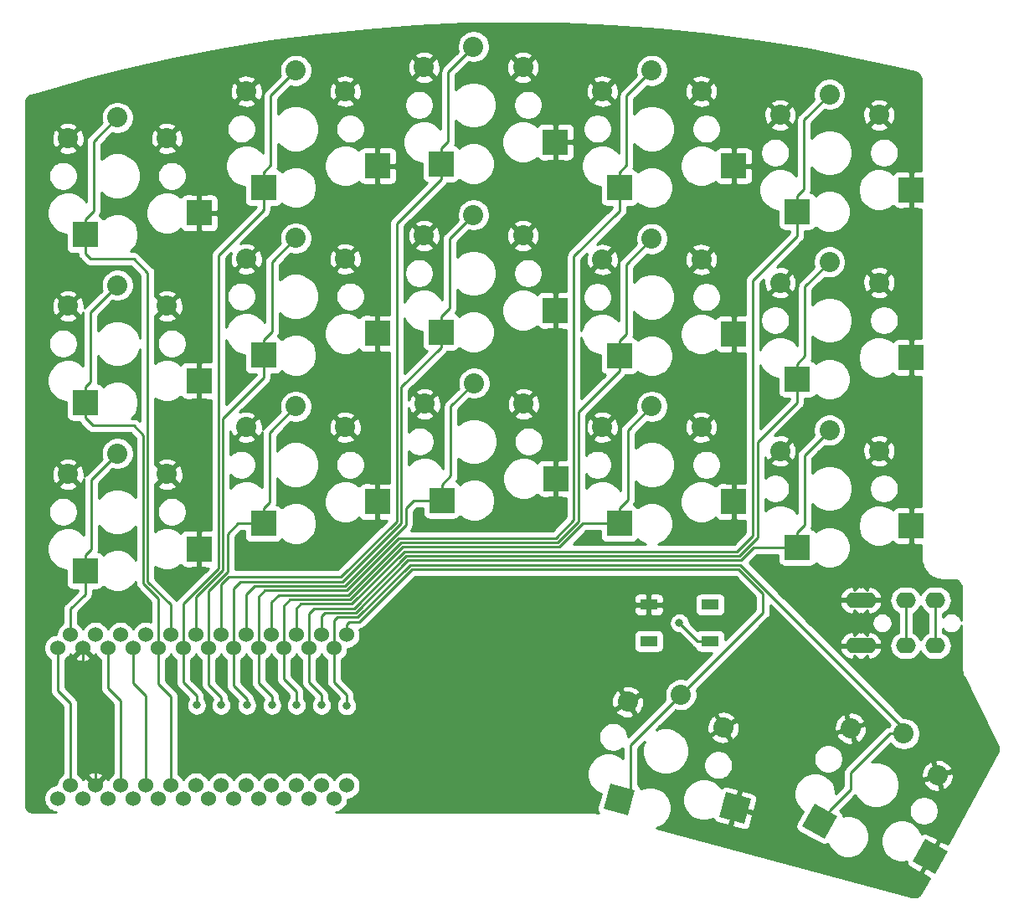
<source format=gbr>
G04 #@! TF.GenerationSoftware,KiCad,Pcbnew,(5.1.9-0-10_14)*
G04 #@! TF.CreationDate,2021-02-24T15:03:00-06:00*
G04 #@! TF.ProjectId,micro_redox_split,6d696372-6f5f-4726-9564-6f785f73706c,rev?*
G04 #@! TF.SameCoordinates,Original*
G04 #@! TF.FileFunction,Copper,L1,Top*
G04 #@! TF.FilePolarity,Positive*
%FSLAX46Y46*%
G04 Gerber Fmt 4.6, Leading zero omitted, Abs format (unit mm)*
G04 Created by KiCad (PCBNEW (5.1.9-0-10_14)) date 2021-02-24 15:03:00*
%MOMM*%
%LPD*%
G01*
G04 APERTURE LIST*
G04 #@! TA.AperFunction,ComponentPad*
%ADD10C,1.524000*%
G04 #@! TD*
G04 #@! TA.AperFunction,SMDPad,CuDef*
%ADD11R,1.800000X1.100000*%
G04 #@! TD*
G04 #@! TA.AperFunction,ComponentPad*
%ADD12O,2.000000X1.600000*%
G04 #@! TD*
G04 #@! TA.AperFunction,ComponentPad*
%ADD13O,1.400000X1.000000*%
G04 #@! TD*
G04 #@! TA.AperFunction,ComponentPad*
%ADD14C,2.032000*%
G04 #@! TD*
G04 #@! TA.AperFunction,SMDPad,CuDef*
%ADD15C,0.100000*%
G04 #@! TD*
G04 #@! TA.AperFunction,SMDPad,CuDef*
%ADD16R,2.600000X2.600000*%
G04 #@! TD*
G04 #@! TA.AperFunction,ViaPad*
%ADD17C,0.800000*%
G04 #@! TD*
G04 #@! TA.AperFunction,Conductor*
%ADD18C,0.250000*%
G04 #@! TD*
G04 #@! TA.AperFunction,Conductor*
%ADD19C,0.254000*%
G04 #@! TD*
G04 #@! TA.AperFunction,Conductor*
%ADD20C,0.100000*%
G04 #@! TD*
G04 APERTURE END LIST*
D10*
X35369500Y-144780000D03*
X37909500Y-144780000D03*
X40449500Y-144780000D03*
X42989500Y-144780000D03*
X45529500Y-144780000D03*
X48069500Y-144780000D03*
X50609500Y-144780000D03*
X53149500Y-144780000D03*
X55689500Y-144780000D03*
X58229500Y-144780000D03*
X60769500Y-144780000D03*
X63309500Y-144780000D03*
X63309500Y-129540000D03*
X60769500Y-129540000D03*
X58229500Y-129540000D03*
X55689500Y-129540000D03*
X53149500Y-129540000D03*
X50609500Y-129540000D03*
X48069500Y-129540000D03*
X45529500Y-129540000D03*
X42989500Y-129540000D03*
X40449500Y-129540000D03*
X37909500Y-129540000D03*
X35369500Y-129540000D03*
X34099500Y-146086400D03*
X36639500Y-146086400D03*
X39179500Y-146086400D03*
X41719500Y-146086400D03*
X44259500Y-146086400D03*
X46799500Y-146086400D03*
X49339500Y-146086400D03*
X51879500Y-146086400D03*
X54419500Y-146086400D03*
X56959500Y-146086400D03*
X59499500Y-146086400D03*
X62039500Y-146086400D03*
X62039500Y-130866400D03*
X59499500Y-130866400D03*
X56959500Y-130866400D03*
X54419500Y-130866400D03*
X51879500Y-130866400D03*
X49339500Y-130866400D03*
X46799500Y-130866400D03*
X44259500Y-130866400D03*
X41719500Y-130866400D03*
X39179500Y-130866400D03*
X36639500Y-130866400D03*
X34099500Y-130866400D03*
D11*
X93864500Y-130183500D03*
X100064500Y-126483500D03*
X93864500Y-126483500D03*
X100064500Y-130183500D03*
D12*
X115847500Y-126033500D03*
D13*
X114747500Y-130633500D03*
D12*
X114747500Y-130633500D03*
D13*
X115847500Y-126033500D03*
X119847500Y-126033500D03*
X122847500Y-126033500D03*
D12*
X119847500Y-126033500D03*
X122847500Y-126033500D03*
D13*
X114747500Y-126033500D03*
X115847500Y-130633500D03*
X119847500Y-130633500D03*
X122847500Y-130633500D03*
D12*
X119847500Y-130633500D03*
X122847500Y-130633500D03*
X115847500Y-130633500D03*
X114747500Y-126033500D03*
D14*
X123047289Y-143762789D03*
G04 #@! TA.AperFunction,SMDPad,CuDef*
D15*
G36*
X124085635Y-151438397D02*
G01*
X122845022Y-153723322D01*
X120560097Y-152482709D01*
X121800710Y-150197784D01*
X124085635Y-151438397D01*
G37*
G04 #@! TD.AperFunction*
D14*
X119655237Y-139531479D03*
X114259118Y-138991201D03*
G04 #@! TA.AperFunction,SMDPad,CuDef*
D15*
G36*
X112885548Y-147860611D02*
G01*
X111644935Y-150145536D01*
X109360010Y-148904923D01*
X110600623Y-146619998D01*
X112885548Y-147860611D01*
G37*
G04 #@! TD.AperFunction*
D14*
X117141000Y-110944500D03*
D16*
X120416000Y-118494500D03*
D14*
X112141000Y-108844500D03*
X107141000Y-110944500D03*
D16*
X108866000Y-120694500D03*
D14*
X117141000Y-93926500D03*
D16*
X120416000Y-101476500D03*
D14*
X112141000Y-91826500D03*
X107141000Y-93926500D03*
D16*
X108866000Y-103676500D03*
D14*
X117141000Y-76972000D03*
D16*
X120416000Y-84522000D03*
D14*
X112141000Y-74872000D03*
X107141000Y-76972000D03*
D16*
X108866000Y-86722000D03*
D14*
X101380642Y-138911077D03*
G04 #@! TA.AperFunction,SMDPad,CuDef*
D15*
G36*
X104182133Y-146132210D02*
G01*
X103509204Y-148643617D01*
X100997797Y-147970688D01*
X101670726Y-145459281D01*
X104182133Y-146132210D01*
G37*
G04 #@! TD.AperFunction*
D14*
X97094532Y-135588538D03*
X91721383Y-136322887D03*
G04 #@! TA.AperFunction,SMDPad,CuDef*
D15*
G36*
X92456288Y-145267887D02*
G01*
X91783359Y-147779294D01*
X89271952Y-147106365D01*
X89944881Y-144594958D01*
X92456288Y-145267887D01*
G37*
G04 #@! TD.AperFunction*
D14*
X99170500Y-108531500D03*
D16*
X102445500Y-116081500D03*
D14*
X94170500Y-106431500D03*
X89170500Y-108531500D03*
D16*
X90895500Y-118281500D03*
D14*
X99170500Y-91577000D03*
D16*
X102445500Y-99127000D03*
D14*
X94170500Y-89477000D03*
X89170500Y-91577000D03*
D16*
X90895500Y-101327000D03*
D14*
X99170500Y-74559000D03*
D16*
X102445500Y-82109000D03*
D14*
X94170500Y-72459000D03*
X89170500Y-74559000D03*
D16*
X90895500Y-84309000D03*
D14*
X81200000Y-106182000D03*
D16*
X84475000Y-113732000D03*
D14*
X76200000Y-104082000D03*
X71200000Y-106182000D03*
D16*
X72925000Y-115932000D03*
D14*
X81136500Y-89164000D03*
D16*
X84411500Y-96714000D03*
D14*
X76136500Y-87064000D03*
X71136500Y-89164000D03*
D16*
X72861500Y-98914000D03*
D14*
X81136500Y-72146000D03*
D16*
X84411500Y-79696000D03*
D14*
X76136500Y-70046000D03*
X71136500Y-72146000D03*
D16*
X72861500Y-81896000D03*
D14*
X63166000Y-108531500D03*
D16*
X66441000Y-116081500D03*
D14*
X58166000Y-106431500D03*
X53166000Y-108531500D03*
D16*
X54891000Y-118281500D03*
D14*
X63166000Y-91513500D03*
D16*
X66441000Y-99063500D03*
D14*
X58166000Y-89413500D03*
X53166000Y-91513500D03*
D16*
X54891000Y-101263500D03*
D14*
X63166000Y-74559000D03*
D16*
X66441000Y-82109000D03*
D14*
X58166000Y-72459000D03*
X53166000Y-74559000D03*
D16*
X54891000Y-84309000D03*
D14*
X45132000Y-113294000D03*
D16*
X48407000Y-120844000D03*
D14*
X40132000Y-111194000D03*
X35132000Y-113294000D03*
D16*
X36857000Y-123044000D03*
D14*
X45132000Y-96276000D03*
D16*
X48407000Y-103826000D03*
D14*
X40132000Y-94176000D03*
X35132000Y-96276000D03*
D16*
X36857000Y-106026000D03*
D14*
X45132000Y-79321500D03*
D16*
X48407000Y-86871500D03*
D14*
X40132000Y-77221500D03*
X35132000Y-79321500D03*
D16*
X36857000Y-89071500D03*
D17*
X51943000Y-103759000D03*
X70167500Y-101282500D03*
X87884000Y-103759000D03*
X37909500Y-140398500D03*
X121539000Y-128270000D03*
X41592500Y-102489000D03*
X40449500Y-120015000D03*
X40322500Y-125857000D03*
X106108500Y-106108500D03*
X88519000Y-119951500D03*
X96964500Y-128333500D03*
X48133000Y-136652000D03*
X50609500Y-136652000D03*
X53213000Y-136652000D03*
X55753000Y-136652000D03*
X58229500Y-136652000D03*
X60769500Y-136652000D03*
X63309500Y-136715500D03*
D18*
X36639500Y-130866400D02*
X36639500Y-134175500D01*
X36639500Y-135445500D02*
X37909500Y-136715500D01*
X37909500Y-136715500D02*
X37909500Y-140398500D01*
X36639500Y-134175500D02*
X36639500Y-135445500D01*
X37909500Y-140398500D02*
X37909500Y-144780000D01*
X39179500Y-130866400D02*
X39179500Y-134937500D01*
X39179500Y-134937500D02*
X40449500Y-136207500D01*
X40449500Y-136207500D02*
X40449500Y-144780000D01*
X98814500Y-130183500D02*
X96964500Y-128333500D01*
X100064500Y-130183500D02*
X98814500Y-130183500D01*
X34099500Y-130866400D02*
X34099500Y-135191500D01*
X35369500Y-136461500D02*
X35369500Y-140843000D01*
X34099500Y-135191500D02*
X35369500Y-136461500D01*
X35369500Y-140843000D02*
X35369500Y-144780000D01*
X41719500Y-130866400D02*
X41719500Y-134429500D01*
X41719500Y-134429500D02*
X42989500Y-135699500D01*
X42989500Y-135699500D02*
X42989500Y-144780000D01*
X122847500Y-126783500D02*
X122847500Y-130633500D01*
X122847500Y-126033500D02*
X122847500Y-126783500D01*
X119847500Y-126783500D02*
X119847500Y-130633500D01*
X119847500Y-126033500D02*
X119847500Y-126783500D01*
X36857000Y-87521500D02*
X37719000Y-86659500D01*
X36857000Y-89071500D02*
X36857000Y-87521500D01*
X37719000Y-79634500D02*
X40132000Y-77221500D01*
X37719000Y-86659500D02*
X37719000Y-79634500D01*
X36857000Y-90970020D02*
X36857000Y-89071500D01*
X41783000Y-91503500D02*
X37390480Y-91503500D01*
X37390480Y-91503500D02*
X36857000Y-90970020D01*
X43180705Y-92901205D02*
X41783000Y-91503500D01*
X45529500Y-129540000D02*
X45529500Y-126490590D01*
X43180705Y-124141795D02*
X43180705Y-92901205D01*
X45529500Y-126490590D02*
X43180705Y-124141795D01*
X36857000Y-104476000D02*
X37401500Y-103931500D01*
X36857000Y-106026000D02*
X36857000Y-104476000D01*
X37401500Y-96906500D02*
X40132000Y-94176000D01*
X37401500Y-103931500D02*
X37401500Y-96906500D01*
X44259500Y-133223000D02*
X44259500Y-130866400D01*
X44259500Y-134493000D02*
X44259500Y-133223000D01*
X45529500Y-135763000D02*
X44259500Y-134493000D01*
X45529500Y-144780000D02*
X45529500Y-135763000D01*
X37665500Y-108384500D02*
X36857000Y-107576000D01*
X42730695Y-109342195D02*
X41773000Y-108384500D01*
X36857000Y-107576000D02*
X36857000Y-106026000D01*
X41773000Y-108384500D02*
X37665500Y-108384500D01*
X42730695Y-124328195D02*
X42730695Y-109342195D01*
X44259500Y-125857000D02*
X42730695Y-124328195D01*
X44259500Y-130866400D02*
X44259500Y-125857000D01*
X36857000Y-125427600D02*
X36857000Y-123044000D01*
X36857000Y-121494000D02*
X37465000Y-120886000D01*
X36857000Y-123044000D02*
X36857000Y-121494000D01*
X37465000Y-113861000D02*
X40132000Y-111194000D01*
X37465000Y-120886000D02*
X37465000Y-113861000D01*
X35369500Y-126915100D02*
X36857000Y-125427600D01*
X35369500Y-129540000D02*
X35369500Y-126915100D01*
X54891000Y-82759000D02*
X55626000Y-82024000D01*
X54891000Y-84309000D02*
X54891000Y-82759000D01*
X55626000Y-74999000D02*
X58166000Y-72459000D01*
X55626000Y-82024000D02*
X55626000Y-74999000D01*
X48133000Y-135699500D02*
X48133000Y-136842500D01*
X46799500Y-134366000D02*
X48133000Y-135699500D01*
X46799500Y-130866400D02*
X46799500Y-134366000D01*
X46799500Y-130866400D02*
X46799500Y-126365000D01*
X46799500Y-126365000D02*
X50355500Y-122809000D01*
X50355500Y-122809000D02*
X50355500Y-91122500D01*
X54891000Y-84309000D02*
X54891000Y-86587000D01*
X54641750Y-86836250D02*
X54864000Y-86614000D01*
X54891000Y-86587000D02*
X54641750Y-86836250D01*
X50355500Y-91122500D02*
X54641750Y-86836250D01*
X54891000Y-99713500D02*
X55753000Y-98851500D01*
X54891000Y-101263500D02*
X54891000Y-99713500D01*
X55753000Y-91826500D02*
X58166000Y-89413500D01*
X55753000Y-98851500D02*
X55753000Y-91826500D01*
X48069500Y-129540000D02*
X48069500Y-125731410D01*
X48069500Y-125731410D02*
X50805510Y-122995400D01*
X50805510Y-122995400D02*
X50805510Y-107626990D01*
X54891000Y-103541500D02*
X54610000Y-103822500D01*
X54891000Y-101263500D02*
X54891000Y-103541500D01*
X54610000Y-103822500D02*
X54864000Y-103568500D01*
X50805510Y-107626990D02*
X54610000Y-103822500D01*
X54546500Y-118626000D02*
X54891000Y-118281500D01*
X54891000Y-116731500D02*
X55499000Y-116123500D01*
X54891000Y-118281500D02*
X54891000Y-116731500D01*
X55499000Y-109098500D02*
X58166000Y-106431500D01*
X55499000Y-116123500D02*
X55499000Y-109098500D01*
X50609500Y-135826500D02*
X49339500Y-134556500D01*
X49339500Y-134556500D02*
X49339500Y-130866400D01*
X50609500Y-135826500D02*
X50609500Y-136652000D01*
X51255520Y-123181800D02*
X49339500Y-125097820D01*
X49339500Y-125097820D02*
X49339500Y-130866400D01*
X51255520Y-119316500D02*
X51255520Y-123181800D01*
X52290520Y-118281500D02*
X51255520Y-119316500D01*
X54891000Y-118281500D02*
X52290520Y-118281500D01*
X72861500Y-80346000D02*
X73596500Y-79611000D01*
X72861500Y-81896000D02*
X72861500Y-80346000D01*
X73596500Y-72586000D02*
X76136500Y-70046000D01*
X73596500Y-79611000D02*
X73596500Y-72586000D01*
X50609500Y-124464230D02*
X50609500Y-129540000D01*
X51368810Y-123704920D02*
X50609500Y-124464230D01*
X68389500Y-118046500D02*
X62731080Y-123704920D01*
X72861500Y-81896000D02*
X72861500Y-83446000D01*
X68389500Y-87918000D02*
X68389500Y-118046500D01*
X62731080Y-123704920D02*
X51368810Y-123704920D01*
X72861500Y-83446000D02*
X68389500Y-87918000D01*
X72861500Y-97364000D02*
X73723500Y-96502000D01*
X72861500Y-98914000D02*
X72861500Y-97364000D01*
X73723500Y-89477000D02*
X76136500Y-87064000D01*
X73723500Y-96502000D02*
X73723500Y-89477000D01*
X51879500Y-134683500D02*
X51879500Y-130866400D01*
X53213000Y-136017000D02*
X51879500Y-134683500D01*
X53213000Y-136017000D02*
X53213000Y-136652000D01*
X72861500Y-100464000D02*
X68839510Y-104485990D01*
X72861500Y-98914000D02*
X72861500Y-100464000D01*
X68839510Y-104485990D02*
X68839509Y-118232901D01*
X68839509Y-118232901D02*
X62917480Y-124154930D01*
X62917480Y-124154930D02*
X52565570Y-124154930D01*
X51879500Y-124841000D02*
X51879500Y-130866400D01*
X52565570Y-124154930D02*
X51879500Y-124841000D01*
X72925000Y-114382000D02*
X72925000Y-115932000D01*
X73850500Y-113456500D02*
X72925000Y-114382000D01*
X73850500Y-106431500D02*
X73850500Y-113456500D01*
X76200000Y-104082000D02*
X73850500Y-106431500D01*
X53975000Y-124604940D02*
X53149500Y-125430440D01*
X72925000Y-115932000D02*
X70123000Y-115932000D01*
X69289519Y-118419301D02*
X63103881Y-124604939D01*
X53149500Y-125430440D02*
X53149500Y-129540000D01*
X69289519Y-116765481D02*
X69289519Y-118419301D01*
X63103881Y-124604939D02*
X53975000Y-124604940D01*
X70123000Y-115932000D02*
X69289519Y-116765481D01*
X90895500Y-82759000D02*
X91630500Y-82024000D01*
X90895500Y-84309000D02*
X90895500Y-82759000D01*
X91630500Y-74999000D02*
X94170500Y-72459000D01*
X91630500Y-82024000D02*
X91630500Y-74999000D01*
X54419500Y-134429500D02*
X54419500Y-130866400D01*
X55753000Y-135763000D02*
X54419500Y-134429500D01*
X55753000Y-135763000D02*
X55753000Y-136652000D01*
X90895500Y-86650500D02*
X90895500Y-84309000D01*
X86296500Y-117911170D02*
X86296500Y-91249500D01*
X84463200Y-119744470D02*
X86296500Y-117911170D01*
X55054501Y-125054948D02*
X63290282Y-125054948D01*
X54419500Y-125689949D02*
X55054501Y-125054948D01*
X86296500Y-91249500D02*
X90895500Y-86650500D01*
X68600760Y-119744470D02*
X84463200Y-119744470D01*
X63290282Y-125054948D02*
X68600760Y-119744470D01*
X54419500Y-130866400D02*
X54419500Y-125689949D01*
X90895500Y-99777000D02*
X91567000Y-99105500D01*
X90895500Y-101327000D02*
X90895500Y-99777000D01*
X91567000Y-92080500D02*
X94170500Y-89477000D01*
X91567000Y-99105500D02*
X91567000Y-92080500D01*
X86746510Y-107025990D02*
X90895500Y-102877000D01*
X86746510Y-118097570D02*
X86746510Y-107025990D01*
X90895500Y-102877000D02*
X90895500Y-101327000D01*
X84649600Y-120194480D02*
X86746510Y-118097570D01*
X68787160Y-120194480D02*
X84649600Y-120194480D01*
X63476683Y-125504957D02*
X68787160Y-120194480D01*
X56422542Y-125504958D02*
X63476683Y-125504957D01*
X55689500Y-126238000D02*
X56422542Y-125504958D01*
X55689500Y-129540000D02*
X55689500Y-126238000D01*
X91757500Y-115869500D02*
X91757500Y-108844500D01*
X91757500Y-108844500D02*
X94170500Y-106431500D01*
X90895500Y-118281500D02*
X90895500Y-116731500D01*
X90895500Y-116731500D02*
X91757500Y-115869500D01*
X56959500Y-130866400D02*
X56959500Y-133985000D01*
X56959500Y-133985000D02*
X58229500Y-135255000D01*
X58229500Y-135255000D02*
X58229500Y-136652000D01*
X57594500Y-125954968D02*
X63663082Y-125954968D01*
X56959500Y-130866400D02*
X56959500Y-126589968D01*
X56959500Y-126589968D02*
X57594500Y-125954968D01*
X90895500Y-118281500D02*
X87198990Y-118281500D01*
X87198990Y-118281500D02*
X84836000Y-120644490D01*
X68973560Y-120644490D02*
X68424775Y-121193275D01*
X84836000Y-120644490D02*
X68973560Y-120644490D01*
X63663082Y-125954968D02*
X68424775Y-121193275D01*
X91996275Y-140686795D02*
X96078533Y-136604537D01*
X91996275Y-145054971D02*
X91996275Y-140686795D01*
X96078533Y-136604537D02*
X97094532Y-135588538D01*
X90864120Y-146187126D02*
X91996275Y-145054971D01*
X69905560Y-122894540D02*
X102954130Y-122894540D01*
X64595087Y-128205013D02*
X69905560Y-122894540D01*
X63566856Y-128205014D02*
X64595087Y-128205013D01*
X63309500Y-128462370D02*
X63566856Y-128205014D01*
X63309500Y-129540000D02*
X63309500Y-128462370D01*
X105409295Y-127273775D02*
X105409295Y-125349705D01*
X97094532Y-135588538D02*
X105409295Y-127273775D01*
X102954130Y-122894540D02*
X105409295Y-125349705D01*
X108866000Y-85172000D02*
X109537500Y-84500500D01*
X108866000Y-86722000D02*
X108866000Y-85172000D01*
X109537500Y-77475500D02*
X112141000Y-74872000D01*
X109537500Y-84500500D02*
X109537500Y-77475500D01*
X58674001Y-126404976D02*
X58229500Y-126849477D01*
X63849483Y-126404977D02*
X58674001Y-126404976D01*
X69159960Y-121094500D02*
X63849483Y-126404977D01*
X104394000Y-119507000D02*
X102806500Y-121094500D01*
X58229500Y-126849477D02*
X58229500Y-129540000D01*
X104394000Y-93662500D02*
X104394000Y-119507000D01*
X102806500Y-121094500D02*
X69159960Y-121094500D01*
X108866000Y-89190500D02*
X104394000Y-93662500D01*
X108866000Y-86722000D02*
X108866000Y-89190500D01*
X108866000Y-102126500D02*
X109664500Y-101328000D01*
X108866000Y-103676500D02*
X108866000Y-102126500D01*
X109664500Y-94303000D02*
X112141000Y-91826500D01*
X109664500Y-101328000D02*
X109664500Y-94303000D01*
X59499500Y-130866400D02*
X59499500Y-134366000D01*
X60769500Y-135636000D02*
X59499500Y-134366000D01*
X60769500Y-136652000D02*
X60769500Y-135636000D01*
X59499500Y-127362986D02*
X59499500Y-130866400D01*
X104844010Y-110045500D02*
X104844010Y-119693400D01*
X108866000Y-106023510D02*
X104844010Y-110045500D01*
X104844010Y-119693400D02*
X102992901Y-121544509D01*
X60007500Y-126854986D02*
X59499500Y-127362986D01*
X108866000Y-103676500D02*
X108866000Y-106023510D01*
X60007500Y-126854986D02*
X64035884Y-126854986D01*
X102992900Y-121544510D02*
X102992901Y-121544509D01*
X69346360Y-121544510D02*
X102992900Y-121544510D01*
X64035884Y-126854986D02*
X69346360Y-121544510D01*
X108866000Y-119144500D02*
X109601000Y-118409500D01*
X108866000Y-120694500D02*
X108866000Y-119144500D01*
X109601000Y-111384500D02*
X112141000Y-108844500D01*
X109601000Y-118409500D02*
X109601000Y-111384500D01*
X103179302Y-121994518D02*
X104479320Y-120694500D01*
X94943518Y-121994518D02*
X103179302Y-121994518D01*
X69532760Y-121994520D02*
X94943516Y-121994520D01*
X64222285Y-127304995D02*
X69532760Y-121994520D01*
X94943516Y-121994520D02*
X94943518Y-121994518D01*
X61150501Y-127304994D02*
X64222285Y-127304995D01*
X104479320Y-120694500D02*
X108866000Y-120694500D01*
X60769500Y-127685995D02*
X61150501Y-127304994D01*
X60769500Y-129540000D02*
X60769500Y-127685995D01*
X62039500Y-130866400D02*
X62039500Y-134302500D01*
X63309500Y-135572500D02*
X63309500Y-136715500D01*
X62039500Y-134302500D02*
X63309500Y-135572500D01*
X118218397Y-139531479D02*
X119655237Y-139531479D01*
X112152208Y-147353338D02*
X112152208Y-147308792D01*
X111122779Y-148382767D02*
X112152208Y-147353338D01*
X114301688Y-145159312D02*
X114301688Y-143448188D01*
X112152208Y-147308792D02*
X114301688Y-145159312D01*
X114301688Y-143448188D02*
X118218397Y-139531479D01*
X119655237Y-138959237D02*
X119655237Y-139531479D01*
X62039500Y-130866400D02*
X62039500Y-128072504D01*
X64408686Y-127755004D02*
X69719160Y-122444530D01*
X62357000Y-127755004D02*
X64408686Y-127755004D01*
X103140530Y-122444530D02*
X119655237Y-138959237D01*
X62039500Y-128072504D02*
X62357000Y-127755004D01*
X69719160Y-122444530D02*
X103140530Y-122444530D01*
D19*
X85109676Y-67738283D02*
X90054386Y-67954776D01*
X94990501Y-68317864D01*
X99913592Y-68827221D01*
X104819483Y-69482413D01*
X109703774Y-70282855D01*
X114562143Y-71227839D01*
X119394083Y-72317381D01*
X120769854Y-72655476D01*
X120942309Y-72717077D01*
X121069888Y-72793299D01*
X121180228Y-72892847D01*
X121269137Y-73011940D01*
X121333219Y-73146029D01*
X121372002Y-73297703D01*
X121382408Y-73433817D01*
X121382408Y-82584938D01*
X120701750Y-82587000D01*
X120543000Y-82745750D01*
X120543000Y-84395000D01*
X120563000Y-84395000D01*
X120563000Y-84649000D01*
X120543000Y-84649000D01*
X120543000Y-86298250D01*
X120701750Y-86457000D01*
X121382408Y-86459062D01*
X121382409Y-99539438D01*
X120701750Y-99541500D01*
X120543000Y-99700250D01*
X120543000Y-101349500D01*
X120563000Y-101349500D01*
X120563000Y-101603500D01*
X120543000Y-101603500D01*
X120543000Y-103252750D01*
X120701750Y-103411500D01*
X121382409Y-103413562D01*
X121382409Y-116557438D01*
X120701750Y-116559500D01*
X120543000Y-116718250D01*
X120543000Y-118367500D01*
X120563000Y-118367500D01*
X120563000Y-118621500D01*
X120543000Y-118621500D01*
X120543000Y-120270750D01*
X120701750Y-120429500D01*
X121382409Y-120431562D01*
X121382409Y-121775354D01*
X121385535Y-121807089D01*
X121385470Y-121816335D01*
X121386471Y-121826548D01*
X121417071Y-122117693D01*
X121430474Y-122182987D01*
X121442950Y-122248387D01*
X121445915Y-122258211D01*
X121532483Y-122537867D01*
X121558306Y-122599297D01*
X121583254Y-122661046D01*
X121588072Y-122670107D01*
X121727311Y-122927623D01*
X121764581Y-122982878D01*
X121801039Y-123038591D01*
X121807524Y-123046544D01*
X121994130Y-123272111D01*
X122041417Y-123319070D01*
X122088008Y-123366647D01*
X122095915Y-123373189D01*
X122322779Y-123558215D01*
X122378287Y-123595094D01*
X122433232Y-123632716D01*
X122442259Y-123637597D01*
X122700740Y-123775034D01*
X122762346Y-123800427D01*
X122823560Y-123826663D01*
X122833363Y-123829698D01*
X123113617Y-123914312D01*
X123179007Y-123927259D01*
X123244127Y-123941101D01*
X123254331Y-123942174D01*
X123254333Y-123942174D01*
X123545685Y-123970741D01*
X123581303Y-123974249D01*
X124651473Y-123974249D01*
X124835320Y-123992275D01*
X124977596Y-124035231D01*
X125108810Y-124104999D01*
X125223979Y-124198929D01*
X125318709Y-124313436D01*
X125389394Y-124444165D01*
X125433340Y-124586132D01*
X125452418Y-124767651D01*
X125452418Y-128080329D01*
X125442726Y-128031602D01*
X125364705Y-127843244D01*
X125251437Y-127673726D01*
X125107274Y-127529563D01*
X124937756Y-127416295D01*
X124749398Y-127338274D01*
X124549439Y-127298500D01*
X124345561Y-127298500D01*
X124145602Y-127338274D01*
X123957244Y-127416295D01*
X123787726Y-127529563D01*
X123643563Y-127673726D01*
X123607500Y-127727698D01*
X123607500Y-127361303D01*
X123848601Y-127232432D01*
X124067108Y-127053108D01*
X124246432Y-126834601D01*
X124379682Y-126585308D01*
X124461736Y-126314809D01*
X124489443Y-126033500D01*
X124461736Y-125752191D01*
X124379682Y-125481692D01*
X124246432Y-125232399D01*
X124067108Y-125013892D01*
X123848601Y-124834568D01*
X123599308Y-124701318D01*
X123328809Y-124619264D01*
X123117992Y-124598500D01*
X122577008Y-124598500D01*
X122366191Y-124619264D01*
X122095692Y-124701318D01*
X121846399Y-124834568D01*
X121627892Y-125013892D01*
X121448568Y-125232399D01*
X121347500Y-125421484D01*
X121246432Y-125232399D01*
X121067108Y-125013892D01*
X120848601Y-124834568D01*
X120599308Y-124701318D01*
X120328809Y-124619264D01*
X120117992Y-124598500D01*
X119577008Y-124598500D01*
X119366191Y-124619264D01*
X119095692Y-124701318D01*
X118846399Y-124834568D01*
X118627892Y-125013892D01*
X118448568Y-125232399D01*
X118315318Y-125481692D01*
X118233264Y-125752191D01*
X118205557Y-126033500D01*
X118233264Y-126314809D01*
X118315318Y-126585308D01*
X118448568Y-126834601D01*
X118627892Y-127053108D01*
X118846399Y-127232432D01*
X119087500Y-127361303D01*
X119087501Y-129305696D01*
X118846399Y-129434568D01*
X118627892Y-129613892D01*
X118448568Y-129832399D01*
X118315318Y-130081692D01*
X118233264Y-130352191D01*
X118205557Y-130633500D01*
X118233264Y-130914809D01*
X118315318Y-131185308D01*
X118448568Y-131434601D01*
X118627892Y-131653108D01*
X118846399Y-131832432D01*
X119095692Y-131965682D01*
X119366191Y-132047736D01*
X119577008Y-132068500D01*
X120117992Y-132068500D01*
X120328809Y-132047736D01*
X120599308Y-131965682D01*
X120848601Y-131832432D01*
X121067108Y-131653108D01*
X121246432Y-131434601D01*
X121347500Y-131245516D01*
X121448568Y-131434601D01*
X121627892Y-131653108D01*
X121846399Y-131832432D01*
X122095692Y-131965682D01*
X122366191Y-132047736D01*
X122577008Y-132068500D01*
X123117992Y-132068500D01*
X123328809Y-132047736D01*
X123599308Y-131965682D01*
X123848601Y-131832432D01*
X124067108Y-131653108D01*
X124246432Y-131434601D01*
X124379682Y-131185308D01*
X124461736Y-130914809D01*
X124489443Y-130633500D01*
X124461736Y-130352191D01*
X124379682Y-130081692D01*
X124246432Y-129832399D01*
X124067108Y-129613892D01*
X123848601Y-129434568D01*
X123607500Y-129305697D01*
X123607500Y-128939302D01*
X123643563Y-128993274D01*
X123787726Y-129137437D01*
X123957244Y-129250705D01*
X124145602Y-129328726D01*
X124345561Y-129368500D01*
X124549439Y-129368500D01*
X124749398Y-129328726D01*
X124937756Y-129250705D01*
X125107274Y-129137437D01*
X125251437Y-128993274D01*
X125364705Y-128823756D01*
X125442726Y-128635398D01*
X125452418Y-128586670D01*
X125452419Y-132839119D01*
X125453725Y-132852382D01*
X125456844Y-132938342D01*
X125462739Y-132982071D01*
X125465320Y-133026099D01*
X125466988Y-133036225D01*
X125516589Y-133324741D01*
X125534234Y-133388998D01*
X125550970Y-133453458D01*
X125554573Y-133463067D01*
X125658981Y-133735701D01*
X125672054Y-133769883D01*
X129117684Y-140664218D01*
X129183750Y-140836734D01*
X129208931Y-140983200D01*
X129205183Y-141131767D01*
X129171980Y-141279760D01*
X129106049Y-141432318D01*
X124071034Y-150705662D01*
X123497290Y-150396390D01*
X123282029Y-150460153D01*
X122495075Y-151909542D01*
X122512651Y-151919085D01*
X122391453Y-152142305D01*
X122373877Y-152132762D01*
X121586923Y-153582151D01*
X121650686Y-153797412D01*
X122222546Y-154110153D01*
X121405871Y-155614281D01*
X121302307Y-155767245D01*
X121196673Y-155871778D01*
X121072748Y-155953801D01*
X120935244Y-156010196D01*
X120789416Y-156038806D01*
X120634650Y-156038536D01*
X120489611Y-156012047D01*
X94648767Y-149088014D01*
X94650283Y-149087712D01*
X95038829Y-148926771D01*
X95388510Y-148693122D01*
X95685890Y-148395742D01*
X95919539Y-148046061D01*
X96080480Y-147657515D01*
X96162527Y-147245038D01*
X96162527Y-146824480D01*
X96080480Y-146412003D01*
X95919539Y-146023457D01*
X95899548Y-145993538D01*
X97291558Y-145993538D01*
X97291558Y-146414096D01*
X97373605Y-146826573D01*
X97534546Y-147215119D01*
X97768195Y-147564800D01*
X98065575Y-147862180D01*
X98415256Y-148095829D01*
X98803802Y-148256770D01*
X99216279Y-148338817D01*
X99636837Y-148338817D01*
X100049314Y-148256770D01*
X100380484Y-148119595D01*
X100393587Y-148175790D01*
X100445210Y-148289724D01*
X100518069Y-148391397D01*
X100609363Y-148476905D01*
X100715584Y-148542957D01*
X100832651Y-148587018D01*
X101813137Y-148846558D01*
X101893699Y-148800045D01*
X102252910Y-148800045D01*
X102365163Y-148994473D01*
X103344059Y-149259948D01*
X103467472Y-149280324D01*
X103592489Y-149276231D01*
X103714306Y-149247827D01*
X103828240Y-149196204D01*
X103929913Y-149123345D01*
X104015421Y-149032051D01*
X104081473Y-148925830D01*
X104125534Y-148808763D01*
X104385074Y-147828277D01*
X104272821Y-147633849D01*
X102679768Y-147206992D01*
X102252910Y-148800045D01*
X101893699Y-148800045D01*
X102007565Y-148734305D01*
X102434422Y-147141252D01*
X102415103Y-147136076D01*
X102461841Y-146961646D01*
X102745508Y-146961646D01*
X104338561Y-147388504D01*
X104532989Y-147276251D01*
X104798464Y-146297355D01*
X104818840Y-146173942D01*
X104814747Y-146048925D01*
X104786343Y-145927108D01*
X104734720Y-145813174D01*
X104661861Y-145711501D01*
X104570567Y-145625993D01*
X104464346Y-145559941D01*
X104347279Y-145515880D01*
X103366793Y-145256340D01*
X103172365Y-145368593D01*
X102745508Y-146961646D01*
X102461841Y-146961646D01*
X102480844Y-146890730D01*
X102500162Y-146895906D01*
X102927020Y-145302853D01*
X102814767Y-145108425D01*
X101835871Y-144842950D01*
X101712458Y-144822574D01*
X101587441Y-144826667D01*
X101465624Y-144855071D01*
X101351690Y-144906694D01*
X101250017Y-144979553D01*
X101206978Y-145025505D01*
X101084921Y-144842834D01*
X100787541Y-144545454D01*
X100437860Y-144311805D01*
X100049314Y-144150864D01*
X99636837Y-144068817D01*
X99216279Y-144068817D01*
X98803802Y-144150864D01*
X98415256Y-144311805D01*
X98065575Y-144545454D01*
X97768195Y-144842834D01*
X97534546Y-145192515D01*
X97373605Y-145581061D01*
X97291558Y-145993538D01*
X95899548Y-145993538D01*
X95685890Y-145673776D01*
X95388510Y-145376396D01*
X95038829Y-145142747D01*
X94650283Y-144981806D01*
X94237806Y-144899759D01*
X93817248Y-144899759D01*
X93404771Y-144981806D01*
X93073601Y-145118981D01*
X93060498Y-145062785D01*
X93008875Y-144948851D01*
X92936016Y-144847177D01*
X92844722Y-144761670D01*
X92756275Y-144706671D01*
X92756275Y-141001596D01*
X93416191Y-140341680D01*
X93308290Y-140602176D01*
X93218000Y-141056094D01*
X93218000Y-141518906D01*
X93308290Y-141972824D01*
X93485400Y-142400405D01*
X93742524Y-142785219D01*
X94069781Y-143112476D01*
X94454595Y-143369600D01*
X94882176Y-143546710D01*
X95336094Y-143637000D01*
X95798906Y-143637000D01*
X96252824Y-143546710D01*
X96680405Y-143369600D01*
X97065219Y-143112476D01*
X97392476Y-142785219D01*
X97539850Y-142564657D01*
X99394192Y-142564657D01*
X99394192Y-142857353D01*
X99451294Y-143144426D01*
X99563304Y-143414843D01*
X99725918Y-143658211D01*
X99932886Y-143865179D01*
X100176254Y-144027793D01*
X100446671Y-144139803D01*
X100733744Y-144196905D01*
X101026440Y-144196905D01*
X101313513Y-144139803D01*
X101583930Y-144027793D01*
X101827298Y-143865179D01*
X102034266Y-143658211D01*
X102196880Y-143414843D01*
X102308890Y-143144426D01*
X102365992Y-142857353D01*
X102365992Y-142564657D01*
X102308890Y-142277584D01*
X102196880Y-142007167D01*
X102155862Y-141945779D01*
X110520606Y-141945779D01*
X110520606Y-142238475D01*
X110577708Y-142525548D01*
X110689718Y-142795965D01*
X110852332Y-143039333D01*
X111059300Y-143246301D01*
X111302668Y-143408915D01*
X111573085Y-143520925D01*
X111860158Y-143578027D01*
X112152854Y-143578027D01*
X112439927Y-143520925D01*
X112710344Y-143408915D01*
X112953712Y-143246301D01*
X113160680Y-143039333D01*
X113323294Y-142795965D01*
X113435304Y-142525548D01*
X113492406Y-142238475D01*
X113492406Y-141945779D01*
X113435304Y-141658706D01*
X113323294Y-141388289D01*
X113160680Y-141144921D01*
X112953712Y-140937953D01*
X112710344Y-140775339D01*
X112439927Y-140663329D01*
X112152854Y-140606227D01*
X111860158Y-140606227D01*
X111573085Y-140663329D01*
X111302668Y-140775339D01*
X111059300Y-140937953D01*
X110852332Y-141144921D01*
X110689718Y-141388289D01*
X110577708Y-141658706D01*
X110520606Y-141945779D01*
X102155862Y-141945779D01*
X102034266Y-141763799D01*
X101827298Y-141556831D01*
X101583930Y-141394217D01*
X101313513Y-141282207D01*
X101026440Y-141225105D01*
X100733744Y-141225105D01*
X100446671Y-141282207D01*
X100176254Y-141394217D01*
X99932886Y-141556831D01*
X99725918Y-141763799D01*
X99563304Y-142007167D01*
X99451294Y-142277584D01*
X99394192Y-142564657D01*
X97539850Y-142564657D01*
X97649600Y-142400405D01*
X97826710Y-141972824D01*
X97917000Y-141518906D01*
X97917000Y-141056094D01*
X97826710Y-140602176D01*
X97649600Y-140174595D01*
X97392476Y-139789781D01*
X97371184Y-139768489D01*
X100149561Y-139768489D01*
X100175073Y-140050746D01*
X100420577Y-140264043D01*
X100702974Y-140425346D01*
X101011414Y-140528456D01*
X101334044Y-140569411D01*
X101658464Y-140546637D01*
X101854861Y-140500844D01*
X102018083Y-140269158D01*
X101334157Y-139084562D01*
X100149561Y-139768489D01*
X97371184Y-139768489D01*
X97065219Y-139462524D01*
X96680405Y-139205400D01*
X96252824Y-139028290D01*
X95798906Y-138938000D01*
X95336094Y-138938000D01*
X94882176Y-139028290D01*
X94621681Y-139136191D01*
X94893393Y-138864479D01*
X99722308Y-138864479D01*
X99745082Y-139188899D01*
X99790875Y-139385296D01*
X100022561Y-139548518D01*
X101046128Y-138957562D01*
X101554127Y-138957562D01*
X102238054Y-140142158D01*
X102520311Y-140116646D01*
X102733608Y-139871142D01*
X102763992Y-139817947D01*
X112820808Y-139817947D01*
X113009736Y-140082661D01*
X113246675Y-140305432D01*
X113522522Y-140477697D01*
X113826677Y-140592837D01*
X114147450Y-140646427D01*
X114349110Y-140647747D01*
X114561909Y-140460566D01*
X114173418Y-139149041D01*
X112861893Y-139537532D01*
X112820808Y-139817947D01*
X102763992Y-139817947D01*
X102894911Y-139588745D01*
X102998021Y-139280305D01*
X103023296Y-139081193D01*
X112602572Y-139081193D01*
X112789753Y-139293992D01*
X113522640Y-139076901D01*
X114416958Y-139076901D01*
X114805449Y-140388426D01*
X115085864Y-140429511D01*
X115350578Y-140240583D01*
X115573349Y-140003644D01*
X115745614Y-139727797D01*
X115860754Y-139423642D01*
X115914344Y-139102869D01*
X115915664Y-138901209D01*
X115728483Y-138688410D01*
X114416958Y-139076901D01*
X113522640Y-139076901D01*
X114101278Y-138905501D01*
X113712787Y-137593976D01*
X113432372Y-137552891D01*
X113167658Y-137741819D01*
X112944887Y-137978758D01*
X112772622Y-138254605D01*
X112657482Y-138558760D01*
X112603892Y-138879533D01*
X112602572Y-139081193D01*
X103023296Y-139081193D01*
X103038976Y-138957675D01*
X103016202Y-138633255D01*
X102970409Y-138436858D01*
X102738723Y-138273636D01*
X101554127Y-138957562D01*
X101046128Y-138957562D01*
X101207157Y-138864592D01*
X100523230Y-137679996D01*
X100240973Y-137705508D01*
X100027676Y-137951012D01*
X99866373Y-138233409D01*
X99763263Y-138541849D01*
X99722308Y-138864479D01*
X94893393Y-138864479D01*
X96204876Y-137552996D01*
X100743201Y-137552996D01*
X101427127Y-138737592D01*
X102611723Y-138053665D01*
X102586211Y-137771408D01*
X102340707Y-137558111D01*
X102277200Y-137521836D01*
X113956327Y-137521836D01*
X114344818Y-138833361D01*
X115656343Y-138444870D01*
X115697428Y-138164455D01*
X115508500Y-137899741D01*
X115271561Y-137676970D01*
X114995714Y-137504705D01*
X114691559Y-137389565D01*
X114370786Y-137335975D01*
X114169126Y-137334655D01*
X113956327Y-137521836D01*
X102277200Y-137521836D01*
X102058310Y-137396808D01*
X101749870Y-137293698D01*
X101427240Y-137252743D01*
X101102820Y-137275517D01*
X100906423Y-137321310D01*
X100743201Y-137552996D01*
X96204876Y-137552996D01*
X96590911Y-137166961D01*
X96612953Y-137176091D01*
X96931923Y-137239538D01*
X97257141Y-137239538D01*
X97576111Y-137176091D01*
X97876574Y-137051635D01*
X98146983Y-136870953D01*
X98376947Y-136640989D01*
X98557629Y-136370580D01*
X98682085Y-136070117D01*
X98745532Y-135751147D01*
X98745532Y-135425929D01*
X98682085Y-135106959D01*
X98672955Y-135084916D01*
X105920299Y-127837573D01*
X105949296Y-127813776D01*
X106044269Y-127698051D01*
X106114841Y-127566022D01*
X106158298Y-127422761D01*
X106169295Y-127311108D01*
X106169295Y-127311107D01*
X106172972Y-127273775D01*
X106169295Y-127236442D01*
X106169295Y-126548096D01*
X118263635Y-138642437D01*
X118192140Y-138749437D01*
X118183092Y-138771280D01*
X118181074Y-138771479D01*
X118181064Y-138771479D01*
X118069411Y-138782476D01*
X117926150Y-138825933D01*
X117794120Y-138896505D01*
X117743559Y-138938000D01*
X117678396Y-138991478D01*
X117654598Y-139020476D01*
X113790686Y-142884389D01*
X113761688Y-142908187D01*
X113737890Y-142937185D01*
X113737889Y-142937186D01*
X113666714Y-143023912D01*
X113596142Y-143155942D01*
X113552686Y-143299203D01*
X113538012Y-143448188D01*
X113541689Y-143485520D01*
X113541688Y-144844510D01*
X112791569Y-145594629D01*
X112791569Y-145415991D01*
X112709522Y-145003514D01*
X112548581Y-144614968D01*
X112314932Y-144265287D01*
X112017552Y-143967907D01*
X111667871Y-143734258D01*
X111279325Y-143573317D01*
X110866848Y-143491270D01*
X110446290Y-143491270D01*
X110033813Y-143573317D01*
X109645267Y-143734258D01*
X109295586Y-143967907D01*
X108998206Y-144265287D01*
X108764557Y-144614968D01*
X108603616Y-145003514D01*
X108521569Y-145415991D01*
X108521569Y-145836549D01*
X108603616Y-146249026D01*
X108764557Y-146637572D01*
X108998206Y-146987253D01*
X109295586Y-147284633D01*
X109455634Y-147391573D01*
X108799261Y-148600461D01*
X108750639Y-148715708D01*
X108725433Y-148838226D01*
X108724615Y-148963308D01*
X108748214Y-149086145D01*
X108795324Y-149202019D01*
X108864135Y-149306475D01*
X108952002Y-149395499D01*
X109055548Y-149465672D01*
X111340473Y-150706285D01*
X111455720Y-150754907D01*
X111578238Y-150780113D01*
X111703320Y-150780931D01*
X111826157Y-150757332D01*
X111942031Y-150710222D01*
X111992893Y-150676716D01*
X112108893Y-150956764D01*
X112342542Y-151306445D01*
X112639922Y-151603825D01*
X112989603Y-151837474D01*
X113378149Y-151998415D01*
X113790626Y-152080462D01*
X114211184Y-152080462D01*
X114623661Y-151998415D01*
X115012207Y-151837474D01*
X115361888Y-151603825D01*
X115659268Y-151306445D01*
X115892917Y-150956764D01*
X116053858Y-150568218D01*
X116129572Y-150187579D01*
X117309740Y-150187579D01*
X117309740Y-150608137D01*
X117391787Y-151020614D01*
X117552728Y-151409160D01*
X117786377Y-151758841D01*
X118083757Y-152056221D01*
X118433438Y-152289870D01*
X118821984Y-152450811D01*
X119234461Y-152532858D01*
X119655019Y-152532858D01*
X119925107Y-152479134D01*
X119924702Y-152541094D01*
X119948301Y-152663931D01*
X119995412Y-152779804D01*
X120064222Y-152884261D01*
X120152089Y-152973285D01*
X120255636Y-153043457D01*
X121148442Y-153524716D01*
X121363703Y-153460953D01*
X122150657Y-152011564D01*
X122133081Y-152002021D01*
X122254279Y-151778801D01*
X122271855Y-151788344D01*
X123058809Y-150338955D01*
X122995046Y-150123694D01*
X122105172Y-149637036D01*
X121989925Y-149588412D01*
X121867407Y-149563207D01*
X121742325Y-149562389D01*
X121619488Y-149585988D01*
X121503615Y-149633099D01*
X121452752Y-149666605D01*
X121336752Y-149386556D01*
X121103103Y-149036875D01*
X120805723Y-148739495D01*
X120456042Y-148505846D01*
X120067496Y-148344905D01*
X119655019Y-148262858D01*
X119234461Y-148262858D01*
X118821984Y-148344905D01*
X118433438Y-148505846D01*
X118083757Y-148739495D01*
X117786377Y-149036875D01*
X117552728Y-149386556D01*
X117391787Y-149775102D01*
X117309740Y-150187579D01*
X116129572Y-150187579D01*
X116135905Y-150155741D01*
X116135905Y-149735183D01*
X116053858Y-149322706D01*
X115892917Y-148934160D01*
X115659268Y-148584479D01*
X115361888Y-148287099D01*
X115012207Y-148053450D01*
X114623661Y-147892509D01*
X114211184Y-147810462D01*
X113790626Y-147810462D01*
X113520538Y-147864186D01*
X113520943Y-147802226D01*
X113497344Y-147679389D01*
X113450234Y-147563515D01*
X113381423Y-147459059D01*
X113293556Y-147370035D01*
X113217386Y-147318415D01*
X113341276Y-147194525D01*
X120187594Y-147194525D01*
X120187594Y-147487221D01*
X120244696Y-147774294D01*
X120356706Y-148044711D01*
X120519320Y-148288079D01*
X120726288Y-148495047D01*
X120969656Y-148657661D01*
X121240073Y-148769671D01*
X121527146Y-148826773D01*
X121819842Y-148826773D01*
X122106915Y-148769671D01*
X122377332Y-148657661D01*
X122620700Y-148495047D01*
X122827668Y-148288079D01*
X122990282Y-148044711D01*
X123102292Y-147774294D01*
X123159394Y-147487221D01*
X123159394Y-147194525D01*
X123102292Y-146907452D01*
X122990282Y-146637035D01*
X122827668Y-146393667D01*
X122620700Y-146186699D01*
X122377332Y-146024085D01*
X122106915Y-145912075D01*
X121819842Y-145854973D01*
X121527146Y-145854973D01*
X121240073Y-145912075D01*
X120969656Y-146024085D01*
X120726288Y-146186699D01*
X120519320Y-146393667D01*
X120356706Y-146637035D01*
X120244696Y-146907452D01*
X120187594Y-147194525D01*
X113341276Y-147194525D01*
X114742815Y-145792987D01*
X114757900Y-145829405D01*
X115015024Y-146214219D01*
X115342281Y-146541476D01*
X115727095Y-146798600D01*
X116154676Y-146975710D01*
X116608594Y-147066000D01*
X117071406Y-147066000D01*
X117525324Y-146975710D01*
X117952905Y-146798600D01*
X118337719Y-146541476D01*
X118664976Y-146214219D01*
X118922100Y-145829405D01*
X119099210Y-145401824D01*
X119189500Y-144947906D01*
X119189500Y-144589535D01*
X121608979Y-144589535D01*
X121797907Y-144854249D01*
X122034846Y-145077020D01*
X122310693Y-145249285D01*
X122614848Y-145364425D01*
X122935621Y-145418015D01*
X123137281Y-145419335D01*
X123350080Y-145232154D01*
X122961589Y-143920629D01*
X121650064Y-144309120D01*
X121608979Y-144589535D01*
X119189500Y-144589535D01*
X119189500Y-144485094D01*
X119099210Y-144031176D01*
X119025317Y-143852781D01*
X121390743Y-143852781D01*
X121577924Y-144065580D01*
X122310811Y-143848489D01*
X123205129Y-143848489D01*
X123593620Y-145160014D01*
X123874035Y-145201099D01*
X124138749Y-145012171D01*
X124361520Y-144775232D01*
X124533785Y-144499385D01*
X124648925Y-144195230D01*
X124702515Y-143874457D01*
X124703835Y-143672797D01*
X124516654Y-143459998D01*
X123205129Y-143848489D01*
X122310811Y-143848489D01*
X122889449Y-143677089D01*
X122500958Y-142365564D01*
X122220543Y-142324479D01*
X121955829Y-142513407D01*
X121733058Y-142750346D01*
X121560793Y-143026193D01*
X121445653Y-143330348D01*
X121392063Y-143651121D01*
X121390743Y-143852781D01*
X119025317Y-143852781D01*
X118922100Y-143603595D01*
X118664976Y-143218781D01*
X118337719Y-142891524D01*
X117952905Y-142634400D01*
X117525324Y-142457290D01*
X117071406Y-142367000D01*
X116608594Y-142367000D01*
X116420204Y-142404473D01*
X116531253Y-142293424D01*
X122744498Y-142293424D01*
X123132989Y-143604949D01*
X124444514Y-143216458D01*
X124485599Y-142936043D01*
X124296671Y-142671329D01*
X124059732Y-142448558D01*
X123783885Y-142276293D01*
X123479730Y-142161153D01*
X123158957Y-142107563D01*
X122957297Y-142106243D01*
X122744498Y-142293424D01*
X116531253Y-142293424D01*
X118319920Y-140504757D01*
X118372822Y-140583930D01*
X118602786Y-140813894D01*
X118873195Y-140994576D01*
X119173658Y-141119032D01*
X119492628Y-141182479D01*
X119817846Y-141182479D01*
X120136816Y-141119032D01*
X120437279Y-140994576D01*
X120707688Y-140813894D01*
X120937652Y-140583930D01*
X121118334Y-140313521D01*
X121242790Y-140013058D01*
X121306237Y-139694088D01*
X121306237Y-139368870D01*
X121242790Y-139049900D01*
X121118334Y-138749437D01*
X120937652Y-138479028D01*
X120707688Y-138249064D01*
X120437279Y-138068382D01*
X120136816Y-137943926D01*
X119817846Y-137880479D01*
X119651281Y-137880479D01*
X112753341Y-130982539D01*
X113155596Y-130982539D01*
X113166056Y-131040230D01*
X113271949Y-131301921D01*
X113426861Y-131537925D01*
X113624838Y-131739173D01*
X113858273Y-131897930D01*
X114118194Y-132008096D01*
X114394613Y-132065437D01*
X114620500Y-131912974D01*
X114620500Y-131633111D01*
X114724838Y-131739173D01*
X114874500Y-131840957D01*
X114874500Y-131912974D01*
X115100387Y-132065437D01*
X115297500Y-132024547D01*
X115494613Y-132065437D01*
X115720500Y-131912974D01*
X115720500Y-131840957D01*
X115870162Y-131739173D01*
X115974500Y-131633111D01*
X115974500Y-131912974D01*
X116200387Y-132065437D01*
X116476806Y-132008096D01*
X116736727Y-131897930D01*
X116970162Y-131739173D01*
X117168139Y-131537925D01*
X117323051Y-131301921D01*
X117428944Y-131040230D01*
X117439404Y-130982539D01*
X117317415Y-130760500D01*
X113277585Y-130760500D01*
X113155596Y-130982539D01*
X112753341Y-130982539D01*
X112055263Y-130284461D01*
X113155596Y-130284461D01*
X113277585Y-130506500D01*
X117317415Y-130506500D01*
X117439404Y-130284461D01*
X117428944Y-130226770D01*
X117323051Y-129965079D01*
X117168139Y-129729075D01*
X116970162Y-129527827D01*
X116736727Y-129369070D01*
X116476806Y-129258904D01*
X116200387Y-129201563D01*
X115974500Y-129354026D01*
X115974500Y-129633889D01*
X115870162Y-129527827D01*
X115720500Y-129426043D01*
X115720500Y-129354026D01*
X115494613Y-129201563D01*
X115297500Y-129242453D01*
X115100387Y-129201563D01*
X114874500Y-129354026D01*
X114874500Y-129426043D01*
X114724838Y-129527827D01*
X114620500Y-129633889D01*
X114620500Y-129354026D01*
X114394613Y-129201563D01*
X114118194Y-129258904D01*
X113858273Y-129369070D01*
X113624838Y-129527827D01*
X113426861Y-129729075D01*
X113271949Y-129965079D01*
X113166056Y-130226770D01*
X113155596Y-130284461D01*
X112055263Y-130284461D01*
X110002363Y-128231561D01*
X116412500Y-128231561D01*
X116412500Y-128435439D01*
X116452274Y-128635398D01*
X116530295Y-128823756D01*
X116643563Y-128993274D01*
X116787726Y-129137437D01*
X116957244Y-129250705D01*
X117145602Y-129328726D01*
X117345561Y-129368500D01*
X117549439Y-129368500D01*
X117749398Y-129328726D01*
X117937756Y-129250705D01*
X118107274Y-129137437D01*
X118251437Y-128993274D01*
X118364705Y-128823756D01*
X118442726Y-128635398D01*
X118482500Y-128435439D01*
X118482500Y-128231561D01*
X118442726Y-128031602D01*
X118364705Y-127843244D01*
X118251437Y-127673726D01*
X118107274Y-127529563D01*
X117937756Y-127416295D01*
X117749398Y-127338274D01*
X117549439Y-127298500D01*
X117345561Y-127298500D01*
X117145602Y-127338274D01*
X116957244Y-127416295D01*
X116787726Y-127529563D01*
X116643563Y-127673726D01*
X116530295Y-127843244D01*
X116452274Y-128031602D01*
X116412500Y-128231561D01*
X110002363Y-128231561D01*
X108153341Y-126382539D01*
X113155596Y-126382539D01*
X113166056Y-126440230D01*
X113271949Y-126701921D01*
X113426861Y-126937925D01*
X113624838Y-127139173D01*
X113858273Y-127297930D01*
X114118194Y-127408096D01*
X114394613Y-127465437D01*
X114620500Y-127312974D01*
X114620500Y-127033111D01*
X114724838Y-127139173D01*
X114874500Y-127240957D01*
X114874500Y-127312974D01*
X115100387Y-127465437D01*
X115297500Y-127424547D01*
X115494613Y-127465437D01*
X115720500Y-127312974D01*
X115720500Y-127240957D01*
X115870162Y-127139173D01*
X115974500Y-127033111D01*
X115974500Y-127312974D01*
X116200387Y-127465437D01*
X116476806Y-127408096D01*
X116736727Y-127297930D01*
X116970162Y-127139173D01*
X117168139Y-126937925D01*
X117323051Y-126701921D01*
X117428944Y-126440230D01*
X117439404Y-126382539D01*
X117317415Y-126160500D01*
X113277585Y-126160500D01*
X113155596Y-126382539D01*
X108153341Y-126382539D01*
X107455263Y-125684461D01*
X113155596Y-125684461D01*
X113277585Y-125906500D01*
X117317415Y-125906500D01*
X117439404Y-125684461D01*
X117428944Y-125626770D01*
X117323051Y-125365079D01*
X117168139Y-125129075D01*
X116970162Y-124927827D01*
X116736727Y-124769070D01*
X116476806Y-124658904D01*
X116200387Y-124601563D01*
X115974500Y-124754026D01*
X115974500Y-125033889D01*
X115870162Y-124927827D01*
X115720500Y-124826043D01*
X115720500Y-124754026D01*
X115494613Y-124601563D01*
X115297500Y-124642453D01*
X115100387Y-124601563D01*
X114874500Y-124754026D01*
X114874500Y-124826043D01*
X114724838Y-124927827D01*
X114620500Y-125033889D01*
X114620500Y-124754026D01*
X114394613Y-124601563D01*
X114118194Y-124658904D01*
X113858273Y-124769070D01*
X113624838Y-124927827D01*
X113426861Y-125129075D01*
X113271949Y-125365079D01*
X113166056Y-125626770D01*
X113155596Y-125684461D01*
X107455263Y-125684461D01*
X104009711Y-122238910D01*
X104794122Y-121454500D01*
X106927928Y-121454500D01*
X106927928Y-121994500D01*
X106940188Y-122118982D01*
X106976498Y-122238680D01*
X107035463Y-122348994D01*
X107114815Y-122445685D01*
X107211506Y-122525037D01*
X107321820Y-122584002D01*
X107441518Y-122620312D01*
X107566000Y-122632572D01*
X110166000Y-122632572D01*
X110290482Y-122620312D01*
X110410180Y-122584002D01*
X110520494Y-122525037D01*
X110617185Y-122445685D01*
X110696537Y-122348994D01*
X110724268Y-122297114D01*
X110780017Y-122352863D01*
X111129698Y-122586512D01*
X111518244Y-122747453D01*
X111930721Y-122829500D01*
X112351279Y-122829500D01*
X112763756Y-122747453D01*
X113152302Y-122586512D01*
X113501983Y-122352863D01*
X113799363Y-122055483D01*
X114033012Y-121705802D01*
X114193953Y-121317256D01*
X114276000Y-120904779D01*
X114276000Y-120484221D01*
X114193953Y-120071744D01*
X114033012Y-119683198D01*
X113799363Y-119333517D01*
X113501983Y-119036137D01*
X113152302Y-118802488D01*
X112763756Y-118641547D01*
X112351279Y-118559500D01*
X111930721Y-118559500D01*
X111518244Y-118641547D01*
X111129698Y-118802488D01*
X110780017Y-119036137D01*
X110724268Y-119091886D01*
X110696537Y-119040006D01*
X110617185Y-118943315D01*
X110520494Y-118863963D01*
X110410180Y-118804998D01*
X110290482Y-118768688D01*
X110271751Y-118766843D01*
X110306546Y-118701747D01*
X110312680Y-118681526D01*
X110350003Y-118558486D01*
X110361000Y-118446833D01*
X110361000Y-118446823D01*
X110364676Y-118409500D01*
X110361000Y-118372177D01*
X110361000Y-118284221D01*
X115006000Y-118284221D01*
X115006000Y-118704779D01*
X115088047Y-119117256D01*
X115248988Y-119505802D01*
X115482637Y-119855483D01*
X115780017Y-120152863D01*
X116129698Y-120386512D01*
X116518244Y-120547453D01*
X116930721Y-120629500D01*
X117351279Y-120629500D01*
X117763756Y-120547453D01*
X118152302Y-120386512D01*
X118501983Y-120152863D01*
X118557732Y-120097114D01*
X118585463Y-120148994D01*
X118664815Y-120245685D01*
X118761506Y-120325037D01*
X118871820Y-120384002D01*
X118991518Y-120420312D01*
X119116000Y-120432572D01*
X120130250Y-120429500D01*
X120289000Y-120270750D01*
X120289000Y-118621500D01*
X120269000Y-118621500D01*
X120269000Y-118367500D01*
X120289000Y-118367500D01*
X120289000Y-116718250D01*
X120130250Y-116559500D01*
X119116000Y-116556428D01*
X118991518Y-116568688D01*
X118871820Y-116604998D01*
X118761506Y-116663963D01*
X118664815Y-116743315D01*
X118585463Y-116840006D01*
X118557732Y-116891886D01*
X118501983Y-116836137D01*
X118152302Y-116602488D01*
X117763756Y-116441547D01*
X117351279Y-116359500D01*
X116930721Y-116359500D01*
X116518244Y-116441547D01*
X116129698Y-116602488D01*
X115780017Y-116836137D01*
X115482637Y-117133517D01*
X115248988Y-117483198D01*
X115088047Y-117871744D01*
X115006000Y-118284221D01*
X110361000Y-118284221D01*
X110361000Y-116287195D01*
X110643281Y-116569476D01*
X111028095Y-116826600D01*
X111455676Y-117003710D01*
X111909594Y-117094000D01*
X112372406Y-117094000D01*
X112826324Y-117003710D01*
X113253905Y-116826600D01*
X113638719Y-116569476D01*
X113965976Y-116242219D01*
X114223100Y-115857405D01*
X114400210Y-115429824D01*
X114490500Y-114975906D01*
X114490500Y-114598152D01*
X116155100Y-114598152D01*
X116155100Y-114890848D01*
X116212202Y-115177921D01*
X116324212Y-115448338D01*
X116486826Y-115691706D01*
X116693794Y-115898674D01*
X116937162Y-116061288D01*
X117207579Y-116173298D01*
X117494652Y-116230400D01*
X117787348Y-116230400D01*
X118074421Y-116173298D01*
X118344838Y-116061288D01*
X118588206Y-115898674D01*
X118795174Y-115691706D01*
X118957788Y-115448338D01*
X119069798Y-115177921D01*
X119126900Y-114890848D01*
X119126900Y-114598152D01*
X119069798Y-114311079D01*
X118957788Y-114040662D01*
X118795174Y-113797294D01*
X118588206Y-113590326D01*
X118344838Y-113427712D01*
X118074421Y-113315702D01*
X117787348Y-113258600D01*
X117494652Y-113258600D01*
X117207579Y-113315702D01*
X116937162Y-113427712D01*
X116693794Y-113590326D01*
X116486826Y-113797294D01*
X116324212Y-114040662D01*
X116212202Y-114311079D01*
X116155100Y-114598152D01*
X114490500Y-114598152D01*
X114490500Y-114513094D01*
X114400210Y-114059176D01*
X114223100Y-113631595D01*
X113965976Y-113246781D01*
X113638719Y-112919524D01*
X113253905Y-112662400D01*
X112826324Y-112485290D01*
X112372406Y-112395000D01*
X111909594Y-112395000D01*
X111455676Y-112485290D01*
X111028095Y-112662400D01*
X110643281Y-112919524D01*
X110361000Y-113201805D01*
X110361000Y-112091323D01*
X116173782Y-112091323D01*
X116271478Y-112357360D01*
X116563821Y-112499848D01*
X116878344Y-112582564D01*
X117202962Y-112602331D01*
X117525198Y-112558388D01*
X117832670Y-112452424D01*
X118010522Y-112357360D01*
X118108218Y-112091323D01*
X117141000Y-111124105D01*
X116173782Y-112091323D01*
X110361000Y-112091323D01*
X110361000Y-111699301D01*
X111053839Y-111006462D01*
X115483169Y-111006462D01*
X115527112Y-111328698D01*
X115633076Y-111636170D01*
X115728140Y-111814022D01*
X115994177Y-111911718D01*
X116961395Y-110944500D01*
X117320605Y-110944500D01*
X118287823Y-111911718D01*
X118553860Y-111814022D01*
X118696348Y-111521679D01*
X118779064Y-111207156D01*
X118798831Y-110882538D01*
X118754888Y-110560302D01*
X118648924Y-110252830D01*
X118553860Y-110074978D01*
X118287823Y-109977282D01*
X117320605Y-110944500D01*
X116961395Y-110944500D01*
X115994177Y-109977282D01*
X115728140Y-110074978D01*
X115585652Y-110367321D01*
X115502936Y-110681844D01*
X115483169Y-111006462D01*
X111053839Y-111006462D01*
X111637379Y-110422923D01*
X111659421Y-110432053D01*
X111978391Y-110495500D01*
X112303609Y-110495500D01*
X112622579Y-110432053D01*
X112923042Y-110307597D01*
X113193451Y-110126915D01*
X113423415Y-109896951D01*
X113489747Y-109797677D01*
X116173782Y-109797677D01*
X117141000Y-110764895D01*
X118108218Y-109797677D01*
X118010522Y-109531640D01*
X117718179Y-109389152D01*
X117403656Y-109306436D01*
X117079038Y-109286669D01*
X116756802Y-109330612D01*
X116449330Y-109436576D01*
X116271478Y-109531640D01*
X116173782Y-109797677D01*
X113489747Y-109797677D01*
X113604097Y-109626542D01*
X113728553Y-109326079D01*
X113792000Y-109007109D01*
X113792000Y-108681891D01*
X113728553Y-108362921D01*
X113604097Y-108062458D01*
X113423415Y-107792049D01*
X113193451Y-107562085D01*
X112923042Y-107381403D01*
X112622579Y-107256947D01*
X112303609Y-107193500D01*
X111978391Y-107193500D01*
X111659421Y-107256947D01*
X111358958Y-107381403D01*
X111088549Y-107562085D01*
X110858585Y-107792049D01*
X110677903Y-108062458D01*
X110553447Y-108362921D01*
X110490000Y-108681891D01*
X110490000Y-109007109D01*
X110553447Y-109326079D01*
X110562577Y-109348121D01*
X109089998Y-110820701D01*
X109061000Y-110844499D01*
X109037202Y-110873497D01*
X109037201Y-110873498D01*
X108966026Y-110960224D01*
X108895454Y-111092254D01*
X108851998Y-111235515D01*
X108837324Y-111384500D01*
X108841001Y-111421832D01*
X108841000Y-117195832D01*
X108799363Y-117133517D01*
X108501983Y-116836137D01*
X108152302Y-116602488D01*
X107763756Y-116441547D01*
X107351279Y-116359500D01*
X106930721Y-116359500D01*
X106518244Y-116441547D01*
X106129698Y-116602488D01*
X105780017Y-116836137D01*
X105604010Y-117012144D01*
X105604010Y-115808890D01*
X105693794Y-115898674D01*
X105937162Y-116061288D01*
X106207579Y-116173298D01*
X106494652Y-116230400D01*
X106787348Y-116230400D01*
X107074421Y-116173298D01*
X107344838Y-116061288D01*
X107588206Y-115898674D01*
X107795174Y-115691706D01*
X107957788Y-115448338D01*
X108069798Y-115177921D01*
X108126900Y-114890848D01*
X108126900Y-114598152D01*
X108069798Y-114311079D01*
X107957788Y-114040662D01*
X107795174Y-113797294D01*
X107588206Y-113590326D01*
X107344838Y-113427712D01*
X107074421Y-113315702D01*
X106787348Y-113258600D01*
X106494652Y-113258600D01*
X106207579Y-113315702D01*
X105937162Y-113427712D01*
X105693794Y-113590326D01*
X105604010Y-113680110D01*
X105604010Y-112091323D01*
X106173782Y-112091323D01*
X106271478Y-112357360D01*
X106563821Y-112499848D01*
X106878344Y-112582564D01*
X107202962Y-112602331D01*
X107525198Y-112558388D01*
X107832670Y-112452424D01*
X108010522Y-112357360D01*
X108108218Y-112091323D01*
X107141000Y-111124105D01*
X106173782Y-112091323D01*
X105604010Y-112091323D01*
X105604010Y-111551830D01*
X105633076Y-111636170D01*
X105728140Y-111814022D01*
X105994177Y-111911718D01*
X106961395Y-110944500D01*
X107320605Y-110944500D01*
X108287823Y-111911718D01*
X108553860Y-111814022D01*
X108696348Y-111521679D01*
X108779064Y-111207156D01*
X108798831Y-110882538D01*
X108754888Y-110560302D01*
X108648924Y-110252830D01*
X108553860Y-110074978D01*
X108287823Y-109977282D01*
X107320605Y-110944500D01*
X106961395Y-110944500D01*
X106947253Y-110930358D01*
X107126858Y-110750753D01*
X107141000Y-110764895D01*
X108108218Y-109797677D01*
X108010522Y-109531640D01*
X107718179Y-109389152D01*
X107403656Y-109306436D01*
X107079038Y-109286669D01*
X106756802Y-109330612D01*
X106568965Y-109395346D01*
X109377003Y-106587309D01*
X109406001Y-106563511D01*
X109500974Y-106447786D01*
X109571546Y-106315757D01*
X109615003Y-106172496D01*
X109626000Y-106060843D01*
X109626000Y-106060833D01*
X109629676Y-106023510D01*
X109626000Y-105986187D01*
X109626000Y-105614572D01*
X110166000Y-105614572D01*
X110290482Y-105602312D01*
X110410180Y-105566002D01*
X110520494Y-105507037D01*
X110617185Y-105427685D01*
X110696537Y-105330994D01*
X110724268Y-105279114D01*
X110780017Y-105334863D01*
X111129698Y-105568512D01*
X111518244Y-105729453D01*
X111930721Y-105811500D01*
X112351279Y-105811500D01*
X112763756Y-105729453D01*
X113152302Y-105568512D01*
X113501983Y-105334863D01*
X113799363Y-105037483D01*
X114033012Y-104687802D01*
X114193953Y-104299256D01*
X114276000Y-103886779D01*
X114276000Y-103466221D01*
X114193953Y-103053744D01*
X114033012Y-102665198D01*
X113799363Y-102315517D01*
X113501983Y-102018137D01*
X113152302Y-101784488D01*
X112763756Y-101623547D01*
X112351279Y-101541500D01*
X111930721Y-101541500D01*
X111518244Y-101623547D01*
X111129698Y-101784488D01*
X110780017Y-102018137D01*
X110724268Y-102073886D01*
X110696537Y-102022006D01*
X110617185Y-101925315D01*
X110520494Y-101845963D01*
X110410180Y-101786998D01*
X110298725Y-101753189D01*
X110299474Y-101752276D01*
X110370046Y-101620247D01*
X110413503Y-101476986D01*
X110424500Y-101365333D01*
X110424500Y-101365332D01*
X110428177Y-101328000D01*
X110424500Y-101290667D01*
X110424500Y-101266221D01*
X115006000Y-101266221D01*
X115006000Y-101686779D01*
X115088047Y-102099256D01*
X115248988Y-102487802D01*
X115482637Y-102837483D01*
X115780017Y-103134863D01*
X116129698Y-103368512D01*
X116518244Y-103529453D01*
X116930721Y-103611500D01*
X117351279Y-103611500D01*
X117763756Y-103529453D01*
X118152302Y-103368512D01*
X118501983Y-103134863D01*
X118557732Y-103079114D01*
X118585463Y-103130994D01*
X118664815Y-103227685D01*
X118761506Y-103307037D01*
X118871820Y-103366002D01*
X118991518Y-103402312D01*
X119116000Y-103414572D01*
X120130250Y-103411500D01*
X120289000Y-103252750D01*
X120289000Y-101603500D01*
X120269000Y-101603500D01*
X120269000Y-101349500D01*
X120289000Y-101349500D01*
X120289000Y-99700250D01*
X120130250Y-99541500D01*
X119116000Y-99538428D01*
X118991518Y-99550688D01*
X118871820Y-99586998D01*
X118761506Y-99645963D01*
X118664815Y-99725315D01*
X118585463Y-99822006D01*
X118557732Y-99873886D01*
X118501983Y-99818137D01*
X118152302Y-99584488D01*
X117763756Y-99423547D01*
X117351279Y-99341500D01*
X116930721Y-99341500D01*
X116518244Y-99423547D01*
X116129698Y-99584488D01*
X115780017Y-99818137D01*
X115482637Y-100115517D01*
X115248988Y-100465198D01*
X115088047Y-100853744D01*
X115006000Y-101266221D01*
X110424500Y-101266221D01*
X110424500Y-99332695D01*
X110643281Y-99551476D01*
X111028095Y-99808600D01*
X111455676Y-99985710D01*
X111909594Y-100076000D01*
X112372406Y-100076000D01*
X112826324Y-99985710D01*
X113253905Y-99808600D01*
X113638719Y-99551476D01*
X113965976Y-99224219D01*
X114223100Y-98839405D01*
X114400210Y-98411824D01*
X114490500Y-97957906D01*
X114490500Y-97580152D01*
X116155100Y-97580152D01*
X116155100Y-97872848D01*
X116212202Y-98159921D01*
X116324212Y-98430338D01*
X116486826Y-98673706D01*
X116693794Y-98880674D01*
X116937162Y-99043288D01*
X117207579Y-99155298D01*
X117494652Y-99212400D01*
X117787348Y-99212400D01*
X118074421Y-99155298D01*
X118344838Y-99043288D01*
X118588206Y-98880674D01*
X118795174Y-98673706D01*
X118957788Y-98430338D01*
X119069798Y-98159921D01*
X119126900Y-97872848D01*
X119126900Y-97580152D01*
X119069798Y-97293079D01*
X118957788Y-97022662D01*
X118795174Y-96779294D01*
X118588206Y-96572326D01*
X118344838Y-96409712D01*
X118074421Y-96297702D01*
X117787348Y-96240600D01*
X117494652Y-96240600D01*
X117207579Y-96297702D01*
X116937162Y-96409712D01*
X116693794Y-96572326D01*
X116486826Y-96779294D01*
X116324212Y-97022662D01*
X116212202Y-97293079D01*
X116155100Y-97580152D01*
X114490500Y-97580152D01*
X114490500Y-97495094D01*
X114400210Y-97041176D01*
X114223100Y-96613595D01*
X113965976Y-96228781D01*
X113638719Y-95901524D01*
X113253905Y-95644400D01*
X112826324Y-95467290D01*
X112372406Y-95377000D01*
X111909594Y-95377000D01*
X111455676Y-95467290D01*
X111028095Y-95644400D01*
X110643281Y-95901524D01*
X110424500Y-96120305D01*
X110424500Y-95073323D01*
X116173782Y-95073323D01*
X116271478Y-95339360D01*
X116563821Y-95481848D01*
X116878344Y-95564564D01*
X117202962Y-95584331D01*
X117525198Y-95540388D01*
X117832670Y-95434424D01*
X118010522Y-95339360D01*
X118108218Y-95073323D01*
X117141000Y-94106105D01*
X116173782Y-95073323D01*
X110424500Y-95073323D01*
X110424500Y-94617801D01*
X111053839Y-93988462D01*
X115483169Y-93988462D01*
X115527112Y-94310698D01*
X115633076Y-94618170D01*
X115728140Y-94796022D01*
X115994177Y-94893718D01*
X116961395Y-93926500D01*
X117320605Y-93926500D01*
X118287823Y-94893718D01*
X118553860Y-94796022D01*
X118696348Y-94503679D01*
X118779064Y-94189156D01*
X118798831Y-93864538D01*
X118754888Y-93542302D01*
X118648924Y-93234830D01*
X118553860Y-93056978D01*
X118287823Y-92959282D01*
X117320605Y-93926500D01*
X116961395Y-93926500D01*
X115994177Y-92959282D01*
X115728140Y-93056978D01*
X115585652Y-93349321D01*
X115502936Y-93663844D01*
X115483169Y-93988462D01*
X111053839Y-93988462D01*
X111637379Y-93404923D01*
X111659421Y-93414053D01*
X111978391Y-93477500D01*
X112303609Y-93477500D01*
X112622579Y-93414053D01*
X112923042Y-93289597D01*
X113193451Y-93108915D01*
X113423415Y-92878951D01*
X113489747Y-92779677D01*
X116173782Y-92779677D01*
X117141000Y-93746895D01*
X118108218Y-92779677D01*
X118010522Y-92513640D01*
X117718179Y-92371152D01*
X117403656Y-92288436D01*
X117079038Y-92268669D01*
X116756802Y-92312612D01*
X116449330Y-92418576D01*
X116271478Y-92513640D01*
X116173782Y-92779677D01*
X113489747Y-92779677D01*
X113604097Y-92608542D01*
X113728553Y-92308079D01*
X113792000Y-91989109D01*
X113792000Y-91663891D01*
X113728553Y-91344921D01*
X113604097Y-91044458D01*
X113423415Y-90774049D01*
X113193451Y-90544085D01*
X112923042Y-90363403D01*
X112622579Y-90238947D01*
X112303609Y-90175500D01*
X111978391Y-90175500D01*
X111659421Y-90238947D01*
X111358958Y-90363403D01*
X111088549Y-90544085D01*
X110858585Y-90774049D01*
X110677903Y-91044458D01*
X110553447Y-91344921D01*
X110490000Y-91663891D01*
X110490000Y-91989109D01*
X110553447Y-92308079D01*
X110562577Y-92330121D01*
X109153498Y-93739201D01*
X109124500Y-93762999D01*
X109100702Y-93791997D01*
X109100701Y-93791998D01*
X109029526Y-93878724D01*
X108958954Y-94010754D01*
X108943952Y-94060212D01*
X108915498Y-94154014D01*
X108904656Y-94264095D01*
X108900824Y-94303000D01*
X108904501Y-94340332D01*
X108904500Y-100272866D01*
X108799363Y-100115517D01*
X108501983Y-99818137D01*
X108152302Y-99584488D01*
X107763756Y-99423547D01*
X107351279Y-99341500D01*
X106930721Y-99341500D01*
X106518244Y-99423547D01*
X106129698Y-99584488D01*
X105780017Y-99818137D01*
X105482637Y-100115517D01*
X105248988Y-100465198D01*
X105154000Y-100694519D01*
X105154000Y-97580152D01*
X105155100Y-97580152D01*
X105155100Y-97872848D01*
X105212202Y-98159921D01*
X105324212Y-98430338D01*
X105486826Y-98673706D01*
X105693794Y-98880674D01*
X105937162Y-99043288D01*
X106207579Y-99155298D01*
X106494652Y-99212400D01*
X106787348Y-99212400D01*
X107074421Y-99155298D01*
X107344838Y-99043288D01*
X107588206Y-98880674D01*
X107795174Y-98673706D01*
X107957788Y-98430338D01*
X108069798Y-98159921D01*
X108126900Y-97872848D01*
X108126900Y-97580152D01*
X108069798Y-97293079D01*
X107957788Y-97022662D01*
X107795174Y-96779294D01*
X107588206Y-96572326D01*
X107344838Y-96409712D01*
X107074421Y-96297702D01*
X106787348Y-96240600D01*
X106494652Y-96240600D01*
X106207579Y-96297702D01*
X105937162Y-96409712D01*
X105693794Y-96572326D01*
X105486826Y-96779294D01*
X105324212Y-97022662D01*
X105212202Y-97293079D01*
X105155100Y-97580152D01*
X105154000Y-97580152D01*
X105154000Y-95073323D01*
X106173782Y-95073323D01*
X106271478Y-95339360D01*
X106563821Y-95481848D01*
X106878344Y-95564564D01*
X107202962Y-95584331D01*
X107525198Y-95540388D01*
X107832670Y-95434424D01*
X108010522Y-95339360D01*
X108108218Y-95073323D01*
X107141000Y-94106105D01*
X106173782Y-95073323D01*
X105154000Y-95073323D01*
X105154000Y-93977301D01*
X105515596Y-93615705D01*
X105502936Y-93663844D01*
X105483169Y-93988462D01*
X105527112Y-94310698D01*
X105633076Y-94618170D01*
X105728140Y-94796022D01*
X105994177Y-94893718D01*
X106961395Y-93926500D01*
X107320605Y-93926500D01*
X108287823Y-94893718D01*
X108553860Y-94796022D01*
X108696348Y-94503679D01*
X108779064Y-94189156D01*
X108798831Y-93864538D01*
X108754888Y-93542302D01*
X108648924Y-93234830D01*
X108553860Y-93056978D01*
X108287823Y-92959282D01*
X107320605Y-93926500D01*
X106961395Y-93926500D01*
X106947253Y-93912358D01*
X107126858Y-93732753D01*
X107141000Y-93746895D01*
X108108218Y-92779677D01*
X108010522Y-92513640D01*
X107718179Y-92371152D01*
X107403656Y-92288436D01*
X107079038Y-92268669D01*
X106828462Y-92302840D01*
X109377003Y-89754299D01*
X109406001Y-89730501D01*
X109432332Y-89698417D01*
X109500974Y-89614777D01*
X109571546Y-89482747D01*
X109584614Y-89439667D01*
X109615003Y-89339486D01*
X109626000Y-89227833D01*
X109626000Y-89227824D01*
X109629676Y-89190501D01*
X109626000Y-89153178D01*
X109626000Y-88660072D01*
X110166000Y-88660072D01*
X110290482Y-88647812D01*
X110410180Y-88611502D01*
X110520494Y-88552537D01*
X110617185Y-88473185D01*
X110696537Y-88376494D01*
X110724268Y-88324614D01*
X110780017Y-88380363D01*
X111129698Y-88614012D01*
X111518244Y-88774953D01*
X111930721Y-88857000D01*
X112351279Y-88857000D01*
X112763756Y-88774953D01*
X113152302Y-88614012D01*
X113501983Y-88380363D01*
X113799363Y-88082983D01*
X114033012Y-87733302D01*
X114193953Y-87344756D01*
X114276000Y-86932279D01*
X114276000Y-86511721D01*
X114193953Y-86099244D01*
X114033012Y-85710698D01*
X113799363Y-85361017D01*
X113501983Y-85063637D01*
X113152302Y-84829988D01*
X112763756Y-84669047D01*
X112351279Y-84587000D01*
X111930721Y-84587000D01*
X111518244Y-84669047D01*
X111129698Y-84829988D01*
X110780017Y-85063637D01*
X110724268Y-85119386D01*
X110696537Y-85067506D01*
X110617185Y-84970815D01*
X110520494Y-84891463D01*
X110410180Y-84832498D01*
X110290482Y-84796188D01*
X110243409Y-84791552D01*
X110286503Y-84649486D01*
X110297500Y-84537833D01*
X110297500Y-84537824D01*
X110301176Y-84500501D01*
X110297500Y-84463178D01*
X110297500Y-84311721D01*
X115006000Y-84311721D01*
X115006000Y-84732279D01*
X115088047Y-85144756D01*
X115248988Y-85533302D01*
X115482637Y-85882983D01*
X115780017Y-86180363D01*
X116129698Y-86414012D01*
X116518244Y-86574953D01*
X116930721Y-86657000D01*
X117351279Y-86657000D01*
X117763756Y-86574953D01*
X118152302Y-86414012D01*
X118501983Y-86180363D01*
X118557732Y-86124614D01*
X118585463Y-86176494D01*
X118664815Y-86273185D01*
X118761506Y-86352537D01*
X118871820Y-86411502D01*
X118991518Y-86447812D01*
X119116000Y-86460072D01*
X120130250Y-86457000D01*
X120289000Y-86298250D01*
X120289000Y-84649000D01*
X120269000Y-84649000D01*
X120269000Y-84395000D01*
X120289000Y-84395000D01*
X120289000Y-82745750D01*
X120130250Y-82587000D01*
X119116000Y-82583928D01*
X118991518Y-82596188D01*
X118871820Y-82632498D01*
X118761506Y-82691463D01*
X118664815Y-82770815D01*
X118585463Y-82867506D01*
X118557732Y-82919386D01*
X118501983Y-82863637D01*
X118152302Y-82629988D01*
X117763756Y-82469047D01*
X117351279Y-82387000D01*
X116930721Y-82387000D01*
X116518244Y-82469047D01*
X116129698Y-82629988D01*
X115780017Y-82863637D01*
X115482637Y-83161017D01*
X115248988Y-83510698D01*
X115088047Y-83899244D01*
X115006000Y-84311721D01*
X110297500Y-84311721D01*
X110297500Y-82241996D01*
X110316024Y-82269719D01*
X110643281Y-82596976D01*
X111028095Y-82854100D01*
X111455676Y-83031210D01*
X111909594Y-83121500D01*
X112372406Y-83121500D01*
X112826324Y-83031210D01*
X113253905Y-82854100D01*
X113638719Y-82596976D01*
X113965976Y-82269719D01*
X114223100Y-81884905D01*
X114400210Y-81457324D01*
X114490500Y-81003406D01*
X114490500Y-80625652D01*
X116155100Y-80625652D01*
X116155100Y-80918348D01*
X116212202Y-81205421D01*
X116324212Y-81475838D01*
X116486826Y-81719206D01*
X116693794Y-81926174D01*
X116937162Y-82088788D01*
X117207579Y-82200798D01*
X117494652Y-82257900D01*
X117787348Y-82257900D01*
X118074421Y-82200798D01*
X118344838Y-82088788D01*
X118588206Y-81926174D01*
X118795174Y-81719206D01*
X118957788Y-81475838D01*
X119069798Y-81205421D01*
X119126900Y-80918348D01*
X119126900Y-80625652D01*
X119069798Y-80338579D01*
X118957788Y-80068162D01*
X118795174Y-79824794D01*
X118588206Y-79617826D01*
X118344838Y-79455212D01*
X118074421Y-79343202D01*
X117787348Y-79286100D01*
X117494652Y-79286100D01*
X117207579Y-79343202D01*
X116937162Y-79455212D01*
X116693794Y-79617826D01*
X116486826Y-79824794D01*
X116324212Y-80068162D01*
X116212202Y-80338579D01*
X116155100Y-80625652D01*
X114490500Y-80625652D01*
X114490500Y-80540594D01*
X114400210Y-80086676D01*
X114223100Y-79659095D01*
X113965976Y-79274281D01*
X113638719Y-78947024D01*
X113253905Y-78689900D01*
X112826324Y-78512790D01*
X112372406Y-78422500D01*
X111909594Y-78422500D01*
X111455676Y-78512790D01*
X111028095Y-78689900D01*
X110643281Y-78947024D01*
X110316024Y-79274281D01*
X110297500Y-79302004D01*
X110297500Y-78118823D01*
X116173782Y-78118823D01*
X116271478Y-78384860D01*
X116563821Y-78527348D01*
X116878344Y-78610064D01*
X117202962Y-78629831D01*
X117525198Y-78585888D01*
X117832670Y-78479924D01*
X118010522Y-78384860D01*
X118108218Y-78118823D01*
X117141000Y-77151605D01*
X116173782Y-78118823D01*
X110297500Y-78118823D01*
X110297500Y-77790301D01*
X111053839Y-77033962D01*
X115483169Y-77033962D01*
X115527112Y-77356198D01*
X115633076Y-77663670D01*
X115728140Y-77841522D01*
X115994177Y-77939218D01*
X116961395Y-76972000D01*
X117320605Y-76972000D01*
X118287823Y-77939218D01*
X118553860Y-77841522D01*
X118696348Y-77549179D01*
X118779064Y-77234656D01*
X118798831Y-76910038D01*
X118754888Y-76587802D01*
X118648924Y-76280330D01*
X118553860Y-76102478D01*
X118287823Y-76004782D01*
X117320605Y-76972000D01*
X116961395Y-76972000D01*
X115994177Y-76004782D01*
X115728140Y-76102478D01*
X115585652Y-76394821D01*
X115502936Y-76709344D01*
X115483169Y-77033962D01*
X111053839Y-77033962D01*
X111637379Y-76450423D01*
X111659421Y-76459553D01*
X111978391Y-76523000D01*
X112303609Y-76523000D01*
X112622579Y-76459553D01*
X112923042Y-76335097D01*
X113193451Y-76154415D01*
X113423415Y-75924451D01*
X113489747Y-75825177D01*
X116173782Y-75825177D01*
X117141000Y-76792395D01*
X118108218Y-75825177D01*
X118010522Y-75559140D01*
X117718179Y-75416652D01*
X117403656Y-75333936D01*
X117079038Y-75314169D01*
X116756802Y-75358112D01*
X116449330Y-75464076D01*
X116271478Y-75559140D01*
X116173782Y-75825177D01*
X113489747Y-75825177D01*
X113604097Y-75654042D01*
X113728553Y-75353579D01*
X113792000Y-75034609D01*
X113792000Y-74709391D01*
X113728553Y-74390421D01*
X113604097Y-74089958D01*
X113423415Y-73819549D01*
X113193451Y-73589585D01*
X112923042Y-73408903D01*
X112622579Y-73284447D01*
X112303609Y-73221000D01*
X111978391Y-73221000D01*
X111659421Y-73284447D01*
X111358958Y-73408903D01*
X111088549Y-73589585D01*
X110858585Y-73819549D01*
X110677903Y-74089958D01*
X110553447Y-74390421D01*
X110490000Y-74709391D01*
X110490000Y-75034609D01*
X110553447Y-75353579D01*
X110562577Y-75375621D01*
X109026498Y-76911701D01*
X108997500Y-76935499D01*
X108973702Y-76964497D01*
X108973701Y-76964498D01*
X108902526Y-77051224D01*
X108831954Y-77183254D01*
X108788498Y-77326515D01*
X108773824Y-77475500D01*
X108777501Y-77512832D01*
X108777500Y-83139154D01*
X108501983Y-82863637D01*
X108152302Y-82629988D01*
X107763756Y-82469047D01*
X107351279Y-82387000D01*
X106930721Y-82387000D01*
X106518244Y-82469047D01*
X106129698Y-82629988D01*
X105780017Y-82863637D01*
X105482637Y-83161017D01*
X105248988Y-83510698D01*
X105088047Y-83899244D01*
X105006000Y-84311721D01*
X105006000Y-84732279D01*
X105088047Y-85144756D01*
X105248988Y-85533302D01*
X105482637Y-85882983D01*
X105780017Y-86180363D01*
X106129698Y-86414012D01*
X106518244Y-86574953D01*
X106927928Y-86656444D01*
X106927928Y-88022000D01*
X106940188Y-88146482D01*
X106976498Y-88266180D01*
X107035463Y-88376494D01*
X107114815Y-88473185D01*
X107211506Y-88552537D01*
X107321820Y-88611502D01*
X107441518Y-88647812D01*
X107566000Y-88660072D01*
X108106001Y-88660072D01*
X108106001Y-88875697D01*
X103883003Y-93098696D01*
X103853999Y-93122499D01*
X103813924Y-93171331D01*
X103759026Y-93238224D01*
X103699643Y-93349321D01*
X103688454Y-93370254D01*
X103644997Y-93513515D01*
X103634000Y-93625168D01*
X103634000Y-93625178D01*
X103630324Y-93662500D01*
X103634000Y-93699822D01*
X103634000Y-97189266D01*
X102731250Y-97192000D01*
X102572500Y-97350750D01*
X102572500Y-99000000D01*
X102592500Y-99000000D01*
X102592500Y-99254000D01*
X102572500Y-99254000D01*
X102572500Y-100903250D01*
X102731250Y-101062000D01*
X103634000Y-101064734D01*
X103634001Y-114143766D01*
X102731250Y-114146500D01*
X102572500Y-114305250D01*
X102572500Y-115954500D01*
X102592500Y-115954500D01*
X102592500Y-116208500D01*
X102572500Y-116208500D01*
X102572500Y-117857750D01*
X102731250Y-118016500D01*
X103634001Y-118019234D01*
X103634001Y-119192197D01*
X102491699Y-120334500D01*
X94793020Y-120334500D01*
X94793256Y-120334453D01*
X95181802Y-120173512D01*
X95531483Y-119939863D01*
X95828863Y-119642483D01*
X96062512Y-119292802D01*
X96223453Y-118904256D01*
X96305500Y-118491779D01*
X96305500Y-118071221D01*
X96223453Y-117658744D01*
X96062512Y-117270198D01*
X95828863Y-116920517D01*
X95531483Y-116623137D01*
X95181802Y-116389488D01*
X94793256Y-116228547D01*
X94380779Y-116146500D01*
X93960221Y-116146500D01*
X93547744Y-116228547D01*
X93159198Y-116389488D01*
X92809517Y-116623137D01*
X92753768Y-116678886D01*
X92726037Y-116627006D01*
X92646685Y-116530315D01*
X92549994Y-116450963D01*
X92439680Y-116391998D01*
X92337342Y-116360954D01*
X92392474Y-116293777D01*
X92463046Y-116161747D01*
X92482830Y-116096526D01*
X92506503Y-116018486D01*
X92517500Y-115906833D01*
X92517500Y-115906824D01*
X92521006Y-115871221D01*
X97035500Y-115871221D01*
X97035500Y-116291779D01*
X97117547Y-116704256D01*
X97278488Y-117092802D01*
X97512137Y-117442483D01*
X97809517Y-117739863D01*
X98159198Y-117973512D01*
X98547744Y-118134453D01*
X98960221Y-118216500D01*
X99380779Y-118216500D01*
X99793256Y-118134453D01*
X100181802Y-117973512D01*
X100531483Y-117739863D01*
X100587232Y-117684114D01*
X100614963Y-117735994D01*
X100694315Y-117832685D01*
X100791006Y-117912037D01*
X100901320Y-117971002D01*
X101021018Y-118007312D01*
X101145500Y-118019572D01*
X102159750Y-118016500D01*
X102318500Y-117857750D01*
X102318500Y-116208500D01*
X102298500Y-116208500D01*
X102298500Y-115954500D01*
X102318500Y-115954500D01*
X102318500Y-114305250D01*
X102159750Y-114146500D01*
X101145500Y-114143428D01*
X101021018Y-114155688D01*
X100901320Y-114191998D01*
X100791006Y-114250963D01*
X100694315Y-114330315D01*
X100614963Y-114427006D01*
X100587232Y-114478886D01*
X100531483Y-114423137D01*
X100181802Y-114189488D01*
X99793256Y-114028547D01*
X99380779Y-113946500D01*
X98960221Y-113946500D01*
X98547744Y-114028547D01*
X98159198Y-114189488D01*
X97809517Y-114423137D01*
X97512137Y-114720517D01*
X97278488Y-115070198D01*
X97117547Y-115458744D01*
X97035500Y-115871221D01*
X92521006Y-115871221D01*
X92521176Y-115869501D01*
X92517500Y-115832178D01*
X92517500Y-114001195D01*
X92672781Y-114156476D01*
X93057595Y-114413600D01*
X93485176Y-114590710D01*
X93939094Y-114681000D01*
X94401906Y-114681000D01*
X94855824Y-114590710D01*
X95283405Y-114413600D01*
X95668219Y-114156476D01*
X95995476Y-113829219D01*
X96252600Y-113444405D01*
X96429710Y-113016824D01*
X96520000Y-112562906D01*
X96520000Y-112185152D01*
X98184600Y-112185152D01*
X98184600Y-112477848D01*
X98241702Y-112764921D01*
X98353712Y-113035338D01*
X98516326Y-113278706D01*
X98723294Y-113485674D01*
X98966662Y-113648288D01*
X99237079Y-113760298D01*
X99524152Y-113817400D01*
X99816848Y-113817400D01*
X100103921Y-113760298D01*
X100374338Y-113648288D01*
X100617706Y-113485674D01*
X100824674Y-113278706D01*
X100987288Y-113035338D01*
X101099298Y-112764921D01*
X101156400Y-112477848D01*
X101156400Y-112185152D01*
X101099298Y-111898079D01*
X100987288Y-111627662D01*
X100824674Y-111384294D01*
X100617706Y-111177326D01*
X100374338Y-111014712D01*
X100103921Y-110902702D01*
X99816848Y-110845600D01*
X99524152Y-110845600D01*
X99237079Y-110902702D01*
X98966662Y-111014712D01*
X98723294Y-111177326D01*
X98516326Y-111384294D01*
X98353712Y-111627662D01*
X98241702Y-111898079D01*
X98184600Y-112185152D01*
X96520000Y-112185152D01*
X96520000Y-112100094D01*
X96429710Y-111646176D01*
X96252600Y-111218595D01*
X95995476Y-110833781D01*
X95668219Y-110506524D01*
X95283405Y-110249400D01*
X94855824Y-110072290D01*
X94401906Y-109982000D01*
X93939094Y-109982000D01*
X93485176Y-110072290D01*
X93057595Y-110249400D01*
X92672781Y-110506524D01*
X92517500Y-110661805D01*
X92517500Y-109678323D01*
X98203282Y-109678323D01*
X98300978Y-109944360D01*
X98593321Y-110086848D01*
X98907844Y-110169564D01*
X99232462Y-110189331D01*
X99554698Y-110145388D01*
X99862170Y-110039424D01*
X100040022Y-109944360D01*
X100137718Y-109678323D01*
X99170500Y-108711105D01*
X98203282Y-109678323D01*
X92517500Y-109678323D01*
X92517500Y-109159301D01*
X93083339Y-108593462D01*
X97512669Y-108593462D01*
X97556612Y-108915698D01*
X97662576Y-109223170D01*
X97757640Y-109401022D01*
X98023677Y-109498718D01*
X98990895Y-108531500D01*
X99350105Y-108531500D01*
X100317323Y-109498718D01*
X100583360Y-109401022D01*
X100725848Y-109108679D01*
X100808564Y-108794156D01*
X100828331Y-108469538D01*
X100784388Y-108147302D01*
X100678424Y-107839830D01*
X100583360Y-107661978D01*
X100317323Y-107564282D01*
X99350105Y-108531500D01*
X98990895Y-108531500D01*
X98023677Y-107564282D01*
X97757640Y-107661978D01*
X97615152Y-107954321D01*
X97532436Y-108268844D01*
X97512669Y-108593462D01*
X93083339Y-108593462D01*
X93666879Y-108009923D01*
X93688921Y-108019053D01*
X94007891Y-108082500D01*
X94333109Y-108082500D01*
X94652079Y-108019053D01*
X94952542Y-107894597D01*
X95222951Y-107713915D01*
X95452915Y-107483951D01*
X95519247Y-107384677D01*
X98203282Y-107384677D01*
X99170500Y-108351895D01*
X100137718Y-107384677D01*
X100040022Y-107118640D01*
X99747679Y-106976152D01*
X99433156Y-106893436D01*
X99108538Y-106873669D01*
X98786302Y-106917612D01*
X98478830Y-107023576D01*
X98300978Y-107118640D01*
X98203282Y-107384677D01*
X95519247Y-107384677D01*
X95633597Y-107213542D01*
X95758053Y-106913079D01*
X95821500Y-106594109D01*
X95821500Y-106268891D01*
X95758053Y-105949921D01*
X95633597Y-105649458D01*
X95452915Y-105379049D01*
X95222951Y-105149085D01*
X94952542Y-104968403D01*
X94652079Y-104843947D01*
X94333109Y-104780500D01*
X94007891Y-104780500D01*
X93688921Y-104843947D01*
X93388458Y-104968403D01*
X93118049Y-105149085D01*
X92888085Y-105379049D01*
X92707403Y-105649458D01*
X92582947Y-105949921D01*
X92519500Y-106268891D01*
X92519500Y-106594109D01*
X92582947Y-106913079D01*
X92592077Y-106935121D01*
X91246498Y-108280701D01*
X91217500Y-108304499D01*
X91193702Y-108333497D01*
X91193701Y-108333498D01*
X91122526Y-108420224D01*
X91051954Y-108552254D01*
X91026354Y-108636649D01*
X91008498Y-108695514D01*
X90997991Y-108802194D01*
X90993824Y-108844500D01*
X90997501Y-108881832D01*
X90997500Y-114972901D01*
X90828863Y-114720517D01*
X90531483Y-114423137D01*
X90181802Y-114189488D01*
X89793256Y-114028547D01*
X89380779Y-113946500D01*
X88960221Y-113946500D01*
X88547744Y-114028547D01*
X88159198Y-114189488D01*
X87809517Y-114423137D01*
X87512137Y-114720517D01*
X87506510Y-114728938D01*
X87506510Y-113264015D01*
X87516326Y-113278706D01*
X87723294Y-113485674D01*
X87966662Y-113648288D01*
X88237079Y-113760298D01*
X88524152Y-113817400D01*
X88816848Y-113817400D01*
X89103921Y-113760298D01*
X89374338Y-113648288D01*
X89617706Y-113485674D01*
X89824674Y-113278706D01*
X89987288Y-113035338D01*
X90099298Y-112764921D01*
X90156400Y-112477848D01*
X90156400Y-112185152D01*
X90099298Y-111898079D01*
X89987288Y-111627662D01*
X89824674Y-111384294D01*
X89617706Y-111177326D01*
X89374338Y-111014712D01*
X89103921Y-110902702D01*
X88816848Y-110845600D01*
X88524152Y-110845600D01*
X88237079Y-110902702D01*
X87966662Y-111014712D01*
X87723294Y-111177326D01*
X87516326Y-111384294D01*
X87506510Y-111398985D01*
X87506510Y-109678323D01*
X88203282Y-109678323D01*
X88300978Y-109944360D01*
X88593321Y-110086848D01*
X88907844Y-110169564D01*
X89232462Y-110189331D01*
X89554698Y-110145388D01*
X89862170Y-110039424D01*
X90040022Y-109944360D01*
X90137718Y-109678323D01*
X89170500Y-108711105D01*
X88203282Y-109678323D01*
X87506510Y-109678323D01*
X87506510Y-108593462D01*
X87512669Y-108593462D01*
X87556612Y-108915698D01*
X87662576Y-109223170D01*
X87757640Y-109401022D01*
X88023677Y-109498718D01*
X88990895Y-108531500D01*
X89350105Y-108531500D01*
X90317323Y-109498718D01*
X90583360Y-109401022D01*
X90725848Y-109108679D01*
X90808564Y-108794156D01*
X90828331Y-108469538D01*
X90784388Y-108147302D01*
X90678424Y-107839830D01*
X90583360Y-107661978D01*
X90317323Y-107564282D01*
X89350105Y-108531500D01*
X88990895Y-108531500D01*
X88023677Y-107564282D01*
X87757640Y-107661978D01*
X87615152Y-107954321D01*
X87532436Y-108268844D01*
X87512669Y-108593462D01*
X87506510Y-108593462D01*
X87506510Y-107384677D01*
X88203282Y-107384677D01*
X89170500Y-108351895D01*
X90137718Y-107384677D01*
X90040022Y-107118640D01*
X89747679Y-106976152D01*
X89433156Y-106893436D01*
X89108538Y-106873669D01*
X88786302Y-106917612D01*
X88478830Y-107023576D01*
X88300978Y-107118640D01*
X88203282Y-107384677D01*
X87506510Y-107384677D01*
X87506510Y-107340791D01*
X91406504Y-103440798D01*
X91435501Y-103417001D01*
X91462377Y-103384253D01*
X91530474Y-103301277D01*
X91549826Y-103265072D01*
X92195500Y-103265072D01*
X92319982Y-103252812D01*
X92439680Y-103216502D01*
X92549994Y-103157537D01*
X92646685Y-103078185D01*
X92726037Y-102981494D01*
X92753768Y-102929614D01*
X92809517Y-102985363D01*
X93159198Y-103219012D01*
X93547744Y-103379953D01*
X93960221Y-103462000D01*
X94380779Y-103462000D01*
X94793256Y-103379953D01*
X95181802Y-103219012D01*
X95531483Y-102985363D01*
X95828863Y-102687983D01*
X96062512Y-102338302D01*
X96223453Y-101949756D01*
X96305500Y-101537279D01*
X96305500Y-101116721D01*
X96223453Y-100704244D01*
X96062512Y-100315698D01*
X95828863Y-99966017D01*
X95531483Y-99668637D01*
X95181802Y-99434988D01*
X94793256Y-99274047D01*
X94380779Y-99192000D01*
X93960221Y-99192000D01*
X93547744Y-99274047D01*
X93159198Y-99434988D01*
X92809517Y-99668637D01*
X92753768Y-99724386D01*
X92726037Y-99672506D01*
X92646685Y-99575815D01*
X92549994Y-99496463D01*
X92439680Y-99437498D01*
X92319982Y-99401188D01*
X92272909Y-99396552D01*
X92316003Y-99254486D01*
X92327000Y-99142833D01*
X92327000Y-99142824D01*
X92330676Y-99105501D01*
X92327000Y-99068178D01*
X92327000Y-98916721D01*
X97035500Y-98916721D01*
X97035500Y-99337279D01*
X97117547Y-99749756D01*
X97278488Y-100138302D01*
X97512137Y-100487983D01*
X97809517Y-100785363D01*
X98159198Y-101019012D01*
X98547744Y-101179953D01*
X98960221Y-101262000D01*
X99380779Y-101262000D01*
X99793256Y-101179953D01*
X100181802Y-101019012D01*
X100531483Y-100785363D01*
X100587232Y-100729614D01*
X100614963Y-100781494D01*
X100694315Y-100878185D01*
X100791006Y-100957537D01*
X100901320Y-101016502D01*
X101021018Y-101052812D01*
X101145500Y-101065072D01*
X102159750Y-101062000D01*
X102318500Y-100903250D01*
X102318500Y-99254000D01*
X102298500Y-99254000D01*
X102298500Y-99000000D01*
X102318500Y-99000000D01*
X102318500Y-97350750D01*
X102159750Y-97192000D01*
X101145500Y-97188928D01*
X101021018Y-97201188D01*
X100901320Y-97237498D01*
X100791006Y-97296463D01*
X100694315Y-97375815D01*
X100614963Y-97472506D01*
X100587232Y-97524386D01*
X100531483Y-97468637D01*
X100181802Y-97234988D01*
X99793256Y-97074047D01*
X99380779Y-96992000D01*
X98960221Y-96992000D01*
X98547744Y-97074047D01*
X98159198Y-97234988D01*
X97809517Y-97468637D01*
X97512137Y-97766017D01*
X97278488Y-98115698D01*
X97117547Y-98504244D01*
X97035500Y-98916721D01*
X92327000Y-98916721D01*
X92327000Y-96846996D01*
X92345524Y-96874719D01*
X92672781Y-97201976D01*
X93057595Y-97459100D01*
X93485176Y-97636210D01*
X93939094Y-97726500D01*
X94401906Y-97726500D01*
X94855824Y-97636210D01*
X95283405Y-97459100D01*
X95668219Y-97201976D01*
X95995476Y-96874719D01*
X96252600Y-96489905D01*
X96429710Y-96062324D01*
X96520000Y-95608406D01*
X96520000Y-95230652D01*
X98184600Y-95230652D01*
X98184600Y-95523348D01*
X98241702Y-95810421D01*
X98353712Y-96080838D01*
X98516326Y-96324206D01*
X98723294Y-96531174D01*
X98966662Y-96693788D01*
X99237079Y-96805798D01*
X99524152Y-96862900D01*
X99816848Y-96862900D01*
X100103921Y-96805798D01*
X100374338Y-96693788D01*
X100617706Y-96531174D01*
X100824674Y-96324206D01*
X100987288Y-96080838D01*
X101099298Y-95810421D01*
X101156400Y-95523348D01*
X101156400Y-95230652D01*
X101099298Y-94943579D01*
X100987288Y-94673162D01*
X100824674Y-94429794D01*
X100617706Y-94222826D01*
X100374338Y-94060212D01*
X100103921Y-93948202D01*
X99816848Y-93891100D01*
X99524152Y-93891100D01*
X99237079Y-93948202D01*
X98966662Y-94060212D01*
X98723294Y-94222826D01*
X98516326Y-94429794D01*
X98353712Y-94673162D01*
X98241702Y-94943579D01*
X98184600Y-95230652D01*
X96520000Y-95230652D01*
X96520000Y-95145594D01*
X96429710Y-94691676D01*
X96252600Y-94264095D01*
X95995476Y-93879281D01*
X95668219Y-93552024D01*
X95283405Y-93294900D01*
X94855824Y-93117790D01*
X94401906Y-93027500D01*
X93939094Y-93027500D01*
X93485176Y-93117790D01*
X93057595Y-93294900D01*
X92672781Y-93552024D01*
X92345524Y-93879281D01*
X92327000Y-93907004D01*
X92327000Y-92723823D01*
X98203282Y-92723823D01*
X98300978Y-92989860D01*
X98593321Y-93132348D01*
X98907844Y-93215064D01*
X99232462Y-93234831D01*
X99554698Y-93190888D01*
X99862170Y-93084924D01*
X100040022Y-92989860D01*
X100137718Y-92723823D01*
X99170500Y-91756605D01*
X98203282Y-92723823D01*
X92327000Y-92723823D01*
X92327000Y-92395301D01*
X93083339Y-91638962D01*
X97512669Y-91638962D01*
X97556612Y-91961198D01*
X97662576Y-92268670D01*
X97757640Y-92446522D01*
X98023677Y-92544218D01*
X98990895Y-91577000D01*
X99350105Y-91577000D01*
X100317323Y-92544218D01*
X100583360Y-92446522D01*
X100725848Y-92154179D01*
X100808564Y-91839656D01*
X100828331Y-91515038D01*
X100784388Y-91192802D01*
X100678424Y-90885330D01*
X100583360Y-90707478D01*
X100317323Y-90609782D01*
X99350105Y-91577000D01*
X98990895Y-91577000D01*
X98023677Y-90609782D01*
X97757640Y-90707478D01*
X97615152Y-90999821D01*
X97532436Y-91314344D01*
X97512669Y-91638962D01*
X93083339Y-91638962D01*
X93666879Y-91055423D01*
X93688921Y-91064553D01*
X94007891Y-91128000D01*
X94333109Y-91128000D01*
X94652079Y-91064553D01*
X94952542Y-90940097D01*
X95222951Y-90759415D01*
X95452915Y-90529451D01*
X95519247Y-90430177D01*
X98203282Y-90430177D01*
X99170500Y-91397395D01*
X100137718Y-90430177D01*
X100040022Y-90164140D01*
X99747679Y-90021652D01*
X99433156Y-89938936D01*
X99108538Y-89919169D01*
X98786302Y-89963112D01*
X98478830Y-90069076D01*
X98300978Y-90164140D01*
X98203282Y-90430177D01*
X95519247Y-90430177D01*
X95633597Y-90259042D01*
X95758053Y-89958579D01*
X95821500Y-89639609D01*
X95821500Y-89314391D01*
X95758053Y-88995421D01*
X95633597Y-88694958D01*
X95452915Y-88424549D01*
X95222951Y-88194585D01*
X94952542Y-88013903D01*
X94652079Y-87889447D01*
X94333109Y-87826000D01*
X94007891Y-87826000D01*
X93688921Y-87889447D01*
X93388458Y-88013903D01*
X93118049Y-88194585D01*
X92888085Y-88424549D01*
X92707403Y-88694958D01*
X92582947Y-88995421D01*
X92519500Y-89314391D01*
X92519500Y-89639609D01*
X92582947Y-89958579D01*
X92592077Y-89980621D01*
X91055998Y-91516701D01*
X91027000Y-91540499D01*
X91003202Y-91569497D01*
X91003201Y-91569498D01*
X90932026Y-91656224D01*
X90861454Y-91788254D01*
X90817998Y-91931515D01*
X90803324Y-92080500D01*
X90807001Y-92117832D01*
X90807000Y-97744154D01*
X90531483Y-97468637D01*
X90181802Y-97234988D01*
X89793256Y-97074047D01*
X89380779Y-96992000D01*
X88960221Y-96992000D01*
X88547744Y-97074047D01*
X88159198Y-97234988D01*
X87809517Y-97468637D01*
X87512137Y-97766017D01*
X87278488Y-98115698D01*
X87117547Y-98504244D01*
X87056500Y-98811147D01*
X87056500Y-95230652D01*
X87184600Y-95230652D01*
X87184600Y-95523348D01*
X87241702Y-95810421D01*
X87353712Y-96080838D01*
X87516326Y-96324206D01*
X87723294Y-96531174D01*
X87966662Y-96693788D01*
X88237079Y-96805798D01*
X88524152Y-96862900D01*
X88816848Y-96862900D01*
X89103921Y-96805798D01*
X89374338Y-96693788D01*
X89617706Y-96531174D01*
X89824674Y-96324206D01*
X89987288Y-96080838D01*
X90099298Y-95810421D01*
X90156400Y-95523348D01*
X90156400Y-95230652D01*
X90099298Y-94943579D01*
X89987288Y-94673162D01*
X89824674Y-94429794D01*
X89617706Y-94222826D01*
X89374338Y-94060212D01*
X89103921Y-93948202D01*
X88816848Y-93891100D01*
X88524152Y-93891100D01*
X88237079Y-93948202D01*
X87966662Y-94060212D01*
X87723294Y-94222826D01*
X87516326Y-94429794D01*
X87353712Y-94673162D01*
X87241702Y-94943579D01*
X87184600Y-95230652D01*
X87056500Y-95230652D01*
X87056500Y-92723823D01*
X88203282Y-92723823D01*
X88300978Y-92989860D01*
X88593321Y-93132348D01*
X88907844Y-93215064D01*
X89232462Y-93234831D01*
X89554698Y-93190888D01*
X89862170Y-93084924D01*
X90040022Y-92989860D01*
X90137718Y-92723823D01*
X89170500Y-91756605D01*
X88203282Y-92723823D01*
X87056500Y-92723823D01*
X87056500Y-91564301D01*
X87613072Y-91007729D01*
X87532436Y-91314344D01*
X87512669Y-91638962D01*
X87556612Y-91961198D01*
X87662576Y-92268670D01*
X87757640Y-92446522D01*
X88023677Y-92544218D01*
X88990895Y-91577000D01*
X89350105Y-91577000D01*
X90317323Y-92544218D01*
X90583360Y-92446522D01*
X90725848Y-92154179D01*
X90808564Y-91839656D01*
X90828331Y-91515038D01*
X90784388Y-91192802D01*
X90678424Y-90885330D01*
X90583360Y-90707478D01*
X90317323Y-90609782D01*
X89350105Y-91577000D01*
X88990895Y-91577000D01*
X88976753Y-91562858D01*
X89156358Y-91383253D01*
X89170500Y-91397395D01*
X90137718Y-90430177D01*
X90040022Y-90164140D01*
X89747679Y-90021652D01*
X89433156Y-89938936D01*
X89108538Y-89919169D01*
X88786302Y-89963112D01*
X88590058Y-90030744D01*
X91406504Y-87214298D01*
X91435501Y-87190501D01*
X91530474Y-87074776D01*
X91601046Y-86942747D01*
X91644503Y-86799486D01*
X91655500Y-86687833D01*
X91655500Y-86687824D01*
X91659176Y-86650501D01*
X91655500Y-86613178D01*
X91655500Y-86247072D01*
X92195500Y-86247072D01*
X92319982Y-86234812D01*
X92439680Y-86198502D01*
X92549994Y-86139537D01*
X92646685Y-86060185D01*
X92726037Y-85963494D01*
X92753768Y-85911614D01*
X92809517Y-85967363D01*
X93159198Y-86201012D01*
X93547744Y-86361953D01*
X93960221Y-86444000D01*
X94380779Y-86444000D01*
X94793256Y-86361953D01*
X95181802Y-86201012D01*
X95531483Y-85967363D01*
X95828863Y-85669983D01*
X96062512Y-85320302D01*
X96223453Y-84931756D01*
X96305500Y-84519279D01*
X96305500Y-84098721D01*
X96223453Y-83686244D01*
X96062512Y-83297698D01*
X95828863Y-82948017D01*
X95531483Y-82650637D01*
X95181802Y-82416988D01*
X94793256Y-82256047D01*
X94380779Y-82174000D01*
X93960221Y-82174000D01*
X93547744Y-82256047D01*
X93159198Y-82416988D01*
X92809517Y-82650637D01*
X92753768Y-82706386D01*
X92726037Y-82654506D01*
X92646685Y-82557815D01*
X92549994Y-82478463D01*
X92439680Y-82419498D01*
X92319982Y-82383188D01*
X92301251Y-82381343D01*
X92336046Y-82316247D01*
X92354307Y-82256047D01*
X92379503Y-82172986D01*
X92390500Y-82061333D01*
X92390500Y-82061323D01*
X92394176Y-82024000D01*
X92390500Y-81986677D01*
X92390500Y-81898721D01*
X97035500Y-81898721D01*
X97035500Y-82319279D01*
X97117547Y-82731756D01*
X97278488Y-83120302D01*
X97512137Y-83469983D01*
X97809517Y-83767363D01*
X98159198Y-84001012D01*
X98547744Y-84161953D01*
X98960221Y-84244000D01*
X99380779Y-84244000D01*
X99793256Y-84161953D01*
X100181802Y-84001012D01*
X100531483Y-83767363D01*
X100587232Y-83711614D01*
X100614963Y-83763494D01*
X100694315Y-83860185D01*
X100791006Y-83939537D01*
X100901320Y-83998502D01*
X101021018Y-84034812D01*
X101145500Y-84047072D01*
X102159750Y-84044000D01*
X102318500Y-83885250D01*
X102318500Y-82236000D01*
X102572500Y-82236000D01*
X102572500Y-83885250D01*
X102731250Y-84044000D01*
X103745500Y-84047072D01*
X103869982Y-84034812D01*
X103989680Y-83998502D01*
X104099994Y-83939537D01*
X104196685Y-83860185D01*
X104276037Y-83763494D01*
X104335002Y-83653180D01*
X104371312Y-83533482D01*
X104383572Y-83409000D01*
X104380500Y-82394750D01*
X104221750Y-82236000D01*
X102572500Y-82236000D01*
X102318500Y-82236000D01*
X102298500Y-82236000D01*
X102298500Y-81982000D01*
X102318500Y-81982000D01*
X102318500Y-80332750D01*
X102572500Y-80332750D01*
X102572500Y-81982000D01*
X104221750Y-81982000D01*
X104380500Y-81823250D01*
X104383572Y-80809000D01*
X104371312Y-80684518D01*
X104353456Y-80625652D01*
X105155100Y-80625652D01*
X105155100Y-80918348D01*
X105212202Y-81205421D01*
X105324212Y-81475838D01*
X105486826Y-81719206D01*
X105693794Y-81926174D01*
X105937162Y-82088788D01*
X106207579Y-82200798D01*
X106494652Y-82257900D01*
X106787348Y-82257900D01*
X107074421Y-82200798D01*
X107344838Y-82088788D01*
X107588206Y-81926174D01*
X107795174Y-81719206D01*
X107957788Y-81475838D01*
X108069798Y-81205421D01*
X108126900Y-80918348D01*
X108126900Y-80625652D01*
X108069798Y-80338579D01*
X107957788Y-80068162D01*
X107795174Y-79824794D01*
X107588206Y-79617826D01*
X107344838Y-79455212D01*
X107074421Y-79343202D01*
X106787348Y-79286100D01*
X106494652Y-79286100D01*
X106207579Y-79343202D01*
X105937162Y-79455212D01*
X105693794Y-79617826D01*
X105486826Y-79824794D01*
X105324212Y-80068162D01*
X105212202Y-80338579D01*
X105155100Y-80625652D01*
X104353456Y-80625652D01*
X104335002Y-80564820D01*
X104276037Y-80454506D01*
X104196685Y-80357815D01*
X104099994Y-80278463D01*
X103989680Y-80219498D01*
X103869982Y-80183188D01*
X103745500Y-80170928D01*
X102731250Y-80174000D01*
X102572500Y-80332750D01*
X102318500Y-80332750D01*
X102159750Y-80174000D01*
X101145500Y-80170928D01*
X101021018Y-80183188D01*
X100901320Y-80219498D01*
X100791006Y-80278463D01*
X100694315Y-80357815D01*
X100614963Y-80454506D01*
X100587232Y-80506386D01*
X100531483Y-80450637D01*
X100181802Y-80216988D01*
X99793256Y-80056047D01*
X99380779Y-79974000D01*
X98960221Y-79974000D01*
X98547744Y-80056047D01*
X98159198Y-80216988D01*
X97809517Y-80450637D01*
X97512137Y-80748017D01*
X97278488Y-81097698D01*
X97117547Y-81486244D01*
X97035500Y-81898721D01*
X92390500Y-81898721D01*
X92390500Y-79901695D01*
X92672781Y-80183976D01*
X93057595Y-80441100D01*
X93485176Y-80618210D01*
X93939094Y-80708500D01*
X94401906Y-80708500D01*
X94855824Y-80618210D01*
X95283405Y-80441100D01*
X95668219Y-80183976D01*
X95995476Y-79856719D01*
X96252600Y-79471905D01*
X96429710Y-79044324D01*
X96520000Y-78590406D01*
X96520000Y-78212652D01*
X98184600Y-78212652D01*
X98184600Y-78505348D01*
X98241702Y-78792421D01*
X98353712Y-79062838D01*
X98516326Y-79306206D01*
X98723294Y-79513174D01*
X98966662Y-79675788D01*
X99237079Y-79787798D01*
X99524152Y-79844900D01*
X99816848Y-79844900D01*
X100103921Y-79787798D01*
X100374338Y-79675788D01*
X100617706Y-79513174D01*
X100824674Y-79306206D01*
X100987288Y-79062838D01*
X101099298Y-78792421D01*
X101156400Y-78505348D01*
X101156400Y-78212652D01*
X101137737Y-78118823D01*
X106173782Y-78118823D01*
X106271478Y-78384860D01*
X106563821Y-78527348D01*
X106878344Y-78610064D01*
X107202962Y-78629831D01*
X107525198Y-78585888D01*
X107832670Y-78479924D01*
X108010522Y-78384860D01*
X108108218Y-78118823D01*
X107141000Y-77151605D01*
X106173782Y-78118823D01*
X101137737Y-78118823D01*
X101099298Y-77925579D01*
X100987288Y-77655162D01*
X100824674Y-77411794D01*
X100617706Y-77204826D01*
X100374338Y-77042212D01*
X100354421Y-77033962D01*
X105483169Y-77033962D01*
X105527112Y-77356198D01*
X105633076Y-77663670D01*
X105728140Y-77841522D01*
X105994177Y-77939218D01*
X106961395Y-76972000D01*
X107320605Y-76972000D01*
X108287823Y-77939218D01*
X108553860Y-77841522D01*
X108696348Y-77549179D01*
X108779064Y-77234656D01*
X108798831Y-76910038D01*
X108754888Y-76587802D01*
X108648924Y-76280330D01*
X108553860Y-76102478D01*
X108287823Y-76004782D01*
X107320605Y-76972000D01*
X106961395Y-76972000D01*
X105994177Y-76004782D01*
X105728140Y-76102478D01*
X105585652Y-76394821D01*
X105502936Y-76709344D01*
X105483169Y-77033962D01*
X100354421Y-77033962D01*
X100103921Y-76930202D01*
X99816848Y-76873100D01*
X99524152Y-76873100D01*
X99237079Y-76930202D01*
X98966662Y-77042212D01*
X98723294Y-77204826D01*
X98516326Y-77411794D01*
X98353712Y-77655162D01*
X98241702Y-77925579D01*
X98184600Y-78212652D01*
X96520000Y-78212652D01*
X96520000Y-78127594D01*
X96429710Y-77673676D01*
X96252600Y-77246095D01*
X95995476Y-76861281D01*
X95668219Y-76534024D01*
X95283405Y-76276900D01*
X94855824Y-76099790D01*
X94401906Y-76009500D01*
X93939094Y-76009500D01*
X93485176Y-76099790D01*
X93057595Y-76276900D01*
X92672781Y-76534024D01*
X92390500Y-76816305D01*
X92390500Y-75705823D01*
X98203282Y-75705823D01*
X98300978Y-75971860D01*
X98593321Y-76114348D01*
X98907844Y-76197064D01*
X99232462Y-76216831D01*
X99554698Y-76172888D01*
X99862170Y-76066924D01*
X100040022Y-75971860D01*
X100093887Y-75825177D01*
X106173782Y-75825177D01*
X107141000Y-76792395D01*
X108108218Y-75825177D01*
X108010522Y-75559140D01*
X107718179Y-75416652D01*
X107403656Y-75333936D01*
X107079038Y-75314169D01*
X106756802Y-75358112D01*
X106449330Y-75464076D01*
X106271478Y-75559140D01*
X106173782Y-75825177D01*
X100093887Y-75825177D01*
X100137718Y-75705823D01*
X99170500Y-74738605D01*
X98203282Y-75705823D01*
X92390500Y-75705823D01*
X92390500Y-75313801D01*
X93083339Y-74620962D01*
X97512669Y-74620962D01*
X97556612Y-74943198D01*
X97662576Y-75250670D01*
X97757640Y-75428522D01*
X98023677Y-75526218D01*
X98990895Y-74559000D01*
X99350105Y-74559000D01*
X100317323Y-75526218D01*
X100583360Y-75428522D01*
X100725848Y-75136179D01*
X100808564Y-74821656D01*
X100828331Y-74497038D01*
X100784388Y-74174802D01*
X100678424Y-73867330D01*
X100583360Y-73689478D01*
X100317323Y-73591782D01*
X99350105Y-74559000D01*
X98990895Y-74559000D01*
X98023677Y-73591782D01*
X97757640Y-73689478D01*
X97615152Y-73981821D01*
X97532436Y-74296344D01*
X97512669Y-74620962D01*
X93083339Y-74620962D01*
X93666879Y-74037423D01*
X93688921Y-74046553D01*
X94007891Y-74110000D01*
X94333109Y-74110000D01*
X94652079Y-74046553D01*
X94952542Y-73922097D01*
X95222951Y-73741415D01*
X95452915Y-73511451D01*
X95519247Y-73412177D01*
X98203282Y-73412177D01*
X99170500Y-74379395D01*
X100137718Y-73412177D01*
X100040022Y-73146140D01*
X99747679Y-73003652D01*
X99433156Y-72920936D01*
X99108538Y-72901169D01*
X98786302Y-72945112D01*
X98478830Y-73051076D01*
X98300978Y-73146140D01*
X98203282Y-73412177D01*
X95519247Y-73412177D01*
X95633597Y-73241042D01*
X95758053Y-72940579D01*
X95821500Y-72621609D01*
X95821500Y-72296391D01*
X95758053Y-71977421D01*
X95633597Y-71676958D01*
X95452915Y-71406549D01*
X95222951Y-71176585D01*
X94952542Y-70995903D01*
X94652079Y-70871447D01*
X94333109Y-70808000D01*
X94007891Y-70808000D01*
X93688921Y-70871447D01*
X93388458Y-70995903D01*
X93118049Y-71176585D01*
X92888085Y-71406549D01*
X92707403Y-71676958D01*
X92582947Y-71977421D01*
X92519500Y-72296391D01*
X92519500Y-72621609D01*
X92582947Y-72940579D01*
X92592077Y-72962621D01*
X91119498Y-74435201D01*
X91090500Y-74458999D01*
X91066702Y-74487997D01*
X91066701Y-74487998D01*
X90995526Y-74574724D01*
X90924954Y-74706754D01*
X90899149Y-74791826D01*
X90881498Y-74850014D01*
X90874525Y-74920807D01*
X90866824Y-74999000D01*
X90870501Y-75036332D01*
X90870500Y-80810332D01*
X90828863Y-80748017D01*
X90531483Y-80450637D01*
X90181802Y-80216988D01*
X89793256Y-80056047D01*
X89380779Y-79974000D01*
X88960221Y-79974000D01*
X88547744Y-80056047D01*
X88159198Y-80216988D01*
X87809517Y-80450637D01*
X87512137Y-80748017D01*
X87278488Y-81097698D01*
X87117547Y-81486244D01*
X87035500Y-81898721D01*
X87035500Y-82319279D01*
X87117547Y-82731756D01*
X87278488Y-83120302D01*
X87512137Y-83469983D01*
X87809517Y-83767363D01*
X88159198Y-84001012D01*
X88547744Y-84161953D01*
X88957428Y-84243444D01*
X88957428Y-85609000D01*
X88969688Y-85733482D01*
X89005998Y-85853180D01*
X89064963Y-85963494D01*
X89144315Y-86060185D01*
X89241006Y-86139537D01*
X89351320Y-86198502D01*
X89471018Y-86234812D01*
X89595500Y-86247072D01*
X90135500Y-86247072D01*
X90135500Y-86335698D01*
X85785498Y-90685701D01*
X85756500Y-90709499D01*
X85732702Y-90738497D01*
X85732701Y-90738498D01*
X85661526Y-90825224D01*
X85590954Y-90957254D01*
X85575084Y-91009572D01*
X85552154Y-91085167D01*
X85547498Y-91100515D01*
X85532824Y-91249500D01*
X85536501Y-91286833D01*
X85536501Y-94776458D01*
X84697250Y-94779000D01*
X84538500Y-94937750D01*
X84538500Y-96587000D01*
X84558500Y-96587000D01*
X84558500Y-96841000D01*
X84538500Y-96841000D01*
X84538500Y-98490250D01*
X84697250Y-98649000D01*
X85536501Y-98651542D01*
X85536500Y-111794650D01*
X84760750Y-111797000D01*
X84602000Y-111955750D01*
X84602000Y-113605000D01*
X84622000Y-113605000D01*
X84622000Y-113859000D01*
X84602000Y-113859000D01*
X84602000Y-115508250D01*
X84760750Y-115667000D01*
X85536500Y-115669350D01*
X85536500Y-117596368D01*
X84148399Y-118984470D01*
X69799152Y-118984470D01*
X69800522Y-118983100D01*
X69829520Y-118959302D01*
X69855851Y-118927218D01*
X69924493Y-118843578D01*
X69995065Y-118711548D01*
X70017505Y-118637571D01*
X70038522Y-118568287D01*
X70049519Y-118456634D01*
X70049519Y-118456625D01*
X70053195Y-118419302D01*
X70049519Y-118381979D01*
X70049519Y-117080282D01*
X70437802Y-116692000D01*
X70986928Y-116692000D01*
X70986928Y-117232000D01*
X70999188Y-117356482D01*
X71035498Y-117476180D01*
X71094463Y-117586494D01*
X71173815Y-117683185D01*
X71270506Y-117762537D01*
X71380820Y-117821502D01*
X71500518Y-117857812D01*
X71625000Y-117870072D01*
X74225000Y-117870072D01*
X74349482Y-117857812D01*
X74469180Y-117821502D01*
X74579494Y-117762537D01*
X74676185Y-117683185D01*
X74755537Y-117586494D01*
X74783268Y-117534614D01*
X74839017Y-117590363D01*
X75188698Y-117824012D01*
X75577244Y-117984953D01*
X75989721Y-118067000D01*
X76410279Y-118067000D01*
X76822756Y-117984953D01*
X77211302Y-117824012D01*
X77560983Y-117590363D01*
X77858363Y-117292983D01*
X78092012Y-116943302D01*
X78252953Y-116554756D01*
X78335000Y-116142279D01*
X78335000Y-115721721D01*
X78252953Y-115309244D01*
X78092012Y-114920698D01*
X77858363Y-114571017D01*
X77560983Y-114273637D01*
X77211302Y-114039988D01*
X76822756Y-113879047D01*
X76410279Y-113797000D01*
X75989721Y-113797000D01*
X75577244Y-113879047D01*
X75188698Y-114039988D01*
X74839017Y-114273637D01*
X74783268Y-114329386D01*
X74755537Y-114277506D01*
X74676185Y-114180815D01*
X74579494Y-114101463D01*
X74469180Y-114042498D01*
X74370813Y-114012659D01*
X74390501Y-113996501D01*
X74485474Y-113880776D01*
X74556046Y-113748747D01*
X74599503Y-113605486D01*
X74607753Y-113521721D01*
X79065000Y-113521721D01*
X79065000Y-113942279D01*
X79147047Y-114354756D01*
X79307988Y-114743302D01*
X79541637Y-115092983D01*
X79839017Y-115390363D01*
X80188698Y-115624012D01*
X80577244Y-115784953D01*
X80989721Y-115867000D01*
X81410279Y-115867000D01*
X81822756Y-115784953D01*
X82211302Y-115624012D01*
X82560983Y-115390363D01*
X82616732Y-115334614D01*
X82644463Y-115386494D01*
X82723815Y-115483185D01*
X82820506Y-115562537D01*
X82930820Y-115621502D01*
X83050518Y-115657812D01*
X83175000Y-115670072D01*
X84189250Y-115667000D01*
X84348000Y-115508250D01*
X84348000Y-113859000D01*
X84328000Y-113859000D01*
X84328000Y-113605000D01*
X84348000Y-113605000D01*
X84348000Y-111955750D01*
X84189250Y-111797000D01*
X83175000Y-111793928D01*
X83050518Y-111806188D01*
X82930820Y-111842498D01*
X82820506Y-111901463D01*
X82723815Y-111980815D01*
X82644463Y-112077506D01*
X82616732Y-112129386D01*
X82560983Y-112073637D01*
X82211302Y-111839988D01*
X81822756Y-111679047D01*
X81410279Y-111597000D01*
X80989721Y-111597000D01*
X80577244Y-111679047D01*
X80188698Y-111839988D01*
X79839017Y-112073637D01*
X79541637Y-112371017D01*
X79307988Y-112720698D01*
X79147047Y-113109244D01*
X79065000Y-113521721D01*
X74607753Y-113521721D01*
X74610500Y-113493833D01*
X74610500Y-113493825D01*
X74614176Y-113456500D01*
X74610500Y-113419175D01*
X74610500Y-111715195D01*
X74702281Y-111806976D01*
X75087095Y-112064100D01*
X75514676Y-112241210D01*
X75968594Y-112331500D01*
X76431406Y-112331500D01*
X76885324Y-112241210D01*
X77312905Y-112064100D01*
X77697719Y-111806976D01*
X78024976Y-111479719D01*
X78282100Y-111094905D01*
X78459210Y-110667324D01*
X78549500Y-110213406D01*
X78549500Y-109835652D01*
X80214100Y-109835652D01*
X80214100Y-110128348D01*
X80271202Y-110415421D01*
X80383212Y-110685838D01*
X80545826Y-110929206D01*
X80752794Y-111136174D01*
X80996162Y-111298788D01*
X81266579Y-111410798D01*
X81553652Y-111467900D01*
X81846348Y-111467900D01*
X82133421Y-111410798D01*
X82403838Y-111298788D01*
X82647206Y-111136174D01*
X82854174Y-110929206D01*
X83016788Y-110685838D01*
X83128798Y-110415421D01*
X83185900Y-110128348D01*
X83185900Y-109835652D01*
X83128798Y-109548579D01*
X83016788Y-109278162D01*
X82854174Y-109034794D01*
X82647206Y-108827826D01*
X82403838Y-108665212D01*
X82133421Y-108553202D01*
X81846348Y-108496100D01*
X81553652Y-108496100D01*
X81266579Y-108553202D01*
X80996162Y-108665212D01*
X80752794Y-108827826D01*
X80545826Y-109034794D01*
X80383212Y-109278162D01*
X80271202Y-109548579D01*
X80214100Y-109835652D01*
X78549500Y-109835652D01*
X78549500Y-109750594D01*
X78459210Y-109296676D01*
X78282100Y-108869095D01*
X78024976Y-108484281D01*
X77697719Y-108157024D01*
X77312905Y-107899900D01*
X76885324Y-107722790D01*
X76431406Y-107632500D01*
X75968594Y-107632500D01*
X75514676Y-107722790D01*
X75087095Y-107899900D01*
X74702281Y-108157024D01*
X74610500Y-108248805D01*
X74610500Y-107328823D01*
X80232782Y-107328823D01*
X80330478Y-107594860D01*
X80622821Y-107737348D01*
X80937344Y-107820064D01*
X81261962Y-107839831D01*
X81584198Y-107795888D01*
X81891670Y-107689924D01*
X82069522Y-107594860D01*
X82167218Y-107328823D01*
X81200000Y-106361605D01*
X80232782Y-107328823D01*
X74610500Y-107328823D01*
X74610500Y-106746301D01*
X75112839Y-106243962D01*
X79542169Y-106243962D01*
X79586112Y-106566198D01*
X79692076Y-106873670D01*
X79787140Y-107051522D01*
X80053177Y-107149218D01*
X81020395Y-106182000D01*
X81379605Y-106182000D01*
X82346823Y-107149218D01*
X82612860Y-107051522D01*
X82755348Y-106759179D01*
X82838064Y-106444656D01*
X82857831Y-106120038D01*
X82813888Y-105797802D01*
X82707924Y-105490330D01*
X82612860Y-105312478D01*
X82346823Y-105214782D01*
X81379605Y-106182000D01*
X81020395Y-106182000D01*
X80053177Y-105214782D01*
X79787140Y-105312478D01*
X79644652Y-105604821D01*
X79561936Y-105919344D01*
X79542169Y-106243962D01*
X75112839Y-106243962D01*
X75696379Y-105660423D01*
X75718421Y-105669553D01*
X76037391Y-105733000D01*
X76362609Y-105733000D01*
X76681579Y-105669553D01*
X76982042Y-105545097D01*
X77252451Y-105364415D01*
X77482415Y-105134451D01*
X77548747Y-105035177D01*
X80232782Y-105035177D01*
X81200000Y-106002395D01*
X82167218Y-105035177D01*
X82069522Y-104769140D01*
X81777179Y-104626652D01*
X81462656Y-104543936D01*
X81138038Y-104524169D01*
X80815802Y-104568112D01*
X80508330Y-104674076D01*
X80330478Y-104769140D01*
X80232782Y-105035177D01*
X77548747Y-105035177D01*
X77663097Y-104864042D01*
X77787553Y-104563579D01*
X77851000Y-104244609D01*
X77851000Y-103919391D01*
X77787553Y-103600421D01*
X77663097Y-103299958D01*
X77482415Y-103029549D01*
X77252451Y-102799585D01*
X76982042Y-102618903D01*
X76681579Y-102494447D01*
X76362609Y-102431000D01*
X76037391Y-102431000D01*
X75718421Y-102494447D01*
X75417958Y-102618903D01*
X75147549Y-102799585D01*
X74917585Y-103029549D01*
X74736903Y-103299958D01*
X74612447Y-103600421D01*
X74549000Y-103919391D01*
X74549000Y-104244609D01*
X74612447Y-104563579D01*
X74621577Y-104585621D01*
X73339503Y-105867696D01*
X73310499Y-105891499D01*
X73262554Y-105949921D01*
X73215526Y-106007224D01*
X73185535Y-106063333D01*
X73144954Y-106139254D01*
X73101497Y-106282515D01*
X73090500Y-106394168D01*
X73090500Y-106394178D01*
X73086824Y-106431500D01*
X73090500Y-106468823D01*
X73090501Y-112718436D01*
X72858363Y-112371017D01*
X72560983Y-112073637D01*
X72211302Y-111839988D01*
X71822756Y-111679047D01*
X71410279Y-111597000D01*
X70989721Y-111597000D01*
X70577244Y-111679047D01*
X70188698Y-111839988D01*
X69839017Y-112073637D01*
X69599509Y-112313145D01*
X69599509Y-110982889D01*
X69752794Y-111136174D01*
X69996162Y-111298788D01*
X70266579Y-111410798D01*
X70553652Y-111467900D01*
X70846348Y-111467900D01*
X71133421Y-111410798D01*
X71403838Y-111298788D01*
X71647206Y-111136174D01*
X71854174Y-110929206D01*
X72016788Y-110685838D01*
X72128798Y-110415421D01*
X72185900Y-110128348D01*
X72185900Y-109835652D01*
X72128798Y-109548579D01*
X72016788Y-109278162D01*
X71854174Y-109034794D01*
X71647206Y-108827826D01*
X71403838Y-108665212D01*
X71133421Y-108553202D01*
X70846348Y-108496100D01*
X70553652Y-108496100D01*
X70266579Y-108553202D01*
X69996162Y-108665212D01*
X69752794Y-108827826D01*
X69599509Y-108981111D01*
X69599509Y-107328823D01*
X70232782Y-107328823D01*
X70330478Y-107594860D01*
X70622821Y-107737348D01*
X70937344Y-107820064D01*
X71261962Y-107839831D01*
X71584198Y-107795888D01*
X71891670Y-107689924D01*
X72069522Y-107594860D01*
X72167218Y-107328823D01*
X71200000Y-106361605D01*
X70232782Y-107328823D01*
X69599509Y-107328823D01*
X69599510Y-106605074D01*
X69692076Y-106873670D01*
X69787140Y-107051522D01*
X70053177Y-107149218D01*
X71020395Y-106182000D01*
X71379605Y-106182000D01*
X72346823Y-107149218D01*
X72612860Y-107051522D01*
X72755348Y-106759179D01*
X72838064Y-106444656D01*
X72857831Y-106120038D01*
X72813888Y-105797802D01*
X72707924Y-105490330D01*
X72612860Y-105312478D01*
X72346823Y-105214782D01*
X71379605Y-106182000D01*
X71020395Y-106182000D01*
X70053177Y-105214782D01*
X69787140Y-105312478D01*
X69644652Y-105604821D01*
X69599510Y-105776472D01*
X69599510Y-105035177D01*
X70232782Y-105035177D01*
X71200000Y-106002395D01*
X72167218Y-105035177D01*
X72069522Y-104769140D01*
X71777179Y-104626652D01*
X71462656Y-104543936D01*
X71138038Y-104524169D01*
X70815802Y-104568112D01*
X70508330Y-104674076D01*
X70330478Y-104769140D01*
X70232782Y-105035177D01*
X69599510Y-105035177D01*
X69599510Y-104800791D01*
X73372503Y-101027799D01*
X73401501Y-101004001D01*
X73496474Y-100888276D01*
X73515826Y-100852072D01*
X74161500Y-100852072D01*
X74285982Y-100839812D01*
X74405680Y-100803502D01*
X74515994Y-100744537D01*
X74612685Y-100665185D01*
X74692037Y-100568494D01*
X74719768Y-100516614D01*
X74775517Y-100572363D01*
X75125198Y-100806012D01*
X75513744Y-100966953D01*
X75926221Y-101049000D01*
X76346779Y-101049000D01*
X76759256Y-100966953D01*
X77147802Y-100806012D01*
X77497483Y-100572363D01*
X77794863Y-100274983D01*
X78028512Y-99925302D01*
X78189453Y-99536756D01*
X78271500Y-99124279D01*
X78271500Y-98703721D01*
X78189453Y-98291244D01*
X78028512Y-97902698D01*
X77794863Y-97553017D01*
X77497483Y-97255637D01*
X77147802Y-97021988D01*
X76759256Y-96861047D01*
X76346779Y-96779000D01*
X75926221Y-96779000D01*
X75513744Y-96861047D01*
X75125198Y-97021988D01*
X74775517Y-97255637D01*
X74719768Y-97311386D01*
X74692037Y-97259506D01*
X74612685Y-97162815D01*
X74515994Y-97083463D01*
X74405680Y-97024498D01*
X74303342Y-96993454D01*
X74358474Y-96926277D01*
X74429046Y-96794247D01*
X74440188Y-96757515D01*
X74472503Y-96650986D01*
X74483500Y-96539333D01*
X74483500Y-96539324D01*
X74487006Y-96503721D01*
X79001500Y-96503721D01*
X79001500Y-96924279D01*
X79083547Y-97336756D01*
X79244488Y-97725302D01*
X79478137Y-98074983D01*
X79775517Y-98372363D01*
X80125198Y-98606012D01*
X80513744Y-98766953D01*
X80926221Y-98849000D01*
X81346779Y-98849000D01*
X81759256Y-98766953D01*
X82147802Y-98606012D01*
X82497483Y-98372363D01*
X82553232Y-98316614D01*
X82580963Y-98368494D01*
X82660315Y-98465185D01*
X82757006Y-98544537D01*
X82867320Y-98603502D01*
X82987018Y-98639812D01*
X83111500Y-98652072D01*
X84125750Y-98649000D01*
X84284500Y-98490250D01*
X84284500Y-96841000D01*
X84264500Y-96841000D01*
X84264500Y-96587000D01*
X84284500Y-96587000D01*
X84284500Y-94937750D01*
X84125750Y-94779000D01*
X83111500Y-94775928D01*
X82987018Y-94788188D01*
X82867320Y-94824498D01*
X82757006Y-94883463D01*
X82660315Y-94962815D01*
X82580963Y-95059506D01*
X82553232Y-95111386D01*
X82497483Y-95055637D01*
X82147802Y-94821988D01*
X81759256Y-94661047D01*
X81346779Y-94579000D01*
X80926221Y-94579000D01*
X80513744Y-94661047D01*
X80125198Y-94821988D01*
X79775517Y-95055637D01*
X79478137Y-95353017D01*
X79244488Y-95702698D01*
X79083547Y-96091244D01*
X79001500Y-96503721D01*
X74487006Y-96503721D01*
X74487176Y-96502001D01*
X74483500Y-96464678D01*
X74483500Y-94633695D01*
X74638781Y-94788976D01*
X75023595Y-95046100D01*
X75451176Y-95223210D01*
X75905094Y-95313500D01*
X76367906Y-95313500D01*
X76821824Y-95223210D01*
X77249405Y-95046100D01*
X77634219Y-94788976D01*
X77961476Y-94461719D01*
X78218600Y-94076905D01*
X78395710Y-93649324D01*
X78486000Y-93195406D01*
X78486000Y-92817652D01*
X80150600Y-92817652D01*
X80150600Y-93110348D01*
X80207702Y-93397421D01*
X80319712Y-93667838D01*
X80482326Y-93911206D01*
X80689294Y-94118174D01*
X80932662Y-94280788D01*
X81203079Y-94392798D01*
X81490152Y-94449900D01*
X81782848Y-94449900D01*
X82069921Y-94392798D01*
X82340338Y-94280788D01*
X82583706Y-94118174D01*
X82790674Y-93911206D01*
X82953288Y-93667838D01*
X83065298Y-93397421D01*
X83122400Y-93110348D01*
X83122400Y-92817652D01*
X83065298Y-92530579D01*
X82953288Y-92260162D01*
X82790674Y-92016794D01*
X82583706Y-91809826D01*
X82340338Y-91647212D01*
X82069921Y-91535202D01*
X81782848Y-91478100D01*
X81490152Y-91478100D01*
X81203079Y-91535202D01*
X80932662Y-91647212D01*
X80689294Y-91809826D01*
X80482326Y-92016794D01*
X80319712Y-92260162D01*
X80207702Y-92530579D01*
X80150600Y-92817652D01*
X78486000Y-92817652D01*
X78486000Y-92732594D01*
X78395710Y-92278676D01*
X78218600Y-91851095D01*
X77961476Y-91466281D01*
X77634219Y-91139024D01*
X77249405Y-90881900D01*
X76821824Y-90704790D01*
X76367906Y-90614500D01*
X75905094Y-90614500D01*
X75451176Y-90704790D01*
X75023595Y-90881900D01*
X74638781Y-91139024D01*
X74483500Y-91294305D01*
X74483500Y-90310823D01*
X80169282Y-90310823D01*
X80266978Y-90576860D01*
X80559321Y-90719348D01*
X80873844Y-90802064D01*
X81198462Y-90821831D01*
X81520698Y-90777888D01*
X81828170Y-90671924D01*
X82006022Y-90576860D01*
X82103718Y-90310823D01*
X81136500Y-89343605D01*
X80169282Y-90310823D01*
X74483500Y-90310823D01*
X74483500Y-89791801D01*
X75049339Y-89225962D01*
X79478669Y-89225962D01*
X79522612Y-89548198D01*
X79628576Y-89855670D01*
X79723640Y-90033522D01*
X79989677Y-90131218D01*
X80956895Y-89164000D01*
X81316105Y-89164000D01*
X82283323Y-90131218D01*
X82549360Y-90033522D01*
X82691848Y-89741179D01*
X82774564Y-89426656D01*
X82794331Y-89102038D01*
X82750388Y-88779802D01*
X82644424Y-88472330D01*
X82549360Y-88294478D01*
X82283323Y-88196782D01*
X81316105Y-89164000D01*
X80956895Y-89164000D01*
X79989677Y-88196782D01*
X79723640Y-88294478D01*
X79581152Y-88586821D01*
X79498436Y-88901344D01*
X79478669Y-89225962D01*
X75049339Y-89225962D01*
X75632879Y-88642423D01*
X75654921Y-88651553D01*
X75973891Y-88715000D01*
X76299109Y-88715000D01*
X76618079Y-88651553D01*
X76918542Y-88527097D01*
X77188951Y-88346415D01*
X77418915Y-88116451D01*
X77485247Y-88017177D01*
X80169282Y-88017177D01*
X81136500Y-88984395D01*
X82103718Y-88017177D01*
X82006022Y-87751140D01*
X81713679Y-87608652D01*
X81399156Y-87525936D01*
X81074538Y-87506169D01*
X80752302Y-87550112D01*
X80444830Y-87656076D01*
X80266978Y-87751140D01*
X80169282Y-88017177D01*
X77485247Y-88017177D01*
X77599597Y-87846042D01*
X77724053Y-87545579D01*
X77787500Y-87226609D01*
X77787500Y-86901391D01*
X77724053Y-86582421D01*
X77599597Y-86281958D01*
X77418915Y-86011549D01*
X77188951Y-85781585D01*
X76918542Y-85600903D01*
X76618079Y-85476447D01*
X76299109Y-85413000D01*
X75973891Y-85413000D01*
X75654921Y-85476447D01*
X75354458Y-85600903D01*
X75084049Y-85781585D01*
X74854085Y-86011549D01*
X74673403Y-86281958D01*
X74548947Y-86582421D01*
X74485500Y-86901391D01*
X74485500Y-87226609D01*
X74548947Y-87545579D01*
X74558077Y-87567621D01*
X73212498Y-88913201D01*
X73183500Y-88936999D01*
X73159702Y-88965997D01*
X73159701Y-88965998D01*
X73088526Y-89052724D01*
X73017954Y-89184754D01*
X72993760Y-89264515D01*
X72974498Y-89328014D01*
X72963501Y-89439667D01*
X72959824Y-89477000D01*
X72963501Y-89514332D01*
X72963500Y-95605401D01*
X72794863Y-95353017D01*
X72497483Y-95055637D01*
X72147802Y-94821988D01*
X71759256Y-94661047D01*
X71346779Y-94579000D01*
X70926221Y-94579000D01*
X70513744Y-94661047D01*
X70125198Y-94821988D01*
X69775517Y-95055637D01*
X69478137Y-95353017D01*
X69244488Y-95702698D01*
X69149500Y-95932019D01*
X69149500Y-92817652D01*
X69150600Y-92817652D01*
X69150600Y-93110348D01*
X69207702Y-93397421D01*
X69319712Y-93667838D01*
X69482326Y-93911206D01*
X69689294Y-94118174D01*
X69932662Y-94280788D01*
X70203079Y-94392798D01*
X70490152Y-94449900D01*
X70782848Y-94449900D01*
X71069921Y-94392798D01*
X71340338Y-94280788D01*
X71583706Y-94118174D01*
X71790674Y-93911206D01*
X71953288Y-93667838D01*
X72065298Y-93397421D01*
X72122400Y-93110348D01*
X72122400Y-92817652D01*
X72065298Y-92530579D01*
X71953288Y-92260162D01*
X71790674Y-92016794D01*
X71583706Y-91809826D01*
X71340338Y-91647212D01*
X71069921Y-91535202D01*
X70782848Y-91478100D01*
X70490152Y-91478100D01*
X70203079Y-91535202D01*
X69932662Y-91647212D01*
X69689294Y-91809826D01*
X69482326Y-92016794D01*
X69319712Y-92260162D01*
X69207702Y-92530579D01*
X69150600Y-92817652D01*
X69149500Y-92817652D01*
X69149500Y-90310823D01*
X70169282Y-90310823D01*
X70266978Y-90576860D01*
X70559321Y-90719348D01*
X70873844Y-90802064D01*
X71198462Y-90821831D01*
X71520698Y-90777888D01*
X71828170Y-90671924D01*
X72006022Y-90576860D01*
X72103718Y-90310823D01*
X71136500Y-89343605D01*
X70169282Y-90310823D01*
X69149500Y-90310823D01*
X69149500Y-89225962D01*
X69478669Y-89225962D01*
X69522612Y-89548198D01*
X69628576Y-89855670D01*
X69723640Y-90033522D01*
X69989677Y-90131218D01*
X70956895Y-89164000D01*
X71316105Y-89164000D01*
X72283323Y-90131218D01*
X72549360Y-90033522D01*
X72691848Y-89741179D01*
X72774564Y-89426656D01*
X72794331Y-89102038D01*
X72750388Y-88779802D01*
X72644424Y-88472330D01*
X72549360Y-88294478D01*
X72283323Y-88196782D01*
X71316105Y-89164000D01*
X70956895Y-89164000D01*
X69989677Y-88196782D01*
X69723640Y-88294478D01*
X69581152Y-88586821D01*
X69498436Y-88901344D01*
X69478669Y-89225962D01*
X69149500Y-89225962D01*
X69149500Y-88232801D01*
X69365124Y-88017177D01*
X70169282Y-88017177D01*
X71136500Y-88984395D01*
X72103718Y-88017177D01*
X72006022Y-87751140D01*
X71713679Y-87608652D01*
X71399156Y-87525936D01*
X71074538Y-87506169D01*
X70752302Y-87550112D01*
X70444830Y-87656076D01*
X70266978Y-87751140D01*
X70169282Y-88017177D01*
X69365124Y-88017177D01*
X73372503Y-84009799D01*
X73401501Y-83986001D01*
X73427832Y-83953917D01*
X73496474Y-83870277D01*
X73515826Y-83834072D01*
X74161500Y-83834072D01*
X74285982Y-83821812D01*
X74405680Y-83785502D01*
X74515994Y-83726537D01*
X74612685Y-83647185D01*
X74692037Y-83550494D01*
X74719768Y-83498614D01*
X74775517Y-83554363D01*
X75125198Y-83788012D01*
X75513744Y-83948953D01*
X75926221Y-84031000D01*
X76346779Y-84031000D01*
X76759256Y-83948953D01*
X77147802Y-83788012D01*
X77497483Y-83554363D01*
X77794863Y-83256983D01*
X78028512Y-82907302D01*
X78189453Y-82518756D01*
X78271500Y-82106279D01*
X78271500Y-81685721D01*
X78189453Y-81273244D01*
X78028512Y-80884698D01*
X77794863Y-80535017D01*
X77497483Y-80237637D01*
X77147802Y-80003988D01*
X76759256Y-79843047D01*
X76346779Y-79761000D01*
X75926221Y-79761000D01*
X75513744Y-79843047D01*
X75125198Y-80003988D01*
X74775517Y-80237637D01*
X74719768Y-80293386D01*
X74692037Y-80241506D01*
X74612685Y-80144815D01*
X74515994Y-80065463D01*
X74405680Y-80006498D01*
X74285982Y-79970188D01*
X74267251Y-79968343D01*
X74302046Y-79903247D01*
X74320307Y-79843047D01*
X74345503Y-79759986D01*
X74356500Y-79648333D01*
X74356500Y-79648323D01*
X74360176Y-79611000D01*
X74356500Y-79573677D01*
X74356500Y-79485721D01*
X79001500Y-79485721D01*
X79001500Y-79906279D01*
X79083547Y-80318756D01*
X79244488Y-80707302D01*
X79478137Y-81056983D01*
X79775517Y-81354363D01*
X80125198Y-81588012D01*
X80513744Y-81748953D01*
X80926221Y-81831000D01*
X81346779Y-81831000D01*
X81759256Y-81748953D01*
X82147802Y-81588012D01*
X82497483Y-81354363D01*
X82553232Y-81298614D01*
X82580963Y-81350494D01*
X82660315Y-81447185D01*
X82757006Y-81526537D01*
X82867320Y-81585502D01*
X82987018Y-81621812D01*
X83111500Y-81634072D01*
X84125750Y-81631000D01*
X84284500Y-81472250D01*
X84284500Y-79823000D01*
X84538500Y-79823000D01*
X84538500Y-81472250D01*
X84697250Y-81631000D01*
X85711500Y-81634072D01*
X85835982Y-81621812D01*
X85955680Y-81585502D01*
X86065994Y-81526537D01*
X86162685Y-81447185D01*
X86242037Y-81350494D01*
X86301002Y-81240180D01*
X86337312Y-81120482D01*
X86349572Y-80996000D01*
X86346500Y-79981750D01*
X86187750Y-79823000D01*
X84538500Y-79823000D01*
X84284500Y-79823000D01*
X84264500Y-79823000D01*
X84264500Y-79569000D01*
X84284500Y-79569000D01*
X84284500Y-77919750D01*
X84538500Y-77919750D01*
X84538500Y-79569000D01*
X86187750Y-79569000D01*
X86346500Y-79410250D01*
X86349572Y-78396000D01*
X86337312Y-78271518D01*
X86319456Y-78212652D01*
X87184600Y-78212652D01*
X87184600Y-78505348D01*
X87241702Y-78792421D01*
X87353712Y-79062838D01*
X87516326Y-79306206D01*
X87723294Y-79513174D01*
X87966662Y-79675788D01*
X88237079Y-79787798D01*
X88524152Y-79844900D01*
X88816848Y-79844900D01*
X89103921Y-79787798D01*
X89374338Y-79675788D01*
X89617706Y-79513174D01*
X89824674Y-79306206D01*
X89987288Y-79062838D01*
X90099298Y-78792421D01*
X90156400Y-78505348D01*
X90156400Y-78212652D01*
X90099298Y-77925579D01*
X89987288Y-77655162D01*
X89824674Y-77411794D01*
X89617706Y-77204826D01*
X89374338Y-77042212D01*
X89103921Y-76930202D01*
X88816848Y-76873100D01*
X88524152Y-76873100D01*
X88237079Y-76930202D01*
X87966662Y-77042212D01*
X87723294Y-77204826D01*
X87516326Y-77411794D01*
X87353712Y-77655162D01*
X87241702Y-77925579D01*
X87184600Y-78212652D01*
X86319456Y-78212652D01*
X86301002Y-78151820D01*
X86242037Y-78041506D01*
X86162685Y-77944815D01*
X86065994Y-77865463D01*
X85955680Y-77806498D01*
X85835982Y-77770188D01*
X85711500Y-77757928D01*
X84697250Y-77761000D01*
X84538500Y-77919750D01*
X84284500Y-77919750D01*
X84125750Y-77761000D01*
X83111500Y-77757928D01*
X82987018Y-77770188D01*
X82867320Y-77806498D01*
X82757006Y-77865463D01*
X82660315Y-77944815D01*
X82580963Y-78041506D01*
X82553232Y-78093386D01*
X82497483Y-78037637D01*
X82147802Y-77803988D01*
X81759256Y-77643047D01*
X81346779Y-77561000D01*
X80926221Y-77561000D01*
X80513744Y-77643047D01*
X80125198Y-77803988D01*
X79775517Y-78037637D01*
X79478137Y-78335017D01*
X79244488Y-78684698D01*
X79083547Y-79073244D01*
X79001500Y-79485721D01*
X74356500Y-79485721D01*
X74356500Y-77488695D01*
X74638781Y-77770976D01*
X75023595Y-78028100D01*
X75451176Y-78205210D01*
X75905094Y-78295500D01*
X76367906Y-78295500D01*
X76821824Y-78205210D01*
X77249405Y-78028100D01*
X77634219Y-77770976D01*
X77961476Y-77443719D01*
X78218600Y-77058905D01*
X78395710Y-76631324D01*
X78486000Y-76177406D01*
X78486000Y-75799652D01*
X80150600Y-75799652D01*
X80150600Y-76092348D01*
X80207702Y-76379421D01*
X80319712Y-76649838D01*
X80482326Y-76893206D01*
X80689294Y-77100174D01*
X80932662Y-77262788D01*
X81203079Y-77374798D01*
X81490152Y-77431900D01*
X81782848Y-77431900D01*
X82069921Y-77374798D01*
X82340338Y-77262788D01*
X82583706Y-77100174D01*
X82790674Y-76893206D01*
X82953288Y-76649838D01*
X83065298Y-76379421D01*
X83122400Y-76092348D01*
X83122400Y-75799652D01*
X83103737Y-75705823D01*
X88203282Y-75705823D01*
X88300978Y-75971860D01*
X88593321Y-76114348D01*
X88907844Y-76197064D01*
X89232462Y-76216831D01*
X89554698Y-76172888D01*
X89862170Y-76066924D01*
X90040022Y-75971860D01*
X90137718Y-75705823D01*
X89170500Y-74738605D01*
X88203282Y-75705823D01*
X83103737Y-75705823D01*
X83065298Y-75512579D01*
X82953288Y-75242162D01*
X82790674Y-74998794D01*
X82583706Y-74791826D01*
X82340338Y-74629212D01*
X82320421Y-74620962D01*
X87512669Y-74620962D01*
X87556612Y-74943198D01*
X87662576Y-75250670D01*
X87757640Y-75428522D01*
X88023677Y-75526218D01*
X88990895Y-74559000D01*
X89350105Y-74559000D01*
X90317323Y-75526218D01*
X90583360Y-75428522D01*
X90725848Y-75136179D01*
X90808564Y-74821656D01*
X90828331Y-74497038D01*
X90784388Y-74174802D01*
X90678424Y-73867330D01*
X90583360Y-73689478D01*
X90317323Y-73591782D01*
X89350105Y-74559000D01*
X88990895Y-74559000D01*
X88023677Y-73591782D01*
X87757640Y-73689478D01*
X87615152Y-73981821D01*
X87532436Y-74296344D01*
X87512669Y-74620962D01*
X82320421Y-74620962D01*
X82069921Y-74517202D01*
X81782848Y-74460100D01*
X81490152Y-74460100D01*
X81203079Y-74517202D01*
X80932662Y-74629212D01*
X80689294Y-74791826D01*
X80482326Y-74998794D01*
X80319712Y-75242162D01*
X80207702Y-75512579D01*
X80150600Y-75799652D01*
X78486000Y-75799652D01*
X78486000Y-75714594D01*
X78395710Y-75260676D01*
X78218600Y-74833095D01*
X77961476Y-74448281D01*
X77634219Y-74121024D01*
X77249405Y-73863900D01*
X76821824Y-73686790D01*
X76367906Y-73596500D01*
X75905094Y-73596500D01*
X75451176Y-73686790D01*
X75023595Y-73863900D01*
X74638781Y-74121024D01*
X74356500Y-74403305D01*
X74356500Y-73292823D01*
X80169282Y-73292823D01*
X80266978Y-73558860D01*
X80559321Y-73701348D01*
X80873844Y-73784064D01*
X81198462Y-73803831D01*
X81520698Y-73759888D01*
X81828170Y-73653924D01*
X82006022Y-73558860D01*
X82059887Y-73412177D01*
X88203282Y-73412177D01*
X89170500Y-74379395D01*
X90137718Y-73412177D01*
X90040022Y-73146140D01*
X89747679Y-73003652D01*
X89433156Y-72920936D01*
X89108538Y-72901169D01*
X88786302Y-72945112D01*
X88478830Y-73051076D01*
X88300978Y-73146140D01*
X88203282Y-73412177D01*
X82059887Y-73412177D01*
X82103718Y-73292823D01*
X81136500Y-72325605D01*
X80169282Y-73292823D01*
X74356500Y-73292823D01*
X74356500Y-72900801D01*
X75049339Y-72207962D01*
X79478669Y-72207962D01*
X79522612Y-72530198D01*
X79628576Y-72837670D01*
X79723640Y-73015522D01*
X79989677Y-73113218D01*
X80956895Y-72146000D01*
X81316105Y-72146000D01*
X82283323Y-73113218D01*
X82549360Y-73015522D01*
X82691848Y-72723179D01*
X82774564Y-72408656D01*
X82794331Y-72084038D01*
X82750388Y-71761802D01*
X82644424Y-71454330D01*
X82549360Y-71276478D01*
X82283323Y-71178782D01*
X81316105Y-72146000D01*
X80956895Y-72146000D01*
X79989677Y-71178782D01*
X79723640Y-71276478D01*
X79581152Y-71568821D01*
X79498436Y-71883344D01*
X79478669Y-72207962D01*
X75049339Y-72207962D01*
X75632879Y-71624423D01*
X75654921Y-71633553D01*
X75973891Y-71697000D01*
X76299109Y-71697000D01*
X76618079Y-71633553D01*
X76918542Y-71509097D01*
X77188951Y-71328415D01*
X77418915Y-71098451D01*
X77485247Y-70999177D01*
X80169282Y-70999177D01*
X81136500Y-71966395D01*
X82103718Y-70999177D01*
X82006022Y-70733140D01*
X81713679Y-70590652D01*
X81399156Y-70507936D01*
X81074538Y-70488169D01*
X80752302Y-70532112D01*
X80444830Y-70638076D01*
X80266978Y-70733140D01*
X80169282Y-70999177D01*
X77485247Y-70999177D01*
X77599597Y-70828042D01*
X77724053Y-70527579D01*
X77787500Y-70208609D01*
X77787500Y-69883391D01*
X77724053Y-69564421D01*
X77599597Y-69263958D01*
X77418915Y-68993549D01*
X77188951Y-68763585D01*
X76918542Y-68582903D01*
X76618079Y-68458447D01*
X76299109Y-68395000D01*
X75973891Y-68395000D01*
X75654921Y-68458447D01*
X75354458Y-68582903D01*
X75084049Y-68763585D01*
X74854085Y-68993549D01*
X74673403Y-69263958D01*
X74548947Y-69564421D01*
X74485500Y-69883391D01*
X74485500Y-70208609D01*
X74548947Y-70527579D01*
X74558077Y-70549621D01*
X73085498Y-72022201D01*
X73056500Y-72045999D01*
X73032702Y-72074997D01*
X73032701Y-72074998D01*
X72961526Y-72161724D01*
X72890954Y-72293754D01*
X72867395Y-72371422D01*
X72847498Y-72437014D01*
X72842331Y-72489472D01*
X72832824Y-72586000D01*
X72836501Y-72623332D01*
X72836500Y-78397332D01*
X72794863Y-78335017D01*
X72497483Y-78037637D01*
X72147802Y-77803988D01*
X71759256Y-77643047D01*
X71346779Y-77561000D01*
X70926221Y-77561000D01*
X70513744Y-77643047D01*
X70125198Y-77803988D01*
X69775517Y-78037637D01*
X69478137Y-78335017D01*
X69244488Y-78684698D01*
X69083547Y-79073244D01*
X69001500Y-79485721D01*
X69001500Y-79906279D01*
X69083547Y-80318756D01*
X69244488Y-80707302D01*
X69478137Y-81056983D01*
X69775517Y-81354363D01*
X70125198Y-81588012D01*
X70513744Y-81748953D01*
X70923428Y-81830444D01*
X70923428Y-83196000D01*
X70935688Y-83320482D01*
X70971998Y-83440180D01*
X71030963Y-83550494D01*
X71110315Y-83647185D01*
X71207006Y-83726537D01*
X71317320Y-83785502D01*
X71416968Y-83815730D01*
X67878503Y-87354196D01*
X67849499Y-87377999D01*
X67794371Y-87445174D01*
X67754526Y-87493724D01*
X67693095Y-87608652D01*
X67683954Y-87625754D01*
X67640497Y-87769015D01*
X67629500Y-87880668D01*
X67629500Y-87880678D01*
X67625824Y-87918000D01*
X67629500Y-87955322D01*
X67629500Y-97125766D01*
X66726750Y-97128500D01*
X66568000Y-97287250D01*
X66568000Y-98936500D01*
X66588000Y-98936500D01*
X66588000Y-99190500D01*
X66568000Y-99190500D01*
X66568000Y-100839750D01*
X66726750Y-100998500D01*
X67629500Y-101001234D01*
X67629501Y-114143766D01*
X66726750Y-114146500D01*
X66568000Y-114305250D01*
X66568000Y-115954500D01*
X66588000Y-115954500D01*
X66588000Y-116208500D01*
X66568000Y-116208500D01*
X66568000Y-117857750D01*
X66726750Y-118016500D01*
X67342832Y-118018366D01*
X62416279Y-122944920D01*
X52015520Y-122944920D01*
X52015520Y-119631301D01*
X52605322Y-119041500D01*
X52952928Y-119041500D01*
X52952928Y-119581500D01*
X52965188Y-119705982D01*
X53001498Y-119825680D01*
X53060463Y-119935994D01*
X53139815Y-120032685D01*
X53236506Y-120112037D01*
X53346820Y-120171002D01*
X53466518Y-120207312D01*
X53591000Y-120219572D01*
X56191000Y-120219572D01*
X56315482Y-120207312D01*
X56435180Y-120171002D01*
X56545494Y-120112037D01*
X56642185Y-120032685D01*
X56721537Y-119935994D01*
X56749268Y-119884114D01*
X56805017Y-119939863D01*
X57154698Y-120173512D01*
X57543244Y-120334453D01*
X57955721Y-120416500D01*
X58376279Y-120416500D01*
X58788756Y-120334453D01*
X59177302Y-120173512D01*
X59526983Y-119939863D01*
X59824363Y-119642483D01*
X60058012Y-119292802D01*
X60218953Y-118904256D01*
X60301000Y-118491779D01*
X60301000Y-118071221D01*
X60218953Y-117658744D01*
X60058012Y-117270198D01*
X59824363Y-116920517D01*
X59526983Y-116623137D01*
X59177302Y-116389488D01*
X58788756Y-116228547D01*
X58376279Y-116146500D01*
X57955721Y-116146500D01*
X57543244Y-116228547D01*
X57154698Y-116389488D01*
X56805017Y-116623137D01*
X56749268Y-116678886D01*
X56721537Y-116627006D01*
X56642185Y-116530315D01*
X56545494Y-116450963D01*
X56435180Y-116391998D01*
X56315482Y-116355688D01*
X56225454Y-116346821D01*
X56248003Y-116272486D01*
X56259000Y-116160833D01*
X56259000Y-116160823D01*
X56262676Y-116123500D01*
X56259000Y-116086177D01*
X56259000Y-115871221D01*
X61031000Y-115871221D01*
X61031000Y-116291779D01*
X61113047Y-116704256D01*
X61273988Y-117092802D01*
X61507637Y-117442483D01*
X61805017Y-117739863D01*
X62154698Y-117973512D01*
X62543244Y-118134453D01*
X62955721Y-118216500D01*
X63376279Y-118216500D01*
X63788756Y-118134453D01*
X64177302Y-117973512D01*
X64526983Y-117739863D01*
X64582732Y-117684114D01*
X64610463Y-117735994D01*
X64689815Y-117832685D01*
X64786506Y-117912037D01*
X64896820Y-117971002D01*
X65016518Y-118007312D01*
X65141000Y-118019572D01*
X66155250Y-118016500D01*
X66314000Y-117857750D01*
X66314000Y-116208500D01*
X66294000Y-116208500D01*
X66294000Y-115954500D01*
X66314000Y-115954500D01*
X66314000Y-114305250D01*
X66155250Y-114146500D01*
X65141000Y-114143428D01*
X65016518Y-114155688D01*
X64896820Y-114191998D01*
X64786506Y-114250963D01*
X64689815Y-114330315D01*
X64610463Y-114427006D01*
X64582732Y-114478886D01*
X64526983Y-114423137D01*
X64177302Y-114189488D01*
X63788756Y-114028547D01*
X63376279Y-113946500D01*
X62955721Y-113946500D01*
X62543244Y-114028547D01*
X62154698Y-114189488D01*
X61805017Y-114423137D01*
X61507637Y-114720517D01*
X61273988Y-115070198D01*
X61113047Y-115458744D01*
X61031000Y-115871221D01*
X56259000Y-115871221D01*
X56259000Y-113706461D01*
X56341024Y-113829219D01*
X56668281Y-114156476D01*
X57053095Y-114413600D01*
X57480676Y-114590710D01*
X57934594Y-114681000D01*
X58397406Y-114681000D01*
X58851324Y-114590710D01*
X59278905Y-114413600D01*
X59663719Y-114156476D01*
X59990976Y-113829219D01*
X60248100Y-113444405D01*
X60425210Y-113016824D01*
X60515500Y-112562906D01*
X60515500Y-112185152D01*
X62180100Y-112185152D01*
X62180100Y-112477848D01*
X62237202Y-112764921D01*
X62349212Y-113035338D01*
X62511826Y-113278706D01*
X62718794Y-113485674D01*
X62962162Y-113648288D01*
X63232579Y-113760298D01*
X63519652Y-113817400D01*
X63812348Y-113817400D01*
X64099421Y-113760298D01*
X64369838Y-113648288D01*
X64613206Y-113485674D01*
X64820174Y-113278706D01*
X64982788Y-113035338D01*
X65094798Y-112764921D01*
X65151900Y-112477848D01*
X65151900Y-112185152D01*
X65094798Y-111898079D01*
X64982788Y-111627662D01*
X64820174Y-111384294D01*
X64613206Y-111177326D01*
X64369838Y-111014712D01*
X64099421Y-110902702D01*
X63812348Y-110845600D01*
X63519652Y-110845600D01*
X63232579Y-110902702D01*
X62962162Y-111014712D01*
X62718794Y-111177326D01*
X62511826Y-111384294D01*
X62349212Y-111627662D01*
X62237202Y-111898079D01*
X62180100Y-112185152D01*
X60515500Y-112185152D01*
X60515500Y-112100094D01*
X60425210Y-111646176D01*
X60248100Y-111218595D01*
X59990976Y-110833781D01*
X59663719Y-110506524D01*
X59278905Y-110249400D01*
X58851324Y-110072290D01*
X58397406Y-109982000D01*
X57934594Y-109982000D01*
X57480676Y-110072290D01*
X57053095Y-110249400D01*
X56668281Y-110506524D01*
X56341024Y-110833781D01*
X56259000Y-110956539D01*
X56259000Y-109678323D01*
X62198782Y-109678323D01*
X62296478Y-109944360D01*
X62588821Y-110086848D01*
X62903344Y-110169564D01*
X63227962Y-110189331D01*
X63550198Y-110145388D01*
X63857670Y-110039424D01*
X64035522Y-109944360D01*
X64133218Y-109678323D01*
X63166000Y-108711105D01*
X62198782Y-109678323D01*
X56259000Y-109678323D01*
X56259000Y-109413301D01*
X57078839Y-108593462D01*
X61508169Y-108593462D01*
X61552112Y-108915698D01*
X61658076Y-109223170D01*
X61753140Y-109401022D01*
X62019177Y-109498718D01*
X62986395Y-108531500D01*
X63345605Y-108531500D01*
X64312823Y-109498718D01*
X64578860Y-109401022D01*
X64721348Y-109108679D01*
X64804064Y-108794156D01*
X64823831Y-108469538D01*
X64779888Y-108147302D01*
X64673924Y-107839830D01*
X64578860Y-107661978D01*
X64312823Y-107564282D01*
X63345605Y-108531500D01*
X62986395Y-108531500D01*
X62019177Y-107564282D01*
X61753140Y-107661978D01*
X61610652Y-107954321D01*
X61527936Y-108268844D01*
X61508169Y-108593462D01*
X57078839Y-108593462D01*
X57662379Y-108009923D01*
X57684421Y-108019053D01*
X58003391Y-108082500D01*
X58328609Y-108082500D01*
X58647579Y-108019053D01*
X58948042Y-107894597D01*
X59218451Y-107713915D01*
X59448415Y-107483951D01*
X59514747Y-107384677D01*
X62198782Y-107384677D01*
X63166000Y-108351895D01*
X64133218Y-107384677D01*
X64035522Y-107118640D01*
X63743179Y-106976152D01*
X63428656Y-106893436D01*
X63104038Y-106873669D01*
X62781802Y-106917612D01*
X62474330Y-107023576D01*
X62296478Y-107118640D01*
X62198782Y-107384677D01*
X59514747Y-107384677D01*
X59629097Y-107213542D01*
X59753553Y-106913079D01*
X59817000Y-106594109D01*
X59817000Y-106268891D01*
X59753553Y-105949921D01*
X59629097Y-105649458D01*
X59448415Y-105379049D01*
X59218451Y-105149085D01*
X58948042Y-104968403D01*
X58647579Y-104843947D01*
X58328609Y-104780500D01*
X58003391Y-104780500D01*
X57684421Y-104843947D01*
X57383958Y-104968403D01*
X57113549Y-105149085D01*
X56883585Y-105379049D01*
X56702903Y-105649458D01*
X56578447Y-105949921D01*
X56515000Y-106268891D01*
X56515000Y-106594109D01*
X56578447Y-106913079D01*
X56587577Y-106935121D01*
X54987998Y-108534701D01*
X54959000Y-108558499D01*
X54935202Y-108587497D01*
X54935201Y-108587498D01*
X54864026Y-108674224D01*
X54804597Y-108785408D01*
X54823831Y-108469538D01*
X54779888Y-108147302D01*
X54673924Y-107839830D01*
X54578860Y-107661978D01*
X54312823Y-107564282D01*
X53345605Y-108531500D01*
X54312823Y-109498718D01*
X54578860Y-109401022D01*
X54721348Y-109108679D01*
X54742089Y-109029811D01*
X54741599Y-109034794D01*
X54735324Y-109098500D01*
X54739001Y-109135832D01*
X54739000Y-114635154D01*
X54526983Y-114423137D01*
X54177302Y-114189488D01*
X53788756Y-114028547D01*
X53376279Y-113946500D01*
X52955721Y-113946500D01*
X52543244Y-114028547D01*
X52154698Y-114189488D01*
X51805017Y-114423137D01*
X51565510Y-114662644D01*
X51565510Y-113332390D01*
X51718794Y-113485674D01*
X51962162Y-113648288D01*
X52232579Y-113760298D01*
X52519652Y-113817400D01*
X52812348Y-113817400D01*
X53099421Y-113760298D01*
X53369838Y-113648288D01*
X53613206Y-113485674D01*
X53820174Y-113278706D01*
X53982788Y-113035338D01*
X54094798Y-112764921D01*
X54151900Y-112477848D01*
X54151900Y-112185152D01*
X54094798Y-111898079D01*
X53982788Y-111627662D01*
X53820174Y-111384294D01*
X53613206Y-111177326D01*
X53369838Y-111014712D01*
X53099421Y-110902702D01*
X52812348Y-110845600D01*
X52519652Y-110845600D01*
X52232579Y-110902702D01*
X51962162Y-111014712D01*
X51718794Y-111177326D01*
X51565510Y-111330610D01*
X51565510Y-109678323D01*
X52198782Y-109678323D01*
X52296478Y-109944360D01*
X52588821Y-110086848D01*
X52903344Y-110169564D01*
X53227962Y-110189331D01*
X53550198Y-110145388D01*
X53857670Y-110039424D01*
X54035522Y-109944360D01*
X54133218Y-109678323D01*
X53166000Y-108711105D01*
X52198782Y-109678323D01*
X51565510Y-109678323D01*
X51565510Y-108954575D01*
X51658076Y-109223170D01*
X51753140Y-109401022D01*
X52019177Y-109498718D01*
X52986395Y-108531500D01*
X52972253Y-108517358D01*
X53151858Y-108337753D01*
X53166000Y-108351895D01*
X54133218Y-107384677D01*
X54035522Y-107118640D01*
X53743179Y-106976152D01*
X53428656Y-106893436D01*
X53104038Y-106873669D01*
X52781802Y-106917612D01*
X52488666Y-107018635D01*
X55173799Y-104333503D01*
X55173804Y-104333497D01*
X55401997Y-104105304D01*
X55431001Y-104081501D01*
X55525974Y-103965776D01*
X55596546Y-103833747D01*
X55640003Y-103690486D01*
X55651000Y-103578833D01*
X55651000Y-103578823D01*
X55654676Y-103541501D01*
X55651000Y-103504178D01*
X55651000Y-103201572D01*
X56191000Y-103201572D01*
X56315482Y-103189312D01*
X56435180Y-103153002D01*
X56545494Y-103094037D01*
X56642185Y-103014685D01*
X56721537Y-102917994D01*
X56749268Y-102866114D01*
X56805017Y-102921863D01*
X57154698Y-103155512D01*
X57543244Y-103316453D01*
X57955721Y-103398500D01*
X58376279Y-103398500D01*
X58788756Y-103316453D01*
X59177302Y-103155512D01*
X59526983Y-102921863D01*
X59824363Y-102624483D01*
X60058012Y-102274802D01*
X60218953Y-101886256D01*
X60301000Y-101473779D01*
X60301000Y-101053221D01*
X60218953Y-100640744D01*
X60058012Y-100252198D01*
X59824363Y-99902517D01*
X59526983Y-99605137D01*
X59177302Y-99371488D01*
X58788756Y-99210547D01*
X58376279Y-99128500D01*
X57955721Y-99128500D01*
X57543244Y-99210547D01*
X57154698Y-99371488D01*
X56805017Y-99605137D01*
X56749268Y-99660886D01*
X56721537Y-99609006D01*
X56642185Y-99512315D01*
X56545494Y-99432963D01*
X56435180Y-99373998D01*
X56332842Y-99342954D01*
X56387974Y-99275777D01*
X56458546Y-99143747D01*
X56464451Y-99124279D01*
X56502003Y-99000486D01*
X56513000Y-98888833D01*
X56513000Y-98888824D01*
X56516506Y-98853221D01*
X61031000Y-98853221D01*
X61031000Y-99273779D01*
X61113047Y-99686256D01*
X61273988Y-100074802D01*
X61507637Y-100424483D01*
X61805017Y-100721863D01*
X62154698Y-100955512D01*
X62543244Y-101116453D01*
X62955721Y-101198500D01*
X63376279Y-101198500D01*
X63788756Y-101116453D01*
X64177302Y-100955512D01*
X64526983Y-100721863D01*
X64582732Y-100666114D01*
X64610463Y-100717994D01*
X64689815Y-100814685D01*
X64786506Y-100894037D01*
X64896820Y-100953002D01*
X65016518Y-100989312D01*
X65141000Y-101001572D01*
X66155250Y-100998500D01*
X66314000Y-100839750D01*
X66314000Y-99190500D01*
X66294000Y-99190500D01*
X66294000Y-98936500D01*
X66314000Y-98936500D01*
X66314000Y-97287250D01*
X66155250Y-97128500D01*
X65141000Y-97125428D01*
X65016518Y-97137688D01*
X64896820Y-97173998D01*
X64786506Y-97232963D01*
X64689815Y-97312315D01*
X64610463Y-97409006D01*
X64582732Y-97460886D01*
X64526983Y-97405137D01*
X64177302Y-97171488D01*
X63788756Y-97010547D01*
X63376279Y-96928500D01*
X62955721Y-96928500D01*
X62543244Y-97010547D01*
X62154698Y-97171488D01*
X61805017Y-97405137D01*
X61507637Y-97702517D01*
X61273988Y-98052198D01*
X61113047Y-98440744D01*
X61031000Y-98853221D01*
X56516506Y-98853221D01*
X56516676Y-98851501D01*
X56513000Y-98814178D01*
X56513000Y-96983195D01*
X56668281Y-97138476D01*
X57053095Y-97395600D01*
X57480676Y-97572710D01*
X57934594Y-97663000D01*
X58397406Y-97663000D01*
X58851324Y-97572710D01*
X59278905Y-97395600D01*
X59663719Y-97138476D01*
X59990976Y-96811219D01*
X60248100Y-96426405D01*
X60425210Y-95998824D01*
X60515500Y-95544906D01*
X60515500Y-95167152D01*
X62180100Y-95167152D01*
X62180100Y-95459848D01*
X62237202Y-95746921D01*
X62349212Y-96017338D01*
X62511826Y-96260706D01*
X62718794Y-96467674D01*
X62962162Y-96630288D01*
X63232579Y-96742298D01*
X63519652Y-96799400D01*
X63812348Y-96799400D01*
X64099421Y-96742298D01*
X64369838Y-96630288D01*
X64613206Y-96467674D01*
X64820174Y-96260706D01*
X64982788Y-96017338D01*
X65094798Y-95746921D01*
X65151900Y-95459848D01*
X65151900Y-95167152D01*
X65094798Y-94880079D01*
X64982788Y-94609662D01*
X64820174Y-94366294D01*
X64613206Y-94159326D01*
X64369838Y-93996712D01*
X64099421Y-93884702D01*
X63812348Y-93827600D01*
X63519652Y-93827600D01*
X63232579Y-93884702D01*
X62962162Y-93996712D01*
X62718794Y-94159326D01*
X62511826Y-94366294D01*
X62349212Y-94609662D01*
X62237202Y-94880079D01*
X62180100Y-95167152D01*
X60515500Y-95167152D01*
X60515500Y-95082094D01*
X60425210Y-94628176D01*
X60248100Y-94200595D01*
X59990976Y-93815781D01*
X59663719Y-93488524D01*
X59278905Y-93231400D01*
X58851324Y-93054290D01*
X58397406Y-92964000D01*
X57934594Y-92964000D01*
X57480676Y-93054290D01*
X57053095Y-93231400D01*
X56668281Y-93488524D01*
X56513000Y-93643805D01*
X56513000Y-92660323D01*
X62198782Y-92660323D01*
X62296478Y-92926360D01*
X62588821Y-93068848D01*
X62903344Y-93151564D01*
X63227962Y-93171331D01*
X63550198Y-93127388D01*
X63857670Y-93021424D01*
X64035522Y-92926360D01*
X64133218Y-92660323D01*
X63166000Y-91693105D01*
X62198782Y-92660323D01*
X56513000Y-92660323D01*
X56513000Y-92141301D01*
X57078839Y-91575462D01*
X61508169Y-91575462D01*
X61552112Y-91897698D01*
X61658076Y-92205170D01*
X61753140Y-92383022D01*
X62019177Y-92480718D01*
X62986395Y-91513500D01*
X63345605Y-91513500D01*
X64312823Y-92480718D01*
X64578860Y-92383022D01*
X64721348Y-92090679D01*
X64804064Y-91776156D01*
X64823831Y-91451538D01*
X64779888Y-91129302D01*
X64673924Y-90821830D01*
X64578860Y-90643978D01*
X64312823Y-90546282D01*
X63345605Y-91513500D01*
X62986395Y-91513500D01*
X62019177Y-90546282D01*
X61753140Y-90643978D01*
X61610652Y-90936321D01*
X61527936Y-91250844D01*
X61508169Y-91575462D01*
X57078839Y-91575462D01*
X57662379Y-90991923D01*
X57684421Y-91001053D01*
X58003391Y-91064500D01*
X58328609Y-91064500D01*
X58647579Y-91001053D01*
X58948042Y-90876597D01*
X59218451Y-90695915D01*
X59448415Y-90465951D01*
X59514747Y-90366677D01*
X62198782Y-90366677D01*
X63166000Y-91333895D01*
X64133218Y-90366677D01*
X64035522Y-90100640D01*
X63743179Y-89958152D01*
X63428656Y-89875436D01*
X63104038Y-89855669D01*
X62781802Y-89899612D01*
X62474330Y-90005576D01*
X62296478Y-90100640D01*
X62198782Y-90366677D01*
X59514747Y-90366677D01*
X59629097Y-90195542D01*
X59753553Y-89895079D01*
X59817000Y-89576109D01*
X59817000Y-89250891D01*
X59753553Y-88931921D01*
X59629097Y-88631458D01*
X59448415Y-88361049D01*
X59218451Y-88131085D01*
X58948042Y-87950403D01*
X58647579Y-87825947D01*
X58328609Y-87762500D01*
X58003391Y-87762500D01*
X57684421Y-87825947D01*
X57383958Y-87950403D01*
X57113549Y-88131085D01*
X56883585Y-88361049D01*
X56702903Y-88631458D01*
X56578447Y-88931921D01*
X56515000Y-89250891D01*
X56515000Y-89576109D01*
X56578447Y-89895079D01*
X56587577Y-89917121D01*
X55241998Y-91262701D01*
X55213000Y-91286499D01*
X55189202Y-91315497D01*
X55189201Y-91315498D01*
X55118026Y-91402224D01*
X55047454Y-91534254D01*
X55034488Y-91577000D01*
X55003998Y-91677514D01*
X54993091Y-91788253D01*
X54989324Y-91826500D01*
X54993001Y-91863832D01*
X54993000Y-97954901D01*
X54824363Y-97702517D01*
X54526983Y-97405137D01*
X54177302Y-97171488D01*
X53788756Y-97010547D01*
X53376279Y-96928500D01*
X52955721Y-96928500D01*
X52543244Y-97010547D01*
X52154698Y-97171488D01*
X51805017Y-97405137D01*
X51507637Y-97702517D01*
X51273988Y-98052198D01*
X51115500Y-98434822D01*
X51115500Y-95167152D01*
X51180100Y-95167152D01*
X51180100Y-95459848D01*
X51237202Y-95746921D01*
X51349212Y-96017338D01*
X51511826Y-96260706D01*
X51718794Y-96467674D01*
X51962162Y-96630288D01*
X52232579Y-96742298D01*
X52519652Y-96799400D01*
X52812348Y-96799400D01*
X53099421Y-96742298D01*
X53369838Y-96630288D01*
X53613206Y-96467674D01*
X53820174Y-96260706D01*
X53982788Y-96017338D01*
X54094798Y-95746921D01*
X54151900Y-95459848D01*
X54151900Y-95167152D01*
X54094798Y-94880079D01*
X53982788Y-94609662D01*
X53820174Y-94366294D01*
X53613206Y-94159326D01*
X53369838Y-93996712D01*
X53099421Y-93884702D01*
X52812348Y-93827600D01*
X52519652Y-93827600D01*
X52232579Y-93884702D01*
X51962162Y-93996712D01*
X51718794Y-94159326D01*
X51511826Y-94366294D01*
X51349212Y-94609662D01*
X51237202Y-94880079D01*
X51180100Y-95167152D01*
X51115500Y-95167152D01*
X51115500Y-92660323D01*
X52198782Y-92660323D01*
X52296478Y-92926360D01*
X52588821Y-93068848D01*
X52903344Y-93151564D01*
X53227962Y-93171331D01*
X53550198Y-93127388D01*
X53857670Y-93021424D01*
X54035522Y-92926360D01*
X54133218Y-92660323D01*
X53166000Y-91693105D01*
X52198782Y-92660323D01*
X51115500Y-92660323D01*
X51115500Y-91437301D01*
X51608572Y-90944229D01*
X51527936Y-91250844D01*
X51508169Y-91575462D01*
X51552112Y-91897698D01*
X51658076Y-92205170D01*
X51753140Y-92383022D01*
X52019177Y-92480718D01*
X52986395Y-91513500D01*
X53345605Y-91513500D01*
X54312823Y-92480718D01*
X54578860Y-92383022D01*
X54721348Y-92090679D01*
X54804064Y-91776156D01*
X54823831Y-91451538D01*
X54779888Y-91129302D01*
X54673924Y-90821830D01*
X54578860Y-90643978D01*
X54312823Y-90546282D01*
X53345605Y-91513500D01*
X52986395Y-91513500D01*
X52972253Y-91499358D01*
X53151858Y-91319753D01*
X53166000Y-91333895D01*
X54133218Y-90366677D01*
X54035522Y-90100640D01*
X53743179Y-89958152D01*
X53428656Y-89875436D01*
X53104038Y-89855669D01*
X52781802Y-89899612D01*
X52585558Y-89967244D01*
X55205549Y-87347253D01*
X55205554Y-87347247D01*
X55401997Y-87150804D01*
X55431001Y-87127001D01*
X55525974Y-87011276D01*
X55596546Y-86879247D01*
X55640003Y-86735986D01*
X55651000Y-86624333D01*
X55651000Y-86624325D01*
X55654676Y-86587000D01*
X55651000Y-86549675D01*
X55651000Y-86247072D01*
X56191000Y-86247072D01*
X56315482Y-86234812D01*
X56435180Y-86198502D01*
X56545494Y-86139537D01*
X56642185Y-86060185D01*
X56721537Y-85963494D01*
X56749268Y-85911614D01*
X56805017Y-85967363D01*
X57154698Y-86201012D01*
X57543244Y-86361953D01*
X57955721Y-86444000D01*
X58376279Y-86444000D01*
X58788756Y-86361953D01*
X59177302Y-86201012D01*
X59526983Y-85967363D01*
X59824363Y-85669983D01*
X60058012Y-85320302D01*
X60218953Y-84931756D01*
X60301000Y-84519279D01*
X60301000Y-84098721D01*
X60218953Y-83686244D01*
X60058012Y-83297698D01*
X59824363Y-82948017D01*
X59526983Y-82650637D01*
X59177302Y-82416988D01*
X58788756Y-82256047D01*
X58376279Y-82174000D01*
X57955721Y-82174000D01*
X57543244Y-82256047D01*
X57154698Y-82416988D01*
X56805017Y-82650637D01*
X56749268Y-82706386D01*
X56721537Y-82654506D01*
X56642185Y-82557815D01*
X56545494Y-82478463D01*
X56435180Y-82419498D01*
X56315482Y-82383188D01*
X56296751Y-82381343D01*
X56331546Y-82316247D01*
X56349807Y-82256047D01*
X56375003Y-82172986D01*
X56386000Y-82061333D01*
X56386000Y-82061323D01*
X56389676Y-82024000D01*
X56386000Y-81986677D01*
X56386000Y-81898721D01*
X61031000Y-81898721D01*
X61031000Y-82319279D01*
X61113047Y-82731756D01*
X61273988Y-83120302D01*
X61507637Y-83469983D01*
X61805017Y-83767363D01*
X62154698Y-84001012D01*
X62543244Y-84161953D01*
X62955721Y-84244000D01*
X63376279Y-84244000D01*
X63788756Y-84161953D01*
X64177302Y-84001012D01*
X64526983Y-83767363D01*
X64582732Y-83711614D01*
X64610463Y-83763494D01*
X64689815Y-83860185D01*
X64786506Y-83939537D01*
X64896820Y-83998502D01*
X65016518Y-84034812D01*
X65141000Y-84047072D01*
X66155250Y-84044000D01*
X66314000Y-83885250D01*
X66314000Y-82236000D01*
X66568000Y-82236000D01*
X66568000Y-83885250D01*
X66726750Y-84044000D01*
X67741000Y-84047072D01*
X67865482Y-84034812D01*
X67985180Y-83998502D01*
X68095494Y-83939537D01*
X68192185Y-83860185D01*
X68271537Y-83763494D01*
X68330502Y-83653180D01*
X68366812Y-83533482D01*
X68379072Y-83409000D01*
X68376000Y-82394750D01*
X68217250Y-82236000D01*
X66568000Y-82236000D01*
X66314000Y-82236000D01*
X66294000Y-82236000D01*
X66294000Y-81982000D01*
X66314000Y-81982000D01*
X66314000Y-80332750D01*
X66568000Y-80332750D01*
X66568000Y-81982000D01*
X68217250Y-81982000D01*
X68376000Y-81823250D01*
X68379072Y-80809000D01*
X68366812Y-80684518D01*
X68330502Y-80564820D01*
X68271537Y-80454506D01*
X68192185Y-80357815D01*
X68095494Y-80278463D01*
X67985180Y-80219498D01*
X67865482Y-80183188D01*
X67741000Y-80170928D01*
X66726750Y-80174000D01*
X66568000Y-80332750D01*
X66314000Y-80332750D01*
X66155250Y-80174000D01*
X65141000Y-80170928D01*
X65016518Y-80183188D01*
X64896820Y-80219498D01*
X64786506Y-80278463D01*
X64689815Y-80357815D01*
X64610463Y-80454506D01*
X64582732Y-80506386D01*
X64526983Y-80450637D01*
X64177302Y-80216988D01*
X63788756Y-80056047D01*
X63376279Y-79974000D01*
X62955721Y-79974000D01*
X62543244Y-80056047D01*
X62154698Y-80216988D01*
X61805017Y-80450637D01*
X61507637Y-80748017D01*
X61273988Y-81097698D01*
X61113047Y-81486244D01*
X61031000Y-81898721D01*
X56386000Y-81898721D01*
X56386000Y-79901695D01*
X56668281Y-80183976D01*
X57053095Y-80441100D01*
X57480676Y-80618210D01*
X57934594Y-80708500D01*
X58397406Y-80708500D01*
X58851324Y-80618210D01*
X59278905Y-80441100D01*
X59663719Y-80183976D01*
X59990976Y-79856719D01*
X60248100Y-79471905D01*
X60425210Y-79044324D01*
X60515500Y-78590406D01*
X60515500Y-78212652D01*
X62180100Y-78212652D01*
X62180100Y-78505348D01*
X62237202Y-78792421D01*
X62349212Y-79062838D01*
X62511826Y-79306206D01*
X62718794Y-79513174D01*
X62962162Y-79675788D01*
X63232579Y-79787798D01*
X63519652Y-79844900D01*
X63812348Y-79844900D01*
X64099421Y-79787798D01*
X64369838Y-79675788D01*
X64613206Y-79513174D01*
X64820174Y-79306206D01*
X64982788Y-79062838D01*
X65094798Y-78792421D01*
X65151900Y-78505348D01*
X65151900Y-78212652D01*
X65094798Y-77925579D01*
X64982788Y-77655162D01*
X64820174Y-77411794D01*
X64613206Y-77204826D01*
X64369838Y-77042212D01*
X64099421Y-76930202D01*
X63812348Y-76873100D01*
X63519652Y-76873100D01*
X63232579Y-76930202D01*
X62962162Y-77042212D01*
X62718794Y-77204826D01*
X62511826Y-77411794D01*
X62349212Y-77655162D01*
X62237202Y-77925579D01*
X62180100Y-78212652D01*
X60515500Y-78212652D01*
X60515500Y-78127594D01*
X60425210Y-77673676D01*
X60248100Y-77246095D01*
X59990976Y-76861281D01*
X59663719Y-76534024D01*
X59278905Y-76276900D01*
X58851324Y-76099790D01*
X58397406Y-76009500D01*
X57934594Y-76009500D01*
X57480676Y-76099790D01*
X57053095Y-76276900D01*
X56668281Y-76534024D01*
X56386000Y-76816305D01*
X56386000Y-75705823D01*
X62198782Y-75705823D01*
X62296478Y-75971860D01*
X62588821Y-76114348D01*
X62903344Y-76197064D01*
X63227962Y-76216831D01*
X63550198Y-76172888D01*
X63857670Y-76066924D01*
X64035522Y-75971860D01*
X64098761Y-75799652D01*
X69150600Y-75799652D01*
X69150600Y-76092348D01*
X69207702Y-76379421D01*
X69319712Y-76649838D01*
X69482326Y-76893206D01*
X69689294Y-77100174D01*
X69932662Y-77262788D01*
X70203079Y-77374798D01*
X70490152Y-77431900D01*
X70782848Y-77431900D01*
X71069921Y-77374798D01*
X71340338Y-77262788D01*
X71583706Y-77100174D01*
X71790674Y-76893206D01*
X71953288Y-76649838D01*
X72065298Y-76379421D01*
X72122400Y-76092348D01*
X72122400Y-75799652D01*
X72065298Y-75512579D01*
X71953288Y-75242162D01*
X71790674Y-74998794D01*
X71583706Y-74791826D01*
X71340338Y-74629212D01*
X71069921Y-74517202D01*
X70782848Y-74460100D01*
X70490152Y-74460100D01*
X70203079Y-74517202D01*
X69932662Y-74629212D01*
X69689294Y-74791826D01*
X69482326Y-74998794D01*
X69319712Y-75242162D01*
X69207702Y-75512579D01*
X69150600Y-75799652D01*
X64098761Y-75799652D01*
X64133218Y-75705823D01*
X63166000Y-74738605D01*
X62198782Y-75705823D01*
X56386000Y-75705823D01*
X56386000Y-75313801D01*
X57078839Y-74620962D01*
X61508169Y-74620962D01*
X61552112Y-74943198D01*
X61658076Y-75250670D01*
X61753140Y-75428522D01*
X62019177Y-75526218D01*
X62986395Y-74559000D01*
X63345605Y-74559000D01*
X64312823Y-75526218D01*
X64578860Y-75428522D01*
X64721348Y-75136179D01*
X64804064Y-74821656D01*
X64823831Y-74497038D01*
X64779888Y-74174802D01*
X64673924Y-73867330D01*
X64578860Y-73689478D01*
X64312823Y-73591782D01*
X63345605Y-74559000D01*
X62986395Y-74559000D01*
X62019177Y-73591782D01*
X61753140Y-73689478D01*
X61610652Y-73981821D01*
X61527936Y-74296344D01*
X61508169Y-74620962D01*
X57078839Y-74620962D01*
X57662379Y-74037423D01*
X57684421Y-74046553D01*
X58003391Y-74110000D01*
X58328609Y-74110000D01*
X58647579Y-74046553D01*
X58948042Y-73922097D01*
X59218451Y-73741415D01*
X59448415Y-73511451D01*
X59514747Y-73412177D01*
X62198782Y-73412177D01*
X63166000Y-74379395D01*
X64133218Y-73412177D01*
X64089388Y-73292823D01*
X70169282Y-73292823D01*
X70266978Y-73558860D01*
X70559321Y-73701348D01*
X70873844Y-73784064D01*
X71198462Y-73803831D01*
X71520698Y-73759888D01*
X71828170Y-73653924D01*
X72006022Y-73558860D01*
X72103718Y-73292823D01*
X71136500Y-72325605D01*
X70169282Y-73292823D01*
X64089388Y-73292823D01*
X64035522Y-73146140D01*
X63743179Y-73003652D01*
X63428656Y-72920936D01*
X63104038Y-72901169D01*
X62781802Y-72945112D01*
X62474330Y-73051076D01*
X62296478Y-73146140D01*
X62198782Y-73412177D01*
X59514747Y-73412177D01*
X59629097Y-73241042D01*
X59753553Y-72940579D01*
X59817000Y-72621609D01*
X59817000Y-72296391D01*
X59799411Y-72207962D01*
X69478669Y-72207962D01*
X69522612Y-72530198D01*
X69628576Y-72837670D01*
X69723640Y-73015522D01*
X69989677Y-73113218D01*
X70956895Y-72146000D01*
X71316105Y-72146000D01*
X72283323Y-73113218D01*
X72549360Y-73015522D01*
X72691848Y-72723179D01*
X72774564Y-72408656D01*
X72794331Y-72084038D01*
X72750388Y-71761802D01*
X72644424Y-71454330D01*
X72549360Y-71276478D01*
X72283323Y-71178782D01*
X71316105Y-72146000D01*
X70956895Y-72146000D01*
X69989677Y-71178782D01*
X69723640Y-71276478D01*
X69581152Y-71568821D01*
X69498436Y-71883344D01*
X69478669Y-72207962D01*
X59799411Y-72207962D01*
X59753553Y-71977421D01*
X59629097Y-71676958D01*
X59448415Y-71406549D01*
X59218451Y-71176585D01*
X58952942Y-70999177D01*
X70169282Y-70999177D01*
X71136500Y-71966395D01*
X72103718Y-70999177D01*
X72006022Y-70733140D01*
X71713679Y-70590652D01*
X71399156Y-70507936D01*
X71074538Y-70488169D01*
X70752302Y-70532112D01*
X70444830Y-70638076D01*
X70266978Y-70733140D01*
X70169282Y-70999177D01*
X58952942Y-70999177D01*
X58948042Y-70995903D01*
X58647579Y-70871447D01*
X58328609Y-70808000D01*
X58003391Y-70808000D01*
X57684421Y-70871447D01*
X57383958Y-70995903D01*
X57113549Y-71176585D01*
X56883585Y-71406549D01*
X56702903Y-71676958D01*
X56578447Y-71977421D01*
X56515000Y-72296391D01*
X56515000Y-72621609D01*
X56578447Y-72940579D01*
X56587577Y-72962621D01*
X55114998Y-74435201D01*
X55086000Y-74458999D01*
X55062202Y-74487997D01*
X55062201Y-74487998D01*
X54991026Y-74574724D01*
X54920454Y-74706754D01*
X54894649Y-74791826D01*
X54876998Y-74850014D01*
X54870025Y-74920807D01*
X54862324Y-74999000D01*
X54866001Y-75036332D01*
X54866000Y-80810332D01*
X54824363Y-80748017D01*
X54526983Y-80450637D01*
X54177302Y-80216988D01*
X53788756Y-80056047D01*
X53376279Y-79974000D01*
X52955721Y-79974000D01*
X52543244Y-80056047D01*
X52154698Y-80216988D01*
X51805017Y-80450637D01*
X51507637Y-80748017D01*
X51273988Y-81097698D01*
X51113047Y-81486244D01*
X51031000Y-81898721D01*
X51031000Y-82319279D01*
X51113047Y-82731756D01*
X51273988Y-83120302D01*
X51507637Y-83469983D01*
X51805017Y-83767363D01*
X52154698Y-84001012D01*
X52543244Y-84161953D01*
X52952928Y-84243444D01*
X52952928Y-85609000D01*
X52965188Y-85733482D01*
X53001498Y-85853180D01*
X53060463Y-85963494D01*
X53139815Y-86060185D01*
X53236506Y-86139537D01*
X53346820Y-86198502D01*
X53466518Y-86234812D01*
X53591000Y-86247072D01*
X54131001Y-86247072D01*
X54131001Y-86272198D01*
X54130753Y-86272446D01*
X54130747Y-86272451D01*
X49844498Y-90558701D01*
X49815500Y-90582499D01*
X49791702Y-90611497D01*
X49791701Y-90611498D01*
X49720526Y-90698224D01*
X49649954Y-90830254D01*
X49638345Y-90868526D01*
X49610294Y-90961002D01*
X49606498Y-90973515D01*
X49591824Y-91122500D01*
X49595501Y-91159833D01*
X49595501Y-101888266D01*
X48692750Y-101891000D01*
X48534000Y-102049750D01*
X48534000Y-103699000D01*
X48554000Y-103699000D01*
X48554000Y-103953000D01*
X48534000Y-103953000D01*
X48534000Y-105602250D01*
X48692750Y-105761000D01*
X49595501Y-105763734D01*
X49595500Y-118906266D01*
X48692750Y-118909000D01*
X48534000Y-119067750D01*
X48534000Y-120717000D01*
X48554000Y-120717000D01*
X48554000Y-120971000D01*
X48534000Y-120971000D01*
X48534000Y-122620250D01*
X48692750Y-122779000D01*
X49308831Y-122780866D01*
X46288498Y-125801201D01*
X46259500Y-125824999D01*
X46235702Y-125853997D01*
X46235701Y-125853998D01*
X46164526Y-125940724D01*
X46123853Y-126016817D01*
X46069501Y-125950589D01*
X46040503Y-125926791D01*
X43940705Y-123826994D01*
X43940705Y-122615745D01*
X44120698Y-122736012D01*
X44509244Y-122896953D01*
X44921721Y-122979000D01*
X45342279Y-122979000D01*
X45754756Y-122896953D01*
X46143302Y-122736012D01*
X46492983Y-122502363D01*
X46548732Y-122446614D01*
X46576463Y-122498494D01*
X46655815Y-122595185D01*
X46752506Y-122674537D01*
X46862820Y-122733502D01*
X46982518Y-122769812D01*
X47107000Y-122782072D01*
X48121250Y-122779000D01*
X48280000Y-122620250D01*
X48280000Y-120971000D01*
X48260000Y-120971000D01*
X48260000Y-120717000D01*
X48280000Y-120717000D01*
X48280000Y-119067750D01*
X48121250Y-118909000D01*
X47107000Y-118905928D01*
X46982518Y-118918188D01*
X46862820Y-118954498D01*
X46752506Y-119013463D01*
X46655815Y-119092815D01*
X46576463Y-119189506D01*
X46548732Y-119241386D01*
X46492983Y-119185637D01*
X46143302Y-118951988D01*
X45754756Y-118791047D01*
X45342279Y-118709000D01*
X44921721Y-118709000D01*
X44509244Y-118791047D01*
X44120698Y-118951988D01*
X43940705Y-119072255D01*
X43940705Y-116947652D01*
X44146100Y-116947652D01*
X44146100Y-117240348D01*
X44203202Y-117527421D01*
X44315212Y-117797838D01*
X44477826Y-118041206D01*
X44684794Y-118248174D01*
X44928162Y-118410788D01*
X45198579Y-118522798D01*
X45485652Y-118579900D01*
X45778348Y-118579900D01*
X46065421Y-118522798D01*
X46335838Y-118410788D01*
X46579206Y-118248174D01*
X46786174Y-118041206D01*
X46948788Y-117797838D01*
X47060798Y-117527421D01*
X47117900Y-117240348D01*
X47117900Y-116947652D01*
X47060798Y-116660579D01*
X46948788Y-116390162D01*
X46786174Y-116146794D01*
X46579206Y-115939826D01*
X46335838Y-115777212D01*
X46065421Y-115665202D01*
X45778348Y-115608100D01*
X45485652Y-115608100D01*
X45198579Y-115665202D01*
X44928162Y-115777212D01*
X44684794Y-115939826D01*
X44477826Y-116146794D01*
X44315212Y-116390162D01*
X44203202Y-116660579D01*
X44146100Y-116947652D01*
X43940705Y-116947652D01*
X43940705Y-114440823D01*
X44164782Y-114440823D01*
X44262478Y-114706860D01*
X44554821Y-114849348D01*
X44869344Y-114932064D01*
X45193962Y-114951831D01*
X45516198Y-114907888D01*
X45823670Y-114801924D01*
X46001522Y-114706860D01*
X46099218Y-114440823D01*
X45132000Y-113473605D01*
X44164782Y-114440823D01*
X43940705Y-114440823D01*
X43940705Y-114244887D01*
X43985177Y-114261218D01*
X44952395Y-113294000D01*
X45311605Y-113294000D01*
X46278823Y-114261218D01*
X46544860Y-114163522D01*
X46687348Y-113871179D01*
X46770064Y-113556656D01*
X46789831Y-113232038D01*
X46745888Y-112909802D01*
X46639924Y-112602330D01*
X46544860Y-112424478D01*
X46278823Y-112326782D01*
X45311605Y-113294000D01*
X44952395Y-113294000D01*
X43985177Y-112326782D01*
X43940705Y-112343113D01*
X43940705Y-112147177D01*
X44164782Y-112147177D01*
X45132000Y-113114395D01*
X46099218Y-112147177D01*
X46001522Y-111881140D01*
X45709179Y-111738652D01*
X45394656Y-111655936D01*
X45070038Y-111636169D01*
X44747802Y-111680112D01*
X44440330Y-111786076D01*
X44262478Y-111881140D01*
X44164782Y-112147177D01*
X43940705Y-112147177D01*
X43940705Y-105597745D01*
X44120698Y-105718012D01*
X44509244Y-105878953D01*
X44921721Y-105961000D01*
X45342279Y-105961000D01*
X45754756Y-105878953D01*
X46143302Y-105718012D01*
X46492983Y-105484363D01*
X46548732Y-105428614D01*
X46576463Y-105480494D01*
X46655815Y-105577185D01*
X46752506Y-105656537D01*
X46862820Y-105715502D01*
X46982518Y-105751812D01*
X47107000Y-105764072D01*
X48121250Y-105761000D01*
X48280000Y-105602250D01*
X48280000Y-103953000D01*
X48260000Y-103953000D01*
X48260000Y-103699000D01*
X48280000Y-103699000D01*
X48280000Y-102049750D01*
X48121250Y-101891000D01*
X47107000Y-101887928D01*
X46982518Y-101900188D01*
X46862820Y-101936498D01*
X46752506Y-101995463D01*
X46655815Y-102074815D01*
X46576463Y-102171506D01*
X46548732Y-102223386D01*
X46492983Y-102167637D01*
X46143302Y-101933988D01*
X45754756Y-101773047D01*
X45342279Y-101691000D01*
X44921721Y-101691000D01*
X44509244Y-101773047D01*
X44120698Y-101933988D01*
X43940705Y-102054255D01*
X43940705Y-99929652D01*
X44146100Y-99929652D01*
X44146100Y-100222348D01*
X44203202Y-100509421D01*
X44315212Y-100779838D01*
X44477826Y-101023206D01*
X44684794Y-101230174D01*
X44928162Y-101392788D01*
X45198579Y-101504798D01*
X45485652Y-101561900D01*
X45778348Y-101561900D01*
X46065421Y-101504798D01*
X46335838Y-101392788D01*
X46579206Y-101230174D01*
X46786174Y-101023206D01*
X46948788Y-100779838D01*
X47060798Y-100509421D01*
X47117900Y-100222348D01*
X47117900Y-99929652D01*
X47060798Y-99642579D01*
X46948788Y-99372162D01*
X46786174Y-99128794D01*
X46579206Y-98921826D01*
X46335838Y-98759212D01*
X46065421Y-98647202D01*
X45778348Y-98590100D01*
X45485652Y-98590100D01*
X45198579Y-98647202D01*
X44928162Y-98759212D01*
X44684794Y-98921826D01*
X44477826Y-99128794D01*
X44315212Y-99372162D01*
X44203202Y-99642579D01*
X44146100Y-99929652D01*
X43940705Y-99929652D01*
X43940705Y-97422823D01*
X44164782Y-97422823D01*
X44262478Y-97688860D01*
X44554821Y-97831348D01*
X44869344Y-97914064D01*
X45193962Y-97933831D01*
X45516198Y-97889888D01*
X45823670Y-97783924D01*
X46001522Y-97688860D01*
X46099218Y-97422823D01*
X45132000Y-96455605D01*
X44164782Y-97422823D01*
X43940705Y-97422823D01*
X43940705Y-97226887D01*
X43985177Y-97243218D01*
X44952395Y-96276000D01*
X45311605Y-96276000D01*
X46278823Y-97243218D01*
X46544860Y-97145522D01*
X46687348Y-96853179D01*
X46770064Y-96538656D01*
X46789831Y-96214038D01*
X46745888Y-95891802D01*
X46639924Y-95584330D01*
X46544860Y-95406478D01*
X46278823Y-95308782D01*
X45311605Y-96276000D01*
X44952395Y-96276000D01*
X43985177Y-95308782D01*
X43940705Y-95325113D01*
X43940705Y-95129177D01*
X44164782Y-95129177D01*
X45132000Y-96096395D01*
X46099218Y-95129177D01*
X46001522Y-94863140D01*
X45709179Y-94720652D01*
X45394656Y-94637936D01*
X45070038Y-94618169D01*
X44747802Y-94662112D01*
X44440330Y-94768076D01*
X44262478Y-94863140D01*
X44164782Y-95129177D01*
X43940705Y-95129177D01*
X43940705Y-92938527D01*
X43944381Y-92901204D01*
X43940705Y-92863881D01*
X43940705Y-92863872D01*
X43929708Y-92752219D01*
X43886251Y-92608958D01*
X43815679Y-92476929D01*
X43720706Y-92361204D01*
X43691708Y-92337406D01*
X42346804Y-90992503D01*
X42323001Y-90963499D01*
X42207276Y-90868526D01*
X42075247Y-90797954D01*
X41931986Y-90754497D01*
X41820333Y-90743500D01*
X41820322Y-90743500D01*
X41783000Y-90739824D01*
X41745678Y-90743500D01*
X41472574Y-90743500D01*
X41492983Y-90729863D01*
X41790363Y-90432483D01*
X42024012Y-90082802D01*
X42184953Y-89694256D01*
X42267000Y-89281779D01*
X42267000Y-88861221D01*
X42184953Y-88448744D01*
X42024012Y-88060198D01*
X41790363Y-87710517D01*
X41492983Y-87413137D01*
X41143302Y-87179488D01*
X40754756Y-87018547D01*
X40342279Y-86936500D01*
X39921721Y-86936500D01*
X39509244Y-87018547D01*
X39120698Y-87179488D01*
X38771017Y-87413137D01*
X38715268Y-87468886D01*
X38687537Y-87417006D01*
X38608185Y-87320315D01*
X38511494Y-87240963D01*
X38401180Y-87181998D01*
X38298842Y-87150954D01*
X38353974Y-87083777D01*
X38424546Y-86951747D01*
X38446538Y-86879247D01*
X38468003Y-86808486D01*
X38479000Y-86696833D01*
X38479000Y-86696824D01*
X38482506Y-86661221D01*
X42997000Y-86661221D01*
X42997000Y-87081779D01*
X43079047Y-87494256D01*
X43239988Y-87882802D01*
X43473637Y-88232483D01*
X43771017Y-88529863D01*
X44120698Y-88763512D01*
X44509244Y-88924453D01*
X44921721Y-89006500D01*
X45342279Y-89006500D01*
X45754756Y-88924453D01*
X46143302Y-88763512D01*
X46492983Y-88529863D01*
X46548732Y-88474114D01*
X46576463Y-88525994D01*
X46655815Y-88622685D01*
X46752506Y-88702037D01*
X46862820Y-88761002D01*
X46982518Y-88797312D01*
X47107000Y-88809572D01*
X48121250Y-88806500D01*
X48280000Y-88647750D01*
X48280000Y-86998500D01*
X48534000Y-86998500D01*
X48534000Y-88647750D01*
X48692750Y-88806500D01*
X49707000Y-88809572D01*
X49831482Y-88797312D01*
X49951180Y-88761002D01*
X50061494Y-88702037D01*
X50158185Y-88622685D01*
X50237537Y-88525994D01*
X50296502Y-88415680D01*
X50332812Y-88295982D01*
X50345072Y-88171500D01*
X50342000Y-87157250D01*
X50183250Y-86998500D01*
X48534000Y-86998500D01*
X48280000Y-86998500D01*
X48260000Y-86998500D01*
X48260000Y-86744500D01*
X48280000Y-86744500D01*
X48280000Y-85095250D01*
X48534000Y-85095250D01*
X48534000Y-86744500D01*
X50183250Y-86744500D01*
X50342000Y-86585750D01*
X50345072Y-85571500D01*
X50332812Y-85447018D01*
X50296502Y-85327320D01*
X50237537Y-85217006D01*
X50158185Y-85120315D01*
X50061494Y-85040963D01*
X49951180Y-84981998D01*
X49831482Y-84945688D01*
X49707000Y-84933428D01*
X48692750Y-84936500D01*
X48534000Y-85095250D01*
X48280000Y-85095250D01*
X48121250Y-84936500D01*
X47107000Y-84933428D01*
X46982518Y-84945688D01*
X46862820Y-84981998D01*
X46752506Y-85040963D01*
X46655815Y-85120315D01*
X46576463Y-85217006D01*
X46548732Y-85268886D01*
X46492983Y-85213137D01*
X46143302Y-84979488D01*
X45754756Y-84818547D01*
X45342279Y-84736500D01*
X44921721Y-84736500D01*
X44509244Y-84818547D01*
X44120698Y-84979488D01*
X43771017Y-85213137D01*
X43473637Y-85510517D01*
X43239988Y-85860198D01*
X43079047Y-86248744D01*
X42997000Y-86661221D01*
X38482506Y-86661221D01*
X38482676Y-86659501D01*
X38479000Y-86622178D01*
X38479000Y-84791195D01*
X38634281Y-84946476D01*
X39019095Y-85203600D01*
X39446676Y-85380710D01*
X39900594Y-85471000D01*
X40363406Y-85471000D01*
X40817324Y-85380710D01*
X41244905Y-85203600D01*
X41629719Y-84946476D01*
X41956976Y-84619219D01*
X42214100Y-84234405D01*
X42391210Y-83806824D01*
X42481500Y-83352906D01*
X42481500Y-82975152D01*
X44146100Y-82975152D01*
X44146100Y-83267848D01*
X44203202Y-83554921D01*
X44315212Y-83825338D01*
X44477826Y-84068706D01*
X44684794Y-84275674D01*
X44928162Y-84438288D01*
X45198579Y-84550298D01*
X45485652Y-84607400D01*
X45778348Y-84607400D01*
X46065421Y-84550298D01*
X46335838Y-84438288D01*
X46579206Y-84275674D01*
X46786174Y-84068706D01*
X46948788Y-83825338D01*
X47060798Y-83554921D01*
X47117900Y-83267848D01*
X47117900Y-82975152D01*
X47060798Y-82688079D01*
X46948788Y-82417662D01*
X46786174Y-82174294D01*
X46579206Y-81967326D01*
X46335838Y-81804712D01*
X46065421Y-81692702D01*
X45778348Y-81635600D01*
X45485652Y-81635600D01*
X45198579Y-81692702D01*
X44928162Y-81804712D01*
X44684794Y-81967326D01*
X44477826Y-82174294D01*
X44315212Y-82417662D01*
X44203202Y-82688079D01*
X44146100Y-82975152D01*
X42481500Y-82975152D01*
X42481500Y-82890094D01*
X42391210Y-82436176D01*
X42214100Y-82008595D01*
X41956976Y-81623781D01*
X41629719Y-81296524D01*
X41244905Y-81039400D01*
X40817324Y-80862290D01*
X40363406Y-80772000D01*
X39900594Y-80772000D01*
X39446676Y-80862290D01*
X39019095Y-81039400D01*
X38634281Y-81296524D01*
X38479000Y-81451805D01*
X38479000Y-80468323D01*
X44164782Y-80468323D01*
X44262478Y-80734360D01*
X44554821Y-80876848D01*
X44869344Y-80959564D01*
X45193962Y-80979331D01*
X45516198Y-80935388D01*
X45823670Y-80829424D01*
X46001522Y-80734360D01*
X46099218Y-80468323D01*
X45132000Y-79501105D01*
X44164782Y-80468323D01*
X38479000Y-80468323D01*
X38479000Y-79949301D01*
X39044839Y-79383462D01*
X43474169Y-79383462D01*
X43518112Y-79705698D01*
X43624076Y-80013170D01*
X43719140Y-80191022D01*
X43985177Y-80288718D01*
X44952395Y-79321500D01*
X45311605Y-79321500D01*
X46278823Y-80288718D01*
X46544860Y-80191022D01*
X46687348Y-79898679D01*
X46770064Y-79584156D01*
X46789831Y-79259538D01*
X46745888Y-78937302D01*
X46639924Y-78629830D01*
X46544860Y-78451978D01*
X46278823Y-78354282D01*
X45311605Y-79321500D01*
X44952395Y-79321500D01*
X43985177Y-78354282D01*
X43719140Y-78451978D01*
X43576652Y-78744321D01*
X43493936Y-79058844D01*
X43474169Y-79383462D01*
X39044839Y-79383462D01*
X39628379Y-78799923D01*
X39650421Y-78809053D01*
X39969391Y-78872500D01*
X40294609Y-78872500D01*
X40613579Y-78809053D01*
X40914042Y-78684597D01*
X41184451Y-78503915D01*
X41414415Y-78273951D01*
X41480747Y-78174677D01*
X44164782Y-78174677D01*
X45132000Y-79141895D01*
X46061243Y-78212652D01*
X51180100Y-78212652D01*
X51180100Y-78505348D01*
X51237202Y-78792421D01*
X51349212Y-79062838D01*
X51511826Y-79306206D01*
X51718794Y-79513174D01*
X51962162Y-79675788D01*
X52232579Y-79787798D01*
X52519652Y-79844900D01*
X52812348Y-79844900D01*
X53099421Y-79787798D01*
X53369838Y-79675788D01*
X53613206Y-79513174D01*
X53820174Y-79306206D01*
X53982788Y-79062838D01*
X54094798Y-78792421D01*
X54151900Y-78505348D01*
X54151900Y-78212652D01*
X54094798Y-77925579D01*
X53982788Y-77655162D01*
X53820174Y-77411794D01*
X53613206Y-77204826D01*
X53369838Y-77042212D01*
X53099421Y-76930202D01*
X52812348Y-76873100D01*
X52519652Y-76873100D01*
X52232579Y-76930202D01*
X51962162Y-77042212D01*
X51718794Y-77204826D01*
X51511826Y-77411794D01*
X51349212Y-77655162D01*
X51237202Y-77925579D01*
X51180100Y-78212652D01*
X46061243Y-78212652D01*
X46099218Y-78174677D01*
X46001522Y-77908640D01*
X45709179Y-77766152D01*
X45394656Y-77683436D01*
X45070038Y-77663669D01*
X44747802Y-77707612D01*
X44440330Y-77813576D01*
X44262478Y-77908640D01*
X44164782Y-78174677D01*
X41480747Y-78174677D01*
X41595097Y-78003542D01*
X41719553Y-77703079D01*
X41783000Y-77384109D01*
X41783000Y-77058891D01*
X41719553Y-76739921D01*
X41595097Y-76439458D01*
X41414415Y-76169049D01*
X41184451Y-75939085D01*
X40914042Y-75758403D01*
X40787103Y-75705823D01*
X52198782Y-75705823D01*
X52296478Y-75971860D01*
X52588821Y-76114348D01*
X52903344Y-76197064D01*
X53227962Y-76216831D01*
X53550198Y-76172888D01*
X53857670Y-76066924D01*
X54035522Y-75971860D01*
X54133218Y-75705823D01*
X53166000Y-74738605D01*
X52198782Y-75705823D01*
X40787103Y-75705823D01*
X40613579Y-75633947D01*
X40294609Y-75570500D01*
X39969391Y-75570500D01*
X39650421Y-75633947D01*
X39349958Y-75758403D01*
X39079549Y-75939085D01*
X38849585Y-76169049D01*
X38668903Y-76439458D01*
X38544447Y-76739921D01*
X38481000Y-77058891D01*
X38481000Y-77384109D01*
X38544447Y-77703079D01*
X38553577Y-77725121D01*
X37207998Y-79070701D01*
X37179000Y-79094499D01*
X37155202Y-79123497D01*
X37155201Y-79123498D01*
X37084026Y-79210224D01*
X37013454Y-79342254D01*
X36983180Y-79442058D01*
X36969998Y-79485514D01*
X36959018Y-79596997D01*
X36955324Y-79634500D01*
X36959001Y-79671832D01*
X36959000Y-85762901D01*
X36790363Y-85510517D01*
X36492983Y-85213137D01*
X36143302Y-84979488D01*
X35754756Y-84818547D01*
X35342279Y-84736500D01*
X34921721Y-84736500D01*
X34509244Y-84818547D01*
X34120698Y-84979488D01*
X33771017Y-85213137D01*
X33473637Y-85510517D01*
X33239988Y-85860198D01*
X33079047Y-86248744D01*
X32997000Y-86661221D01*
X32997000Y-87081779D01*
X33079047Y-87494256D01*
X33239988Y-87882802D01*
X33473637Y-88232483D01*
X33771017Y-88529863D01*
X34120698Y-88763512D01*
X34509244Y-88924453D01*
X34918928Y-89005944D01*
X34918928Y-90371500D01*
X34931188Y-90495982D01*
X34967498Y-90615680D01*
X35026463Y-90725994D01*
X35105815Y-90822685D01*
X35202506Y-90902037D01*
X35312820Y-90961002D01*
X35432518Y-90997312D01*
X35557000Y-91009572D01*
X36097219Y-91009572D01*
X36107997Y-91119005D01*
X36110726Y-91128000D01*
X36151454Y-91262266D01*
X36222026Y-91394296D01*
X36261871Y-91442846D01*
X36316999Y-91510021D01*
X36346002Y-91533823D01*
X36826680Y-92014502D01*
X36850479Y-92043501D01*
X36966204Y-92138474D01*
X37098233Y-92209046D01*
X37241494Y-92252503D01*
X37353147Y-92263500D01*
X37353155Y-92263500D01*
X37390480Y-92267176D01*
X37427805Y-92263500D01*
X41468199Y-92263500D01*
X42420706Y-93216008D01*
X42420706Y-99538961D01*
X42391210Y-99390676D01*
X42214100Y-98963095D01*
X41956976Y-98578281D01*
X41629719Y-98251024D01*
X41244905Y-97993900D01*
X40817324Y-97816790D01*
X40363406Y-97726500D01*
X39900594Y-97726500D01*
X39446676Y-97816790D01*
X39019095Y-97993900D01*
X38634281Y-98251024D01*
X38307024Y-98578281D01*
X38161500Y-98796073D01*
X38161500Y-97221301D01*
X39628379Y-95754423D01*
X39650421Y-95763553D01*
X39969391Y-95827000D01*
X40294609Y-95827000D01*
X40613579Y-95763553D01*
X40914042Y-95639097D01*
X41184451Y-95458415D01*
X41414415Y-95228451D01*
X41595097Y-94958042D01*
X41719553Y-94657579D01*
X41783000Y-94338609D01*
X41783000Y-94013391D01*
X41719553Y-93694421D01*
X41595097Y-93393958D01*
X41414415Y-93123549D01*
X41184451Y-92893585D01*
X40914042Y-92712903D01*
X40613579Y-92588447D01*
X40294609Y-92525000D01*
X39969391Y-92525000D01*
X39650421Y-92588447D01*
X39349958Y-92712903D01*
X39079549Y-92893585D01*
X38849585Y-93123549D01*
X38668903Y-93393958D01*
X38544447Y-93694421D01*
X38481000Y-94013391D01*
X38481000Y-94338609D01*
X38544447Y-94657579D01*
X38553577Y-94679621D01*
X36890498Y-96342701D01*
X36861500Y-96366499D01*
X36837702Y-96395497D01*
X36837701Y-96395498D01*
X36774059Y-96473045D01*
X36789831Y-96214038D01*
X36745888Y-95891802D01*
X36639924Y-95584330D01*
X36544860Y-95406478D01*
X36278823Y-95308782D01*
X35311605Y-96276000D01*
X36278823Y-97243218D01*
X36544860Y-97145522D01*
X36641501Y-96947243D01*
X36641500Y-102316154D01*
X36492983Y-102167637D01*
X36143302Y-101933988D01*
X35754756Y-101773047D01*
X35342279Y-101691000D01*
X34921721Y-101691000D01*
X34509244Y-101773047D01*
X34120698Y-101933988D01*
X33771017Y-102167637D01*
X33473637Y-102465017D01*
X33239988Y-102814698D01*
X33079047Y-103203244D01*
X32997000Y-103615721D01*
X32997000Y-104036279D01*
X33079047Y-104448756D01*
X33239988Y-104837302D01*
X33473637Y-105186983D01*
X33771017Y-105484363D01*
X34120698Y-105718012D01*
X34509244Y-105878953D01*
X34918928Y-105960444D01*
X34918928Y-107326000D01*
X34931188Y-107450482D01*
X34967498Y-107570180D01*
X35026463Y-107680494D01*
X35105815Y-107777185D01*
X35202506Y-107856537D01*
X35312820Y-107915502D01*
X35432518Y-107951812D01*
X35557000Y-107964072D01*
X36202674Y-107964072D01*
X36222026Y-108000276D01*
X36261871Y-108048826D01*
X36316999Y-108116001D01*
X36346002Y-108139803D01*
X37101701Y-108895502D01*
X37125499Y-108924501D01*
X37241224Y-109019474D01*
X37373253Y-109090046D01*
X37516514Y-109133503D01*
X37628167Y-109144500D01*
X37628175Y-109144500D01*
X37665500Y-109148176D01*
X37702825Y-109144500D01*
X41458199Y-109144500D01*
X41970696Y-109656998D01*
X41970696Y-115616814D01*
X41956976Y-115596281D01*
X41629719Y-115269024D01*
X41244905Y-115011900D01*
X40817324Y-114834790D01*
X40363406Y-114744500D01*
X39900594Y-114744500D01*
X39446676Y-114834790D01*
X39019095Y-115011900D01*
X38634281Y-115269024D01*
X38307024Y-115596281D01*
X38225000Y-115719039D01*
X38225000Y-114175801D01*
X39628379Y-112772423D01*
X39650421Y-112781553D01*
X39969391Y-112845000D01*
X40294609Y-112845000D01*
X40613579Y-112781553D01*
X40914042Y-112657097D01*
X41184451Y-112476415D01*
X41414415Y-112246451D01*
X41595097Y-111976042D01*
X41719553Y-111675579D01*
X41783000Y-111356609D01*
X41783000Y-111031391D01*
X41719553Y-110712421D01*
X41595097Y-110411958D01*
X41414415Y-110141549D01*
X41184451Y-109911585D01*
X40914042Y-109730903D01*
X40613579Y-109606447D01*
X40294609Y-109543000D01*
X39969391Y-109543000D01*
X39650421Y-109606447D01*
X39349958Y-109730903D01*
X39079549Y-109911585D01*
X38849585Y-110141549D01*
X38668903Y-110411958D01*
X38544447Y-110712421D01*
X38481000Y-111031391D01*
X38481000Y-111356609D01*
X38544447Y-111675579D01*
X38553577Y-111697621D01*
X36953998Y-113297201D01*
X36925000Y-113320999D01*
X36901202Y-113349997D01*
X36901201Y-113349998D01*
X36830026Y-113436724D01*
X36770597Y-113547908D01*
X36789831Y-113232038D01*
X36745888Y-112909802D01*
X36639924Y-112602330D01*
X36544860Y-112424478D01*
X36278823Y-112326782D01*
X35311605Y-113294000D01*
X36278823Y-114261218D01*
X36544860Y-114163522D01*
X36687348Y-113871179D01*
X36708089Y-113792311D01*
X36701324Y-113861000D01*
X36705001Y-113898332D01*
X36705000Y-119397654D01*
X36492983Y-119185637D01*
X36143302Y-118951988D01*
X35754756Y-118791047D01*
X35342279Y-118709000D01*
X34921721Y-118709000D01*
X34509244Y-118791047D01*
X34120698Y-118951988D01*
X33771017Y-119185637D01*
X33473637Y-119483017D01*
X33239988Y-119832698D01*
X33079047Y-120221244D01*
X32997000Y-120633721D01*
X32997000Y-121054279D01*
X33079047Y-121466756D01*
X33239988Y-121855302D01*
X33473637Y-122204983D01*
X33771017Y-122502363D01*
X34120698Y-122736012D01*
X34509244Y-122896953D01*
X34918928Y-122978444D01*
X34918928Y-124344000D01*
X34931188Y-124468482D01*
X34967498Y-124588180D01*
X35026463Y-124698494D01*
X35105815Y-124795185D01*
X35202506Y-124874537D01*
X35312820Y-124933502D01*
X35432518Y-124969812D01*
X35557000Y-124982072D01*
X36097000Y-124982072D01*
X36097000Y-125112798D01*
X34858498Y-126351301D01*
X34829500Y-126375099D01*
X34805702Y-126404097D01*
X34805701Y-126404098D01*
X34734526Y-126490824D01*
X34663954Y-126622854D01*
X34638733Y-126706000D01*
X34620498Y-126766114D01*
X34614279Y-126829253D01*
X34605824Y-126915100D01*
X34609501Y-126952432D01*
X34609500Y-128367659D01*
X34478965Y-128454880D01*
X34284380Y-128649465D01*
X34131495Y-128878273D01*
X34026186Y-129132510D01*
X33972500Y-129402408D01*
X33972500Y-129469400D01*
X33961908Y-129469400D01*
X33692010Y-129523086D01*
X33437773Y-129628395D01*
X33208965Y-129781280D01*
X33014380Y-129975865D01*
X32861495Y-130204673D01*
X32756186Y-130458910D01*
X32702500Y-130728808D01*
X32702500Y-131003992D01*
X32756186Y-131273890D01*
X32861495Y-131528127D01*
X33014380Y-131756935D01*
X33208965Y-131951520D01*
X33339500Y-132038741D01*
X33339501Y-135154168D01*
X33335824Y-135191500D01*
X33339501Y-135228833D01*
X33350498Y-135340486D01*
X33363099Y-135382026D01*
X33393954Y-135483746D01*
X33464526Y-135615776D01*
X33533237Y-135699500D01*
X33559500Y-135731501D01*
X33588498Y-135755299D01*
X34609500Y-136776302D01*
X34609501Y-140805658D01*
X34609500Y-140805668D01*
X34609501Y-143607659D01*
X34478965Y-143694880D01*
X34284380Y-143889465D01*
X34131495Y-144118273D01*
X34026186Y-144372510D01*
X33972500Y-144642408D01*
X33972500Y-144689400D01*
X33961908Y-144689400D01*
X33692010Y-144743086D01*
X33437773Y-144848395D01*
X33208965Y-145001280D01*
X33014380Y-145195865D01*
X32861495Y-145424673D01*
X32756186Y-145678910D01*
X32702500Y-145948808D01*
X32702500Y-146223992D01*
X32756186Y-146493890D01*
X32861495Y-146748127D01*
X33014380Y-146976935D01*
X33208965Y-147171520D01*
X33437773Y-147324405D01*
X33692010Y-147429714D01*
X33922172Y-147475496D01*
X31653353Y-147475496D01*
X31469506Y-147457470D01*
X31327230Y-147414514D01*
X31196016Y-147344746D01*
X31080847Y-147250817D01*
X30986116Y-147136306D01*
X30915433Y-147005581D01*
X30871486Y-146863612D01*
X30852408Y-146682095D01*
X30852408Y-116947652D01*
X33146100Y-116947652D01*
X33146100Y-117240348D01*
X33203202Y-117527421D01*
X33315212Y-117797838D01*
X33477826Y-118041206D01*
X33684794Y-118248174D01*
X33928162Y-118410788D01*
X34198579Y-118522798D01*
X34485652Y-118579900D01*
X34778348Y-118579900D01*
X35065421Y-118522798D01*
X35335838Y-118410788D01*
X35579206Y-118248174D01*
X35786174Y-118041206D01*
X35948788Y-117797838D01*
X36060798Y-117527421D01*
X36117900Y-117240348D01*
X36117900Y-116947652D01*
X36060798Y-116660579D01*
X35948788Y-116390162D01*
X35786174Y-116146794D01*
X35579206Y-115939826D01*
X35335838Y-115777212D01*
X35065421Y-115665202D01*
X34778348Y-115608100D01*
X34485652Y-115608100D01*
X34198579Y-115665202D01*
X33928162Y-115777212D01*
X33684794Y-115939826D01*
X33477826Y-116146794D01*
X33315212Y-116390162D01*
X33203202Y-116660579D01*
X33146100Y-116947652D01*
X30852408Y-116947652D01*
X30852408Y-114440823D01*
X34164782Y-114440823D01*
X34262478Y-114706860D01*
X34554821Y-114849348D01*
X34869344Y-114932064D01*
X35193962Y-114951831D01*
X35516198Y-114907888D01*
X35823670Y-114801924D01*
X36001522Y-114706860D01*
X36099218Y-114440823D01*
X35132000Y-113473605D01*
X34164782Y-114440823D01*
X30852408Y-114440823D01*
X30852408Y-113355962D01*
X33474169Y-113355962D01*
X33518112Y-113678198D01*
X33624076Y-113985670D01*
X33719140Y-114163522D01*
X33985177Y-114261218D01*
X34952395Y-113294000D01*
X33985177Y-112326782D01*
X33719140Y-112424478D01*
X33576652Y-112716821D01*
X33493936Y-113031344D01*
X33474169Y-113355962D01*
X30852408Y-113355962D01*
X30852408Y-112147177D01*
X34164782Y-112147177D01*
X35132000Y-113114395D01*
X36099218Y-112147177D01*
X36001522Y-111881140D01*
X35709179Y-111738652D01*
X35394656Y-111655936D01*
X35070038Y-111636169D01*
X34747802Y-111680112D01*
X34440330Y-111786076D01*
X34262478Y-111881140D01*
X34164782Y-112147177D01*
X30852408Y-112147177D01*
X30852408Y-99929652D01*
X33146100Y-99929652D01*
X33146100Y-100222348D01*
X33203202Y-100509421D01*
X33315212Y-100779838D01*
X33477826Y-101023206D01*
X33684794Y-101230174D01*
X33928162Y-101392788D01*
X34198579Y-101504798D01*
X34485652Y-101561900D01*
X34778348Y-101561900D01*
X35065421Y-101504798D01*
X35335838Y-101392788D01*
X35579206Y-101230174D01*
X35786174Y-101023206D01*
X35948788Y-100779838D01*
X36060798Y-100509421D01*
X36117900Y-100222348D01*
X36117900Y-99929652D01*
X36060798Y-99642579D01*
X35948788Y-99372162D01*
X35786174Y-99128794D01*
X35579206Y-98921826D01*
X35335838Y-98759212D01*
X35065421Y-98647202D01*
X34778348Y-98590100D01*
X34485652Y-98590100D01*
X34198579Y-98647202D01*
X33928162Y-98759212D01*
X33684794Y-98921826D01*
X33477826Y-99128794D01*
X33315212Y-99372162D01*
X33203202Y-99642579D01*
X33146100Y-99929652D01*
X30852408Y-99929652D01*
X30852408Y-97422823D01*
X34164782Y-97422823D01*
X34262478Y-97688860D01*
X34554821Y-97831348D01*
X34869344Y-97914064D01*
X35193962Y-97933831D01*
X35516198Y-97889888D01*
X35823670Y-97783924D01*
X36001522Y-97688860D01*
X36099218Y-97422823D01*
X35132000Y-96455605D01*
X34164782Y-97422823D01*
X30852408Y-97422823D01*
X30852408Y-96337962D01*
X33474169Y-96337962D01*
X33518112Y-96660198D01*
X33624076Y-96967670D01*
X33719140Y-97145522D01*
X33985177Y-97243218D01*
X34952395Y-96276000D01*
X33985177Y-95308782D01*
X33719140Y-95406478D01*
X33576652Y-95698821D01*
X33493936Y-96013344D01*
X33474169Y-96337962D01*
X30852408Y-96337962D01*
X30852408Y-95129177D01*
X34164782Y-95129177D01*
X35132000Y-96096395D01*
X36099218Y-95129177D01*
X36001522Y-94863140D01*
X35709179Y-94720652D01*
X35394656Y-94637936D01*
X35070038Y-94618169D01*
X34747802Y-94662112D01*
X34440330Y-94768076D01*
X34262478Y-94863140D01*
X34164782Y-95129177D01*
X30852408Y-95129177D01*
X30852408Y-82975152D01*
X33146100Y-82975152D01*
X33146100Y-83267848D01*
X33203202Y-83554921D01*
X33315212Y-83825338D01*
X33477826Y-84068706D01*
X33684794Y-84275674D01*
X33928162Y-84438288D01*
X34198579Y-84550298D01*
X34485652Y-84607400D01*
X34778348Y-84607400D01*
X35065421Y-84550298D01*
X35335838Y-84438288D01*
X35579206Y-84275674D01*
X35786174Y-84068706D01*
X35948788Y-83825338D01*
X36060798Y-83554921D01*
X36117900Y-83267848D01*
X36117900Y-82975152D01*
X36060798Y-82688079D01*
X35948788Y-82417662D01*
X35786174Y-82174294D01*
X35579206Y-81967326D01*
X35335838Y-81804712D01*
X35065421Y-81692702D01*
X34778348Y-81635600D01*
X34485652Y-81635600D01*
X34198579Y-81692702D01*
X33928162Y-81804712D01*
X33684794Y-81967326D01*
X33477826Y-82174294D01*
X33315212Y-82417662D01*
X33203202Y-82688079D01*
X33146100Y-82975152D01*
X30852408Y-82975152D01*
X30852408Y-80468323D01*
X34164782Y-80468323D01*
X34262478Y-80734360D01*
X34554821Y-80876848D01*
X34869344Y-80959564D01*
X35193962Y-80979331D01*
X35516198Y-80935388D01*
X35823670Y-80829424D01*
X36001522Y-80734360D01*
X36099218Y-80468323D01*
X35132000Y-79501105D01*
X34164782Y-80468323D01*
X30852408Y-80468323D01*
X30852408Y-79383462D01*
X33474169Y-79383462D01*
X33518112Y-79705698D01*
X33624076Y-80013170D01*
X33719140Y-80191022D01*
X33985177Y-80288718D01*
X34952395Y-79321500D01*
X35311605Y-79321500D01*
X36278823Y-80288718D01*
X36544860Y-80191022D01*
X36687348Y-79898679D01*
X36770064Y-79584156D01*
X36789831Y-79259538D01*
X36745888Y-78937302D01*
X36639924Y-78629830D01*
X36544860Y-78451978D01*
X36278823Y-78354282D01*
X35311605Y-79321500D01*
X34952395Y-79321500D01*
X33985177Y-78354282D01*
X33719140Y-78451978D01*
X33576652Y-78744321D01*
X33493936Y-79058844D01*
X33474169Y-79383462D01*
X30852408Y-79383462D01*
X30852408Y-78174677D01*
X34164782Y-78174677D01*
X35132000Y-79141895D01*
X36099218Y-78174677D01*
X36001522Y-77908640D01*
X35709179Y-77766152D01*
X35394656Y-77683436D01*
X35070038Y-77663669D01*
X34747802Y-77707612D01*
X34440330Y-77813576D01*
X34262478Y-77908640D01*
X34164782Y-78174677D01*
X30852408Y-78174677D01*
X30852408Y-75761664D01*
X30870434Y-75577817D01*
X30913390Y-75435541D01*
X30983158Y-75304327D01*
X31077088Y-75189158D01*
X31191595Y-75094428D01*
X31337796Y-75015378D01*
X31405710Y-74990764D01*
X32679155Y-74620962D01*
X51508169Y-74620962D01*
X51552112Y-74943198D01*
X51658076Y-75250670D01*
X51753140Y-75428522D01*
X52019177Y-75526218D01*
X52986395Y-74559000D01*
X53345605Y-74559000D01*
X54312823Y-75526218D01*
X54578860Y-75428522D01*
X54721348Y-75136179D01*
X54804064Y-74821656D01*
X54823831Y-74497038D01*
X54779888Y-74174802D01*
X54673924Y-73867330D01*
X54578860Y-73689478D01*
X54312823Y-73591782D01*
X53345605Y-74559000D01*
X52986395Y-74559000D01*
X52019177Y-73591782D01*
X51753140Y-73689478D01*
X51610652Y-73981821D01*
X51527936Y-74296344D01*
X51508169Y-74620962D01*
X32679155Y-74620962D01*
X36146292Y-73614123D01*
X36927549Y-73412177D01*
X52198782Y-73412177D01*
X53166000Y-74379395D01*
X54133218Y-73412177D01*
X54035522Y-73146140D01*
X53743179Y-73003652D01*
X53428656Y-72920936D01*
X53104038Y-72901169D01*
X52781802Y-72945112D01*
X52474330Y-73051076D01*
X52296478Y-73146140D01*
X52198782Y-73412177D01*
X36927549Y-73412177D01*
X40938204Y-72375470D01*
X45764798Y-71279512D01*
X50621722Y-70327234D01*
X55504770Y-69519461D01*
X60409679Y-68856897D01*
X65332038Y-68340141D01*
X70267600Y-67969638D01*
X75211913Y-67745719D01*
X80160774Y-67668578D01*
X85109676Y-67738283D01*
G04 #@! TA.AperFunction,Conductor*
D20*
G36*
X85109676Y-67738283D02*
G01*
X90054386Y-67954776D01*
X94990501Y-68317864D01*
X99913592Y-68827221D01*
X104819483Y-69482413D01*
X109703774Y-70282855D01*
X114562143Y-71227839D01*
X119394083Y-72317381D01*
X120769854Y-72655476D01*
X120942309Y-72717077D01*
X121069888Y-72793299D01*
X121180228Y-72892847D01*
X121269137Y-73011940D01*
X121333219Y-73146029D01*
X121372002Y-73297703D01*
X121382408Y-73433817D01*
X121382408Y-82584938D01*
X120701750Y-82587000D01*
X120543000Y-82745750D01*
X120543000Y-84395000D01*
X120563000Y-84395000D01*
X120563000Y-84649000D01*
X120543000Y-84649000D01*
X120543000Y-86298250D01*
X120701750Y-86457000D01*
X121382408Y-86459062D01*
X121382409Y-99539438D01*
X120701750Y-99541500D01*
X120543000Y-99700250D01*
X120543000Y-101349500D01*
X120563000Y-101349500D01*
X120563000Y-101603500D01*
X120543000Y-101603500D01*
X120543000Y-103252750D01*
X120701750Y-103411500D01*
X121382409Y-103413562D01*
X121382409Y-116557438D01*
X120701750Y-116559500D01*
X120543000Y-116718250D01*
X120543000Y-118367500D01*
X120563000Y-118367500D01*
X120563000Y-118621500D01*
X120543000Y-118621500D01*
X120543000Y-120270750D01*
X120701750Y-120429500D01*
X121382409Y-120431562D01*
X121382409Y-121775354D01*
X121385535Y-121807089D01*
X121385470Y-121816335D01*
X121386471Y-121826548D01*
X121417071Y-122117693D01*
X121430474Y-122182987D01*
X121442950Y-122248387D01*
X121445915Y-122258211D01*
X121532483Y-122537867D01*
X121558306Y-122599297D01*
X121583254Y-122661046D01*
X121588072Y-122670107D01*
X121727311Y-122927623D01*
X121764581Y-122982878D01*
X121801039Y-123038591D01*
X121807524Y-123046544D01*
X121994130Y-123272111D01*
X122041417Y-123319070D01*
X122088008Y-123366647D01*
X122095915Y-123373189D01*
X122322779Y-123558215D01*
X122378287Y-123595094D01*
X122433232Y-123632716D01*
X122442259Y-123637597D01*
X122700740Y-123775034D01*
X122762346Y-123800427D01*
X122823560Y-123826663D01*
X122833363Y-123829698D01*
X123113617Y-123914312D01*
X123179007Y-123927259D01*
X123244127Y-123941101D01*
X123254331Y-123942174D01*
X123254333Y-123942174D01*
X123545685Y-123970741D01*
X123581303Y-123974249D01*
X124651473Y-123974249D01*
X124835320Y-123992275D01*
X124977596Y-124035231D01*
X125108810Y-124104999D01*
X125223979Y-124198929D01*
X125318709Y-124313436D01*
X125389394Y-124444165D01*
X125433340Y-124586132D01*
X125452418Y-124767651D01*
X125452418Y-128080329D01*
X125442726Y-128031602D01*
X125364705Y-127843244D01*
X125251437Y-127673726D01*
X125107274Y-127529563D01*
X124937756Y-127416295D01*
X124749398Y-127338274D01*
X124549439Y-127298500D01*
X124345561Y-127298500D01*
X124145602Y-127338274D01*
X123957244Y-127416295D01*
X123787726Y-127529563D01*
X123643563Y-127673726D01*
X123607500Y-127727698D01*
X123607500Y-127361303D01*
X123848601Y-127232432D01*
X124067108Y-127053108D01*
X124246432Y-126834601D01*
X124379682Y-126585308D01*
X124461736Y-126314809D01*
X124489443Y-126033500D01*
X124461736Y-125752191D01*
X124379682Y-125481692D01*
X124246432Y-125232399D01*
X124067108Y-125013892D01*
X123848601Y-124834568D01*
X123599308Y-124701318D01*
X123328809Y-124619264D01*
X123117992Y-124598500D01*
X122577008Y-124598500D01*
X122366191Y-124619264D01*
X122095692Y-124701318D01*
X121846399Y-124834568D01*
X121627892Y-125013892D01*
X121448568Y-125232399D01*
X121347500Y-125421484D01*
X121246432Y-125232399D01*
X121067108Y-125013892D01*
X120848601Y-124834568D01*
X120599308Y-124701318D01*
X120328809Y-124619264D01*
X120117992Y-124598500D01*
X119577008Y-124598500D01*
X119366191Y-124619264D01*
X119095692Y-124701318D01*
X118846399Y-124834568D01*
X118627892Y-125013892D01*
X118448568Y-125232399D01*
X118315318Y-125481692D01*
X118233264Y-125752191D01*
X118205557Y-126033500D01*
X118233264Y-126314809D01*
X118315318Y-126585308D01*
X118448568Y-126834601D01*
X118627892Y-127053108D01*
X118846399Y-127232432D01*
X119087500Y-127361303D01*
X119087501Y-129305696D01*
X118846399Y-129434568D01*
X118627892Y-129613892D01*
X118448568Y-129832399D01*
X118315318Y-130081692D01*
X118233264Y-130352191D01*
X118205557Y-130633500D01*
X118233264Y-130914809D01*
X118315318Y-131185308D01*
X118448568Y-131434601D01*
X118627892Y-131653108D01*
X118846399Y-131832432D01*
X119095692Y-131965682D01*
X119366191Y-132047736D01*
X119577008Y-132068500D01*
X120117992Y-132068500D01*
X120328809Y-132047736D01*
X120599308Y-131965682D01*
X120848601Y-131832432D01*
X121067108Y-131653108D01*
X121246432Y-131434601D01*
X121347500Y-131245516D01*
X121448568Y-131434601D01*
X121627892Y-131653108D01*
X121846399Y-131832432D01*
X122095692Y-131965682D01*
X122366191Y-132047736D01*
X122577008Y-132068500D01*
X123117992Y-132068500D01*
X123328809Y-132047736D01*
X123599308Y-131965682D01*
X123848601Y-131832432D01*
X124067108Y-131653108D01*
X124246432Y-131434601D01*
X124379682Y-131185308D01*
X124461736Y-130914809D01*
X124489443Y-130633500D01*
X124461736Y-130352191D01*
X124379682Y-130081692D01*
X124246432Y-129832399D01*
X124067108Y-129613892D01*
X123848601Y-129434568D01*
X123607500Y-129305697D01*
X123607500Y-128939302D01*
X123643563Y-128993274D01*
X123787726Y-129137437D01*
X123957244Y-129250705D01*
X124145602Y-129328726D01*
X124345561Y-129368500D01*
X124549439Y-129368500D01*
X124749398Y-129328726D01*
X124937756Y-129250705D01*
X125107274Y-129137437D01*
X125251437Y-128993274D01*
X125364705Y-128823756D01*
X125442726Y-128635398D01*
X125452418Y-128586670D01*
X125452419Y-132839119D01*
X125453725Y-132852382D01*
X125456844Y-132938342D01*
X125462739Y-132982071D01*
X125465320Y-133026099D01*
X125466988Y-133036225D01*
X125516589Y-133324741D01*
X125534234Y-133388998D01*
X125550970Y-133453458D01*
X125554573Y-133463067D01*
X125658981Y-133735701D01*
X125672054Y-133769883D01*
X129117684Y-140664218D01*
X129183750Y-140836734D01*
X129208931Y-140983200D01*
X129205183Y-141131767D01*
X129171980Y-141279760D01*
X129106049Y-141432318D01*
X124071034Y-150705662D01*
X123497290Y-150396390D01*
X123282029Y-150460153D01*
X122495075Y-151909542D01*
X122512651Y-151919085D01*
X122391453Y-152142305D01*
X122373877Y-152132762D01*
X121586923Y-153582151D01*
X121650686Y-153797412D01*
X122222546Y-154110153D01*
X121405871Y-155614281D01*
X121302307Y-155767245D01*
X121196673Y-155871778D01*
X121072748Y-155953801D01*
X120935244Y-156010196D01*
X120789416Y-156038806D01*
X120634650Y-156038536D01*
X120489611Y-156012047D01*
X94648767Y-149088014D01*
X94650283Y-149087712D01*
X95038829Y-148926771D01*
X95388510Y-148693122D01*
X95685890Y-148395742D01*
X95919539Y-148046061D01*
X96080480Y-147657515D01*
X96162527Y-147245038D01*
X96162527Y-146824480D01*
X96080480Y-146412003D01*
X95919539Y-146023457D01*
X95899548Y-145993538D01*
X97291558Y-145993538D01*
X97291558Y-146414096D01*
X97373605Y-146826573D01*
X97534546Y-147215119D01*
X97768195Y-147564800D01*
X98065575Y-147862180D01*
X98415256Y-148095829D01*
X98803802Y-148256770D01*
X99216279Y-148338817D01*
X99636837Y-148338817D01*
X100049314Y-148256770D01*
X100380484Y-148119595D01*
X100393587Y-148175790D01*
X100445210Y-148289724D01*
X100518069Y-148391397D01*
X100609363Y-148476905D01*
X100715584Y-148542957D01*
X100832651Y-148587018D01*
X101813137Y-148846558D01*
X101893699Y-148800045D01*
X102252910Y-148800045D01*
X102365163Y-148994473D01*
X103344059Y-149259948D01*
X103467472Y-149280324D01*
X103592489Y-149276231D01*
X103714306Y-149247827D01*
X103828240Y-149196204D01*
X103929913Y-149123345D01*
X104015421Y-149032051D01*
X104081473Y-148925830D01*
X104125534Y-148808763D01*
X104385074Y-147828277D01*
X104272821Y-147633849D01*
X102679768Y-147206992D01*
X102252910Y-148800045D01*
X101893699Y-148800045D01*
X102007565Y-148734305D01*
X102434422Y-147141252D01*
X102415103Y-147136076D01*
X102461841Y-146961646D01*
X102745508Y-146961646D01*
X104338561Y-147388504D01*
X104532989Y-147276251D01*
X104798464Y-146297355D01*
X104818840Y-146173942D01*
X104814747Y-146048925D01*
X104786343Y-145927108D01*
X104734720Y-145813174D01*
X104661861Y-145711501D01*
X104570567Y-145625993D01*
X104464346Y-145559941D01*
X104347279Y-145515880D01*
X103366793Y-145256340D01*
X103172365Y-145368593D01*
X102745508Y-146961646D01*
X102461841Y-146961646D01*
X102480844Y-146890730D01*
X102500162Y-146895906D01*
X102927020Y-145302853D01*
X102814767Y-145108425D01*
X101835871Y-144842950D01*
X101712458Y-144822574D01*
X101587441Y-144826667D01*
X101465624Y-144855071D01*
X101351690Y-144906694D01*
X101250017Y-144979553D01*
X101206978Y-145025505D01*
X101084921Y-144842834D01*
X100787541Y-144545454D01*
X100437860Y-144311805D01*
X100049314Y-144150864D01*
X99636837Y-144068817D01*
X99216279Y-144068817D01*
X98803802Y-144150864D01*
X98415256Y-144311805D01*
X98065575Y-144545454D01*
X97768195Y-144842834D01*
X97534546Y-145192515D01*
X97373605Y-145581061D01*
X97291558Y-145993538D01*
X95899548Y-145993538D01*
X95685890Y-145673776D01*
X95388510Y-145376396D01*
X95038829Y-145142747D01*
X94650283Y-144981806D01*
X94237806Y-144899759D01*
X93817248Y-144899759D01*
X93404771Y-144981806D01*
X93073601Y-145118981D01*
X93060498Y-145062785D01*
X93008875Y-144948851D01*
X92936016Y-144847177D01*
X92844722Y-144761670D01*
X92756275Y-144706671D01*
X92756275Y-141001596D01*
X93416191Y-140341680D01*
X93308290Y-140602176D01*
X93218000Y-141056094D01*
X93218000Y-141518906D01*
X93308290Y-141972824D01*
X93485400Y-142400405D01*
X93742524Y-142785219D01*
X94069781Y-143112476D01*
X94454595Y-143369600D01*
X94882176Y-143546710D01*
X95336094Y-143637000D01*
X95798906Y-143637000D01*
X96252824Y-143546710D01*
X96680405Y-143369600D01*
X97065219Y-143112476D01*
X97392476Y-142785219D01*
X97539850Y-142564657D01*
X99394192Y-142564657D01*
X99394192Y-142857353D01*
X99451294Y-143144426D01*
X99563304Y-143414843D01*
X99725918Y-143658211D01*
X99932886Y-143865179D01*
X100176254Y-144027793D01*
X100446671Y-144139803D01*
X100733744Y-144196905D01*
X101026440Y-144196905D01*
X101313513Y-144139803D01*
X101583930Y-144027793D01*
X101827298Y-143865179D01*
X102034266Y-143658211D01*
X102196880Y-143414843D01*
X102308890Y-143144426D01*
X102365992Y-142857353D01*
X102365992Y-142564657D01*
X102308890Y-142277584D01*
X102196880Y-142007167D01*
X102155862Y-141945779D01*
X110520606Y-141945779D01*
X110520606Y-142238475D01*
X110577708Y-142525548D01*
X110689718Y-142795965D01*
X110852332Y-143039333D01*
X111059300Y-143246301D01*
X111302668Y-143408915D01*
X111573085Y-143520925D01*
X111860158Y-143578027D01*
X112152854Y-143578027D01*
X112439927Y-143520925D01*
X112710344Y-143408915D01*
X112953712Y-143246301D01*
X113160680Y-143039333D01*
X113323294Y-142795965D01*
X113435304Y-142525548D01*
X113492406Y-142238475D01*
X113492406Y-141945779D01*
X113435304Y-141658706D01*
X113323294Y-141388289D01*
X113160680Y-141144921D01*
X112953712Y-140937953D01*
X112710344Y-140775339D01*
X112439927Y-140663329D01*
X112152854Y-140606227D01*
X111860158Y-140606227D01*
X111573085Y-140663329D01*
X111302668Y-140775339D01*
X111059300Y-140937953D01*
X110852332Y-141144921D01*
X110689718Y-141388289D01*
X110577708Y-141658706D01*
X110520606Y-141945779D01*
X102155862Y-141945779D01*
X102034266Y-141763799D01*
X101827298Y-141556831D01*
X101583930Y-141394217D01*
X101313513Y-141282207D01*
X101026440Y-141225105D01*
X100733744Y-141225105D01*
X100446671Y-141282207D01*
X100176254Y-141394217D01*
X99932886Y-141556831D01*
X99725918Y-141763799D01*
X99563304Y-142007167D01*
X99451294Y-142277584D01*
X99394192Y-142564657D01*
X97539850Y-142564657D01*
X97649600Y-142400405D01*
X97826710Y-141972824D01*
X97917000Y-141518906D01*
X97917000Y-141056094D01*
X97826710Y-140602176D01*
X97649600Y-140174595D01*
X97392476Y-139789781D01*
X97371184Y-139768489D01*
X100149561Y-139768489D01*
X100175073Y-140050746D01*
X100420577Y-140264043D01*
X100702974Y-140425346D01*
X101011414Y-140528456D01*
X101334044Y-140569411D01*
X101658464Y-140546637D01*
X101854861Y-140500844D01*
X102018083Y-140269158D01*
X101334157Y-139084562D01*
X100149561Y-139768489D01*
X97371184Y-139768489D01*
X97065219Y-139462524D01*
X96680405Y-139205400D01*
X96252824Y-139028290D01*
X95798906Y-138938000D01*
X95336094Y-138938000D01*
X94882176Y-139028290D01*
X94621681Y-139136191D01*
X94893393Y-138864479D01*
X99722308Y-138864479D01*
X99745082Y-139188899D01*
X99790875Y-139385296D01*
X100022561Y-139548518D01*
X101046128Y-138957562D01*
X101554127Y-138957562D01*
X102238054Y-140142158D01*
X102520311Y-140116646D01*
X102733608Y-139871142D01*
X102763992Y-139817947D01*
X112820808Y-139817947D01*
X113009736Y-140082661D01*
X113246675Y-140305432D01*
X113522522Y-140477697D01*
X113826677Y-140592837D01*
X114147450Y-140646427D01*
X114349110Y-140647747D01*
X114561909Y-140460566D01*
X114173418Y-139149041D01*
X112861893Y-139537532D01*
X112820808Y-139817947D01*
X102763992Y-139817947D01*
X102894911Y-139588745D01*
X102998021Y-139280305D01*
X103023296Y-139081193D01*
X112602572Y-139081193D01*
X112789753Y-139293992D01*
X113522640Y-139076901D01*
X114416958Y-139076901D01*
X114805449Y-140388426D01*
X115085864Y-140429511D01*
X115350578Y-140240583D01*
X115573349Y-140003644D01*
X115745614Y-139727797D01*
X115860754Y-139423642D01*
X115914344Y-139102869D01*
X115915664Y-138901209D01*
X115728483Y-138688410D01*
X114416958Y-139076901D01*
X113522640Y-139076901D01*
X114101278Y-138905501D01*
X113712787Y-137593976D01*
X113432372Y-137552891D01*
X113167658Y-137741819D01*
X112944887Y-137978758D01*
X112772622Y-138254605D01*
X112657482Y-138558760D01*
X112603892Y-138879533D01*
X112602572Y-139081193D01*
X103023296Y-139081193D01*
X103038976Y-138957675D01*
X103016202Y-138633255D01*
X102970409Y-138436858D01*
X102738723Y-138273636D01*
X101554127Y-138957562D01*
X101046128Y-138957562D01*
X101207157Y-138864592D01*
X100523230Y-137679996D01*
X100240973Y-137705508D01*
X100027676Y-137951012D01*
X99866373Y-138233409D01*
X99763263Y-138541849D01*
X99722308Y-138864479D01*
X94893393Y-138864479D01*
X96204876Y-137552996D01*
X100743201Y-137552996D01*
X101427127Y-138737592D01*
X102611723Y-138053665D01*
X102586211Y-137771408D01*
X102340707Y-137558111D01*
X102277200Y-137521836D01*
X113956327Y-137521836D01*
X114344818Y-138833361D01*
X115656343Y-138444870D01*
X115697428Y-138164455D01*
X115508500Y-137899741D01*
X115271561Y-137676970D01*
X114995714Y-137504705D01*
X114691559Y-137389565D01*
X114370786Y-137335975D01*
X114169126Y-137334655D01*
X113956327Y-137521836D01*
X102277200Y-137521836D01*
X102058310Y-137396808D01*
X101749870Y-137293698D01*
X101427240Y-137252743D01*
X101102820Y-137275517D01*
X100906423Y-137321310D01*
X100743201Y-137552996D01*
X96204876Y-137552996D01*
X96590911Y-137166961D01*
X96612953Y-137176091D01*
X96931923Y-137239538D01*
X97257141Y-137239538D01*
X97576111Y-137176091D01*
X97876574Y-137051635D01*
X98146983Y-136870953D01*
X98376947Y-136640989D01*
X98557629Y-136370580D01*
X98682085Y-136070117D01*
X98745532Y-135751147D01*
X98745532Y-135425929D01*
X98682085Y-135106959D01*
X98672955Y-135084916D01*
X105920299Y-127837573D01*
X105949296Y-127813776D01*
X106044269Y-127698051D01*
X106114841Y-127566022D01*
X106158298Y-127422761D01*
X106169295Y-127311108D01*
X106169295Y-127311107D01*
X106172972Y-127273775D01*
X106169295Y-127236442D01*
X106169295Y-126548096D01*
X118263635Y-138642437D01*
X118192140Y-138749437D01*
X118183092Y-138771280D01*
X118181074Y-138771479D01*
X118181064Y-138771479D01*
X118069411Y-138782476D01*
X117926150Y-138825933D01*
X117794120Y-138896505D01*
X117743559Y-138938000D01*
X117678396Y-138991478D01*
X117654598Y-139020476D01*
X113790686Y-142884389D01*
X113761688Y-142908187D01*
X113737890Y-142937185D01*
X113737889Y-142937186D01*
X113666714Y-143023912D01*
X113596142Y-143155942D01*
X113552686Y-143299203D01*
X113538012Y-143448188D01*
X113541689Y-143485520D01*
X113541688Y-144844510D01*
X112791569Y-145594629D01*
X112791569Y-145415991D01*
X112709522Y-145003514D01*
X112548581Y-144614968D01*
X112314932Y-144265287D01*
X112017552Y-143967907D01*
X111667871Y-143734258D01*
X111279325Y-143573317D01*
X110866848Y-143491270D01*
X110446290Y-143491270D01*
X110033813Y-143573317D01*
X109645267Y-143734258D01*
X109295586Y-143967907D01*
X108998206Y-144265287D01*
X108764557Y-144614968D01*
X108603616Y-145003514D01*
X108521569Y-145415991D01*
X108521569Y-145836549D01*
X108603616Y-146249026D01*
X108764557Y-146637572D01*
X108998206Y-146987253D01*
X109295586Y-147284633D01*
X109455634Y-147391573D01*
X108799261Y-148600461D01*
X108750639Y-148715708D01*
X108725433Y-148838226D01*
X108724615Y-148963308D01*
X108748214Y-149086145D01*
X108795324Y-149202019D01*
X108864135Y-149306475D01*
X108952002Y-149395499D01*
X109055548Y-149465672D01*
X111340473Y-150706285D01*
X111455720Y-150754907D01*
X111578238Y-150780113D01*
X111703320Y-150780931D01*
X111826157Y-150757332D01*
X111942031Y-150710222D01*
X111992893Y-150676716D01*
X112108893Y-150956764D01*
X112342542Y-151306445D01*
X112639922Y-151603825D01*
X112989603Y-151837474D01*
X113378149Y-151998415D01*
X113790626Y-152080462D01*
X114211184Y-152080462D01*
X114623661Y-151998415D01*
X115012207Y-151837474D01*
X115361888Y-151603825D01*
X115659268Y-151306445D01*
X115892917Y-150956764D01*
X116053858Y-150568218D01*
X116129572Y-150187579D01*
X117309740Y-150187579D01*
X117309740Y-150608137D01*
X117391787Y-151020614D01*
X117552728Y-151409160D01*
X117786377Y-151758841D01*
X118083757Y-152056221D01*
X118433438Y-152289870D01*
X118821984Y-152450811D01*
X119234461Y-152532858D01*
X119655019Y-152532858D01*
X119925107Y-152479134D01*
X119924702Y-152541094D01*
X119948301Y-152663931D01*
X119995412Y-152779804D01*
X120064222Y-152884261D01*
X120152089Y-152973285D01*
X120255636Y-153043457D01*
X121148442Y-153524716D01*
X121363703Y-153460953D01*
X122150657Y-152011564D01*
X122133081Y-152002021D01*
X122254279Y-151778801D01*
X122271855Y-151788344D01*
X123058809Y-150338955D01*
X122995046Y-150123694D01*
X122105172Y-149637036D01*
X121989925Y-149588412D01*
X121867407Y-1
... [209734 chars truncated]
</source>
